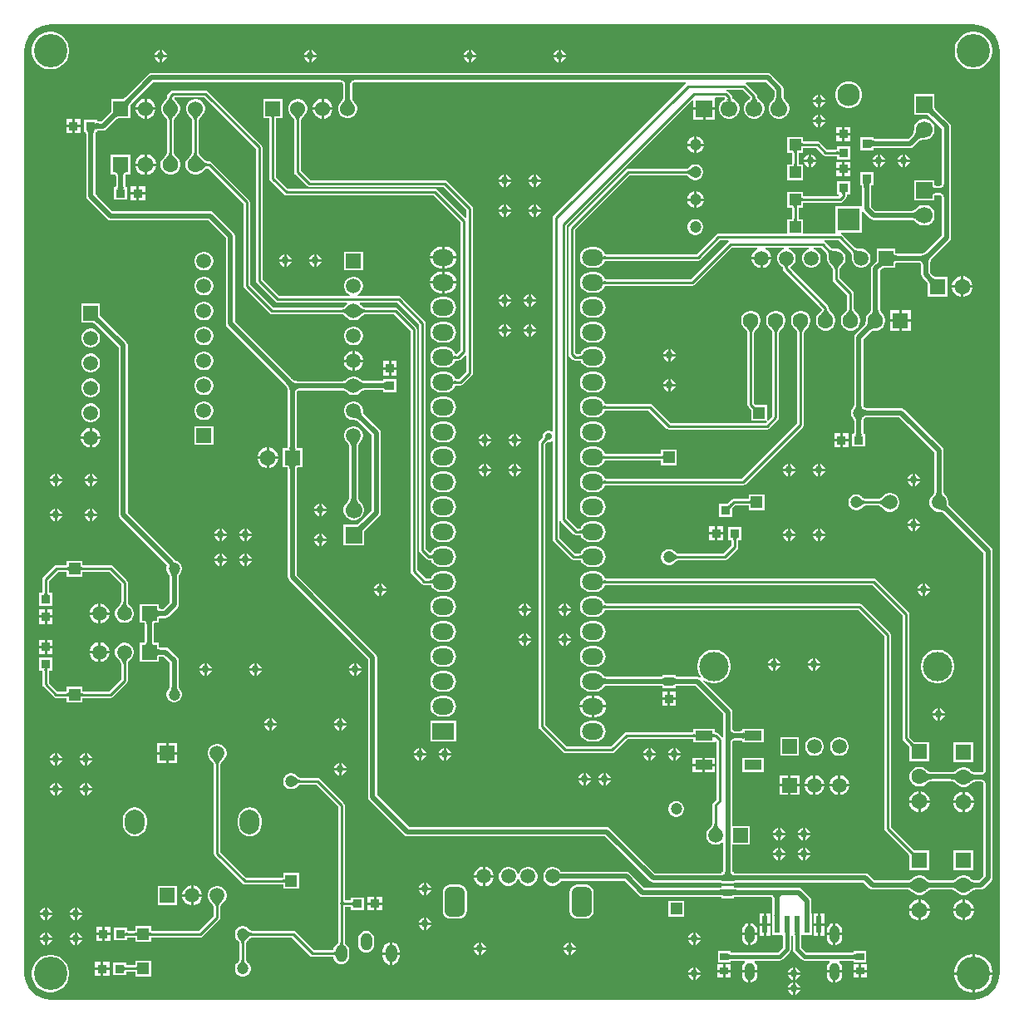
<source format=gtl>
G04*
G04 #@! TF.GenerationSoftware,Altium Limited,Altium Designer,22.0.2 (36)*
G04*
G04 Layer_Physical_Order=1*
G04 Layer_Color=255*
%FSLAX25Y25*%
%MOIN*%
G70*
G04*
G04 #@! TF.SameCoordinates,D467B77E-6E5F-44E5-9B52-D7AE6B4A5D67*
G04*
G04*
G04 #@! TF.FilePolarity,Positive*
G04*
G01*
G75*
%ADD10C,0.01000*%
%ADD15C,0.02000*%
%ADD22R,0.03500X0.03800*%
%ADD23R,0.03740X0.03740*%
%ADD24R,0.03800X0.03500*%
%ADD25R,0.03347X0.03150*%
%ADD26R,0.07090X0.03940*%
%ADD27R,0.02362X0.07087*%
%ADD28R,0.01968X0.07087*%
%ADD29R,0.03740X0.03740*%
%ADD62C,0.01500*%
%ADD63R,0.05906X0.05906*%
%ADD64C,0.05906*%
%ADD65C,0.06299*%
%ADD66R,0.06299X0.06299*%
%ADD67R,0.04724X0.04724*%
%ADD68C,0.04724*%
%ADD69O,0.07874X0.09843*%
%ADD70R,0.05906X0.05906*%
%ADD71C,0.09055*%
%ADD72R,0.09055X0.09055*%
%ADD73C,0.06000*%
%ADD74R,0.06000X0.06000*%
%ADD75C,0.06693*%
%ADD76R,0.06693X0.06693*%
%ADD77R,0.04724X0.04724*%
%ADD78C,0.11811*%
%ADD79R,0.06299X0.06299*%
%ADD80O,0.04724X0.07087*%
%ADD81R,0.06693X0.06693*%
%ADD82O,0.08661X0.06535*%
%ADD83R,0.08661X0.06535*%
G04:AMPARAMS|DCode=84|XSize=78.74mil|YSize=118.11mil|CornerRadius=19.68mil|HoleSize=0mil|Usage=FLASHONLY|Rotation=180.000|XOffset=0mil|YOffset=0mil|HoleType=Round|Shape=RoundedRectangle|*
%AMROUNDEDRECTD84*
21,1,0.07874,0.07874,0,0,180.0*
21,1,0.03937,0.11811,0,0,180.0*
1,1,0.03937,-0.01968,0.03937*
1,1,0.03937,0.01968,0.03937*
1,1,0.03937,0.01968,-0.03937*
1,1,0.03937,-0.01968,-0.03937*
%
%ADD84ROUNDEDRECTD84*%
%ADD85C,0.13386*%
%ADD86O,0.03937X0.07087*%
%ADD87C,0.03000*%
%ADD88C,0.02800*%
G36*
X-12992Y380443D02*
X-14593Y380059D01*
X-16114Y379428D01*
X-17518Y378568D01*
X-18770Y377499D01*
X-19840Y376247D01*
X-20700Y374843D01*
X-21330Y373321D01*
X-21715Y371720D01*
X-21842Y370107D01*
X-21836Y370079D01*
Y130D01*
X-21813Y-365D01*
X-21805Y-487D01*
Y-488D01*
X-21715Y-1641D01*
X-21330Y-3243D01*
X-20700Y-4764D01*
X-19840Y-6168D01*
X-18770Y-7420D01*
X-17518Y-8489D01*
X-16114Y-9350D01*
X-14593Y-9980D01*
X-12992Y-10364D01*
X-11379Y-10491D01*
X-11350Y-10486D01*
X358728D01*
X358756Y-10491D01*
X360370Y-10364D01*
X361971Y-9980D01*
X363492Y-9350D01*
X364896Y-8489D01*
X366148Y-7420D01*
X367218Y-6168D01*
X368078Y-4764D01*
X368708Y-3243D01*
X369092Y-1641D01*
X369219Y-28D01*
X369214Y0D01*
Y370079D01*
X369219Y370107D01*
X369092Y371720D01*
X368708Y373321D01*
X368078Y374843D01*
X367218Y376247D01*
X366148Y377499D01*
X364896Y378568D01*
X363492Y379428D01*
X361971Y380059D01*
X360370Y380443D01*
X358756Y380570D01*
X358728Y380564D01*
X-11350D01*
X-11379Y380570D01*
X-12992Y380443D01*
D02*
G37*
%LPC*%
G36*
X32228Y370499D02*
Y368500D01*
X30229D01*
X30609Y369416D01*
X31312Y370119D01*
X32228Y370499D01*
D02*
G37*
G36*
X33228D02*
X34144Y370119D01*
X34848Y369416D01*
X35227Y368500D01*
X33228D01*
Y370499D01*
D02*
G37*
G36*
X92228D02*
Y368500D01*
X90229D01*
X90609Y369416D01*
X91312Y370119D01*
X92228Y370499D01*
D02*
G37*
G36*
X93228D02*
X94144Y370119D01*
X94848Y369416D01*
X95227Y368500D01*
X93228D01*
Y370499D01*
D02*
G37*
G36*
X156228D02*
Y368500D01*
X154229D01*
X154609Y369416D01*
X155312Y370119D01*
X156228Y370499D01*
D02*
G37*
G36*
X157228D02*
X158144Y370119D01*
X158848Y369416D01*
X159227Y368500D01*
X157228D01*
Y370499D01*
D02*
G37*
G36*
X192228D02*
Y368500D01*
X190229D01*
X190609Y369416D01*
X191312Y370119D01*
X192228Y370499D01*
D02*
G37*
G36*
X193228D02*
X194144Y370119D01*
X194848Y369416D01*
X195227Y368500D01*
X193228D01*
Y370499D01*
D02*
G37*
G36*
X30229Y367500D02*
X32228D01*
Y365501D01*
X31312Y365881D01*
X30609Y366584D01*
X30229Y367500D01*
D02*
G37*
G36*
X33228D02*
X35227D01*
X34848Y366584D01*
X34144Y365881D01*
X33228Y365501D01*
Y367500D01*
D02*
G37*
G36*
X90229D02*
X92228D01*
Y365501D01*
X91312Y365881D01*
X90609Y366584D01*
X90229Y367500D01*
D02*
G37*
G36*
X93228D02*
X95227D01*
X94848Y366584D01*
X94144Y365881D01*
X93228Y365501D01*
Y367500D01*
D02*
G37*
G36*
X154229D02*
X156228D01*
Y365501D01*
X155312Y365881D01*
X154609Y366584D01*
X154229Y367500D01*
D02*
G37*
G36*
X157228D02*
X159227D01*
X158848Y366584D01*
X158144Y365881D01*
X157228Y365501D01*
Y367500D01*
D02*
G37*
G36*
X190229D02*
X192228D01*
Y365501D01*
X191312Y365881D01*
X190609Y366584D01*
X190229Y367500D01*
D02*
G37*
G36*
X193228D02*
X195227D01*
X194848Y366584D01*
X194144Y365881D01*
X193228Y365501D01*
Y367500D01*
D02*
G37*
G36*
X-12088Y377572D02*
X-10612D01*
X-9165Y377284D01*
X-7801Y376719D01*
X-6574Y375899D01*
X-5530Y374855D01*
X-4710Y373628D01*
X-4145Y372264D01*
X-3858Y370817D01*
Y369341D01*
X-4145Y367893D01*
X-4710Y366529D01*
X-5530Y365302D01*
X-6574Y364259D01*
X-7801Y363439D01*
X-9165Y362874D01*
X-10612Y362586D01*
X-12088D01*
X-13536Y362874D01*
X-14900Y363439D01*
X-16127Y364259D01*
X-17170Y365302D01*
X-17990Y366529D01*
X-18555Y367893D01*
X-18843Y369341D01*
Y370817D01*
X-18555Y372264D01*
X-17990Y373628D01*
X-17170Y374855D01*
X-16127Y375899D01*
X-14900Y376719D01*
X-13536Y377284D01*
X-12088Y377572D01*
D02*
G37*
G36*
X357990D02*
X359466D01*
X360914Y377284D01*
X362278Y376719D01*
X363505Y375899D01*
X364548Y374855D01*
X365369Y373628D01*
X365933Y372264D01*
X366221Y370817D01*
Y369341D01*
X365933Y367893D01*
X365369Y366529D01*
X364548Y365302D01*
X363505Y364259D01*
X362278Y363439D01*
X360914Y362874D01*
X359466Y362586D01*
X357990D01*
X356543Y362874D01*
X355179Y363439D01*
X353952Y364259D01*
X352908Y365302D01*
X352088Y366529D01*
X351523Y367893D01*
X351235Y369341D01*
Y370817D01*
X351523Y372264D01*
X352088Y373628D01*
X352908Y374855D01*
X353952Y375899D01*
X355179Y376719D01*
X356543Y377284D01*
X357990Y377572D01*
D02*
G37*
G36*
X296228Y352499D02*
Y350500D01*
X294230D01*
X294609Y351416D01*
X295312Y352119D01*
X296228Y352499D01*
D02*
G37*
G36*
X297228D02*
X298145Y352119D01*
X298848Y351416D01*
X299227Y350500D01*
X297228D01*
Y352499D01*
D02*
G37*
G36*
X294230Y349500D02*
X296228D01*
Y347501D01*
X295312Y347881D01*
X294609Y348584D01*
X294230Y349500D01*
D02*
G37*
G36*
X297228D02*
X299227D01*
X298848Y348584D01*
X298145Y347881D01*
X297228Y347501D01*
Y349500D01*
D02*
G37*
G36*
X308058Y357710D02*
X309461D01*
X310816Y357346D01*
X312031Y356645D01*
X313023Y355653D01*
X313724Y354438D01*
X314087Y353083D01*
Y351680D01*
X313724Y350325D01*
X313023Y349111D01*
X312031Y348119D01*
X310816Y347417D01*
X309461Y347054D01*
X308058D01*
X306703Y347417D01*
X305489Y348119D01*
X304497Y349111D01*
X303795Y350325D01*
X303432Y351680D01*
Y353083D01*
X303795Y354438D01*
X304497Y355653D01*
X305489Y356645D01*
X306703Y357346D01*
X308058Y357710D01*
D02*
G37*
G36*
X29130Y361087D02*
X276390D01*
X277092Y360947D01*
X277688Y360550D01*
X282058Y356180D01*
X282455Y355584D01*
X282595Y354882D01*
Y351797D01*
X282617Y351640D01*
X282667Y351421D01*
X282739Y351203D01*
X282832Y350984D01*
X282949Y350763D01*
X283091Y350539D01*
X283258Y350313D01*
X283452Y350084D01*
X283690Y349837D01*
X283729Y349777D01*
X284078Y349428D01*
X284624Y348482D01*
X284906Y347428D01*
Y346336D01*
X284624Y345281D01*
X284078Y344336D01*
X283306Y343564D01*
X282360Y343018D01*
X281306Y342735D01*
X280214D01*
X279159Y343018D01*
X278214Y343564D01*
X277442Y344336D01*
X276896Y345281D01*
X276613Y346336D01*
Y347428D01*
X276896Y348482D01*
X277442Y349428D01*
X277791Y349777D01*
X277830Y349837D01*
X278067Y350084D01*
X278261Y350312D01*
X278429Y350539D01*
X278570Y350763D01*
X278687Y350984D01*
X278781Y351203D01*
X278853Y351421D01*
X278903Y351640D01*
X278925Y351797D01*
Y354122D01*
X275630Y357417D01*
X267569D01*
X267417Y356917D01*
X267563Y356819D01*
X271697Y352685D01*
X271984Y352255D01*
X272085Y351748D01*
Y351590D01*
X272108Y351450D01*
X272146Y351315D01*
X272200Y351186D01*
X272270Y351059D01*
X272360Y350931D01*
X272473Y350802D01*
X272610Y350672D01*
X272774Y350542D01*
X272989Y350396D01*
X273020Y350365D01*
X273306Y350200D01*
X274078Y349428D01*
X274624Y348482D01*
X274906Y347428D01*
Y346336D01*
X274624Y345281D01*
X274078Y344336D01*
X273306Y343564D01*
X272360Y343018D01*
X271306Y342735D01*
X270214D01*
X269159Y343018D01*
X268214Y343564D01*
X267442Y344336D01*
X266896Y345281D01*
X266613Y346336D01*
Y347428D01*
X266896Y348482D01*
X267442Y349428D01*
X268214Y350200D01*
X268499Y350365D01*
X268530Y350396D01*
X268746Y350542D01*
X268910Y350672D01*
X269047Y350802D01*
X269159Y350931D01*
X269249Y351059D01*
X269320Y351186D01*
X269357Y351276D01*
X266077Y354556D01*
X259925D01*
X259862Y354376D01*
X259842Y354056D01*
X260197Y353819D01*
X261697Y352319D01*
X261984Y351889D01*
X262085Y351382D01*
Y351219D01*
X262097Y351132D01*
X262119Y351039D01*
X262146Y350965D01*
X262175Y350906D01*
X262208Y350858D01*
X262246Y350815D01*
X262294Y350774D01*
X262321Y350756D01*
X262360Y350746D01*
X263306Y350200D01*
X264078Y349428D01*
X264624Y348482D01*
X264906Y347428D01*
Y346336D01*
X264624Y345281D01*
X264078Y344336D01*
X263306Y343564D01*
X262360Y343018D01*
X261306Y342735D01*
X260214D01*
X259159Y343018D01*
X258214Y343564D01*
X257442Y344336D01*
X256896Y345281D01*
X256613Y346336D01*
Y347428D01*
X256896Y348482D01*
X257442Y349428D01*
X258214Y350200D01*
X258941Y350620D01*
X259057Y351151D01*
X259037Y351231D01*
X258711Y351556D01*
X255470D01*
X255106Y351228D01*
Y347382D01*
X250760D01*
X246413D01*
Y350008D01*
X245952Y350199D01*
X195684Y299931D01*
Y182636D01*
X199829Y178491D01*
X201092D01*
X201163Y178496D01*
X201219Y178505D01*
X201514Y179217D01*
X202166Y180067D01*
X203015Y180719D01*
X204005Y181128D01*
X205067Y181268D01*
X207193D01*
X208255Y181128D01*
X209244Y180719D01*
X210094Y180067D01*
X210746Y179217D01*
X211156Y178227D01*
X211296Y177165D01*
X211156Y176103D01*
X210746Y175114D01*
X210094Y174264D01*
X209244Y173612D01*
X208255Y173202D01*
X207193Y173063D01*
X205067D01*
X204005Y173202D01*
X203015Y173612D01*
X202166Y174264D01*
X201514Y175114D01*
X201219Y175826D01*
X201163Y175834D01*
X201092Y175840D01*
X199279D01*
X198772Y175941D01*
X198342Y176228D01*
X193421Y181149D01*
X193231Y181434D01*
X192731Y181282D01*
Y174762D01*
X199002Y168491D01*
X201092D01*
X201163Y168496D01*
X201219Y168505D01*
X201514Y169217D01*
X202166Y170066D01*
X203015Y170719D01*
X204005Y171128D01*
X205067Y171268D01*
X207193D01*
X208255Y171128D01*
X209244Y170719D01*
X210094Y170066D01*
X210746Y169217D01*
X211156Y168227D01*
X211296Y167165D01*
X211156Y166103D01*
X210746Y165114D01*
X210094Y164264D01*
X209244Y163612D01*
X208255Y163202D01*
X207193Y163063D01*
X205067D01*
X204005Y163202D01*
X203015Y163612D01*
X202166Y164264D01*
X201514Y165114D01*
X201219Y165826D01*
X201163Y165834D01*
X201092Y165840D01*
X198453D01*
X197945Y165941D01*
X197515Y166228D01*
X190468Y173275D01*
X190181Y173705D01*
X190080Y174213D01*
Y213337D01*
X189618Y213529D01*
X189606Y213517D01*
X188797Y213182D01*
X188435D01*
X188367Y213167D01*
X188266Y213164D01*
X188200Y213157D01*
X188140Y213146D01*
X188085Y213131D01*
X188032Y213112D01*
X187981Y213088D01*
X187930Y213060D01*
X187878Y213025D01*
X187873Y213020D01*
X187054Y212201D01*
Y99562D01*
X195709Y90907D01*
X213311D01*
X218733Y96329D01*
X219163Y96617D01*
X219670Y96717D01*
X246235D01*
Y98162D01*
X254925D01*
Y97056D01*
X255250Y96717D01*
X255757Y96617D01*
X256187Y96329D01*
X257897Y94619D01*
X257968Y94513D01*
X258468Y94665D01*
Y95392D01*
Y104078D01*
X247216Y115330D01*
X239946D01*
X239795Y115318D01*
X239561Y115281D01*
X239384Y115237D01*
X239267Y115193D01*
X239233Y115174D01*
X239231Y115159D01*
Y114426D01*
X238438D01*
X238419Y114422D01*
X238401Y114426D01*
X234962D01*
X234943Y114422D01*
X234925Y114426D01*
X234131D01*
Y115159D01*
X234130Y115174D01*
X234095Y115193D01*
X233979Y115237D01*
X233802Y115281D01*
X233567Y115318D01*
X233416Y115330D01*
X211698D01*
X211459Y115314D01*
X211135Y115271D01*
X210876Y115217D01*
X210775Y115185D01*
X210746Y115114D01*
X210094Y114264D01*
X209244Y113612D01*
X208255Y113202D01*
X207193Y113063D01*
X205067D01*
X204005Y113202D01*
X203015Y113612D01*
X202166Y114264D01*
X201514Y115114D01*
X201104Y116103D01*
X200964Y117165D01*
X201104Y118227D01*
X201514Y119217D01*
X202166Y120066D01*
X203015Y120719D01*
X204005Y121128D01*
X205067Y121268D01*
X207193D01*
X208255Y121128D01*
X209244Y120719D01*
X210094Y120066D01*
X210746Y119217D01*
X210775Y119146D01*
X210876Y119114D01*
X211122Y119062D01*
X211751Y119001D01*
X233441D01*
X233575Y119011D01*
X233815Y119045D01*
X233998Y119086D01*
X234120Y119129D01*
X234131Y119134D01*
Y119826D01*
X234925D01*
X234943Y119830D01*
X234962Y119826D01*
X238401D01*
X238419Y119830D01*
X238438Y119826D01*
X239231D01*
Y119134D01*
X239242Y119129D01*
X239364Y119086D01*
X239547Y119045D01*
X239787Y119011D01*
X239921Y119001D01*
X247976D01*
X248679Y118861D01*
X249029Y118627D01*
X249390Y118987D01*
X248731Y119973D01*
X248225Y121194D01*
X247968Y122489D01*
Y123810D01*
X248225Y125106D01*
X248731Y126326D01*
X249465Y127424D01*
X250399Y128358D01*
X251497Y129092D01*
X252717Y129597D01*
X254013Y129855D01*
X255334D01*
X256629Y129597D01*
X257850Y129092D01*
X258948Y128358D01*
X259882Y127424D01*
X260616Y126326D01*
X261121Y125106D01*
X261379Y123810D01*
Y122489D01*
X261121Y121194D01*
X260616Y119973D01*
X259882Y118875D01*
X258948Y117941D01*
X257850Y117207D01*
X256629Y116702D01*
X255334Y116444D01*
X254013D01*
X252717Y116702D01*
X251497Y117207D01*
X250714Y117731D01*
X250395Y117342D01*
X261601Y106136D01*
X261999Y105541D01*
X262138Y104839D01*
Y98086D01*
X262176Y97873D01*
X262235Y97697D01*
X262304Y97568D01*
X262383Y97471D01*
X262479Y97393D01*
X262608Y97323D01*
X262784Y97265D01*
X262997Y97227D01*
X265191D01*
X265348Y97240D01*
X265580Y97277D01*
X265755Y97323D01*
X265870Y97368D01*
X265911Y97392D01*
X265915Y97428D01*
Y98162D01*
X266708D01*
X266727Y98166D01*
X266745Y98162D01*
X274605D01*
Y92622D01*
X266745D01*
X266727Y92618D01*
X266708Y92622D01*
X265915D01*
Y93356D01*
X265911Y93392D01*
X265870Y93416D01*
X265755Y93461D01*
X265580Y93506D01*
X265348Y93543D01*
X265191Y93557D01*
X262997D01*
X262784Y93519D01*
X262608Y93460D01*
X262479Y93391D01*
X262383Y93312D01*
X262304Y93216D01*
X262235Y93087D01*
X262176Y92911D01*
X262138Y92698D01*
Y59135D01*
X269113D01*
Y51629D01*
X262138D01*
Y41352D01*
X262144Y41210D01*
X262171Y40966D01*
X262206Y40768D01*
X262229Y40682D01*
X262776D01*
Y40213D01*
X262837Y40199D01*
X263034Y40169D01*
X263415Y40142D01*
X315500D01*
X316202Y40003D01*
X316798Y39605D01*
X319134Y37268D01*
X332491D01*
X332627Y37286D01*
X332834Y37331D01*
X333037Y37394D01*
X333238Y37477D01*
X333439Y37579D01*
X333640Y37702D01*
X333840Y37848D01*
X334042Y38016D01*
X334261Y38227D01*
X334321Y38265D01*
X334650Y38594D01*
X335550Y39114D01*
X336555Y39383D01*
X337595D01*
X338599Y39114D01*
X339500Y38594D01*
X339829Y38265D01*
X339889Y38227D01*
X340108Y38017D01*
X340309Y37848D01*
X340510Y37702D01*
X340711Y37579D01*
X340911Y37477D01*
X341113Y37394D01*
X341316Y37331D01*
X341523Y37286D01*
X341658Y37268D01*
X350208D01*
X350344Y37286D01*
X350550Y37331D01*
X350753Y37394D01*
X350955Y37477D01*
X351155Y37579D01*
X351356Y37702D01*
X351557Y37848D01*
X351758Y38016D01*
X351978Y38227D01*
X352038Y38265D01*
X352366Y38594D01*
X353267Y39114D01*
X354271Y39383D01*
X355311D01*
X356316Y39114D01*
X357216Y38594D01*
X357545Y38265D01*
X357605Y38227D01*
X357824Y38017D01*
X358026Y37848D01*
X358226Y37702D01*
X358427Y37579D01*
X358628Y37477D01*
X358829Y37394D01*
X359033Y37331D01*
X359239Y37286D01*
X359375Y37268D01*
X360921D01*
X362799Y39146D01*
Y76046D01*
X362761Y76259D01*
X362702Y76435D01*
X362633Y76564D01*
X362554Y76661D01*
X362458Y76739D01*
X362329Y76809D01*
X362153Y76867D01*
X361940Y76905D01*
X359375D01*
X359239Y76888D01*
X359033Y76842D01*
X358829Y76779D01*
X358628Y76697D01*
X358427Y76595D01*
X358226Y76471D01*
X358026Y76326D01*
X357824Y76157D01*
X357605Y75947D01*
X357545Y75908D01*
X357216Y75580D01*
X356316Y75060D01*
X355311Y74791D01*
X354271D01*
X353267Y75060D01*
X352366Y75580D01*
X351890Y76056D01*
X351843Y76089D01*
X351638Y76305D01*
X351451Y76477D01*
X351263Y76624D01*
X351074Y76748D01*
X350884Y76851D01*
X350691Y76934D01*
X350495Y76998D01*
X350293Y77044D01*
X350155Y77062D01*
X341658D01*
X341523Y77045D01*
X341316Y77000D01*
X341113Y76937D01*
X340911Y76854D01*
X340711Y76752D01*
X340510Y76629D01*
X340309Y76483D01*
X340108Y76314D01*
X339889Y76104D01*
X339829Y76066D01*
X339500Y75737D01*
X338599Y75217D01*
X337595Y74948D01*
X336555D01*
X335550Y75217D01*
X334650Y75737D01*
X333914Y76473D01*
X333394Y77373D01*
X333125Y78378D01*
Y79418D01*
X333394Y80422D01*
X333914Y81323D01*
X334650Y82058D01*
X335550Y82578D01*
X336555Y82847D01*
X337595D01*
X338599Y82578D01*
X339500Y82058D01*
X339829Y81729D01*
X339889Y81691D01*
X340108Y81481D01*
X340309Y81312D01*
X340510Y81167D01*
X340711Y81043D01*
X340911Y80941D01*
X341113Y80859D01*
X341316Y80795D01*
X341523Y80750D01*
X341658Y80733D01*
X350271D01*
X350403Y80749D01*
X350615Y80793D01*
X350825Y80856D01*
X351035Y80936D01*
X351245Y81037D01*
X351458Y81159D01*
X351671Y81301D01*
X351886Y81466D01*
X352119Y81670D01*
X352157Y81691D01*
X352366Y81901D01*
X353267Y82421D01*
X354271Y82690D01*
X355311D01*
X356316Y82421D01*
X357216Y81901D01*
X357545Y81572D01*
X357605Y81534D01*
X357824Y81324D01*
X358026Y81155D01*
X358226Y81009D01*
X358427Y80886D01*
X358628Y80784D01*
X358829Y80701D01*
X359033Y80638D01*
X359239Y80593D01*
X359375Y80575D01*
X361940D01*
X362153Y80613D01*
X362329Y80672D01*
X362458Y80741D01*
X362554Y80820D01*
X362633Y80916D01*
X362702Y81045D01*
X362761Y81221D01*
X362799Y81434D01*
Y168531D01*
X346655Y184675D01*
X346566Y184745D01*
X346400Y184854D01*
X346228Y184949D01*
X346048Y185028D01*
X345858Y185093D01*
X345659Y185144D01*
X345447Y185181D01*
X345224Y185202D01*
X344959Y185208D01*
X344890Y185224D01*
X344455D01*
X343500Y185479D01*
X342645Y185973D01*
X341946Y186672D01*
X341452Y187528D01*
X341196Y188482D01*
Y189470D01*
X341452Y190425D01*
X341946Y191281D01*
X342254Y191589D01*
X342291Y191648D01*
X342474Y191840D01*
X342618Y192013D01*
X342741Y192188D01*
X342846Y192365D01*
X342934Y192545D01*
X343005Y192729D01*
X343060Y192917D01*
X343100Y193112D01*
X343114Y193224D01*
Y208886D01*
X328952Y223047D01*
X315960D01*
X315945Y223045D01*
X315782Y223021D01*
X315636Y222988D01*
X315505Y222948D01*
X315387Y222902D01*
X315283Y222849D01*
X315190Y222791D01*
X315106Y222727D01*
X315007Y222635D01*
X314914Y222535D01*
X314850Y222451D01*
X314792Y222358D01*
X314740Y222254D01*
X314694Y222137D01*
X314654Y222006D01*
X314621Y221859D01*
X314596Y221697D01*
X314595Y221682D01*
Y217135D01*
X314606Y216991D01*
X314641Y216755D01*
X314684Y216575D01*
X314728Y216456D01*
X314741Y216432D01*
X315460D01*
Y215638D01*
X315463Y215620D01*
X315460Y215601D01*
Y211332D01*
X310060D01*
Y215601D01*
X310056Y215620D01*
X310060Y215638D01*
Y216432D01*
X310779D01*
X310792Y216456D01*
X310835Y216575D01*
X310878Y216755D01*
X310913Y216991D01*
X310925Y217135D01*
Y221682D01*
X310923Y221697D01*
X310899Y221859D01*
X310866Y222006D01*
X310826Y222137D01*
X310780Y222254D01*
X310727Y222358D01*
X310669Y222451D01*
X310606Y222535D01*
X310508Y222641D01*
X310474Y222695D01*
X310229Y222940D01*
X309813Y223661D01*
X309598Y224466D01*
Y225298D01*
X309813Y226102D01*
X310229Y226823D01*
X310474Y227068D01*
X310508Y227123D01*
X310606Y227228D01*
X310669Y227312D01*
X310727Y227405D01*
X310780Y227509D01*
X310826Y227627D01*
X310866Y227758D01*
X310899Y227904D01*
X310923Y228067D01*
X310925Y228082D01*
Y255055D01*
X311064Y255757D01*
X311462Y256353D01*
X314977Y259868D01*
X315061Y259976D01*
X315175Y260154D01*
X315274Y260343D01*
X315358Y260543D01*
X315428Y260757D01*
X315482Y260986D01*
X315521Y261231D01*
X315544Y261493D01*
X315551Y261797D01*
X315566Y261866D01*
Y262331D01*
X315835Y263335D01*
X316355Y264236D01*
X316684Y264565D01*
X316722Y264625D01*
X316932Y264844D01*
X317101Y265045D01*
X317247Y265246D01*
X317370Y265447D01*
X317472Y265647D01*
X317555Y265849D01*
X317618Y266052D01*
X317663Y266259D01*
X317681Y266394D01*
Y282638D01*
X317820Y283340D01*
X318218Y283935D01*
X319225Y284943D01*
X319491Y285227D01*
X319730Y285518D01*
X319917Y285776D01*
X320007Y285924D01*
Y286529D01*
X320003Y286548D01*
X320007Y286566D01*
Y290635D01*
X327513D01*
Y288891D01*
X327559Y288863D01*
X327673Y288817D01*
X327847Y288770D01*
X328079Y288732D01*
X328245Y288717D01*
X337594D01*
X337851Y288746D01*
X338158Y288804D01*
X338453Y288886D01*
X338737Y288990D01*
X339012Y289117D01*
X339278Y289268D01*
X339536Y289444D01*
X339738Y289605D01*
X346066Y295933D01*
Y311361D01*
X346029Y311574D01*
X345970Y311750D01*
X345901Y311879D01*
X345822Y311976D01*
X345726Y312054D01*
X345597Y312124D01*
X345421Y312182D01*
X345208Y312220D01*
X343922D01*
X343756Y312205D01*
X343524Y312167D01*
X343350Y312120D01*
X343236Y312074D01*
X343190Y312046D01*
Y309909D01*
X334897D01*
Y318202D01*
X343190D01*
Y316065D01*
X343236Y316036D01*
X343350Y315990D01*
X343524Y315943D01*
X343756Y315905D01*
X343922Y315890D01*
X345208D01*
X345421Y315928D01*
X345597Y315987D01*
X345726Y316056D01*
X345822Y316135D01*
X345901Y316231D01*
X345970Y316360D01*
X346029Y316536D01*
X346066Y316749D01*
Y338885D01*
X341424Y343528D01*
X341053Y343872D01*
X340744Y344120D01*
X340471Y344309D01*
X340387Y344357D01*
X339568D01*
X339549Y344354D01*
X339531Y344357D01*
X334897D01*
Y352650D01*
X343190D01*
Y348016D01*
X343193Y347998D01*
X343190Y347979D01*
Y347160D01*
X343238Y347076D01*
X343421Y346813D01*
X343922Y346221D01*
X349199Y340943D01*
X349597Y340348D01*
X349737Y339646D01*
Y314055D01*
Y295173D01*
X349597Y294471D01*
X349199Y293876D01*
X342334Y287010D01*
X342172Y286808D01*
X341996Y286549D01*
X341845Y286283D01*
X341718Y286009D01*
X341614Y285725D01*
X341533Y285430D01*
X341474Y285123D01*
X341445Y284866D01*
Y281089D01*
X342307Y280227D01*
X342676Y279884D01*
X342986Y279635D01*
X343260Y279444D01*
X343334Y279402D01*
X348436D01*
Y271502D01*
X340537D01*
Y276605D01*
X340495Y276678D01*
X340310Y276943D01*
X339808Y277536D01*
X338313Y279031D01*
X337915Y279626D01*
X337775Y280328D01*
Y284188D01*
X337737Y284401D01*
X337679Y284577D01*
X337609Y284706D01*
X337531Y284802D01*
X337435Y284881D01*
X337305Y284950D01*
X337129Y285009D01*
X336916Y285047D01*
X328245D01*
X328079Y285032D01*
X327847Y284994D01*
X327673Y284947D01*
X327559Y284901D01*
X327513Y284873D01*
Y283129D01*
X323444D01*
X323426Y283125D01*
X323407Y283129D01*
X322802D01*
X322654Y283039D01*
X322405Y282858D01*
X321877Y282403D01*
X321351Y281878D01*
Y266394D01*
X321368Y266259D01*
X321413Y266052D01*
X321477Y265849D01*
X321559Y265648D01*
X321661Y265447D01*
X321785Y265246D01*
X321930Y265045D01*
X322099Y264844D01*
X322309Y264625D01*
X322347Y264565D01*
X322676Y264236D01*
X323196Y263335D01*
X323465Y262331D01*
Y261291D01*
X323196Y260286D01*
X322676Y259386D01*
X321941Y258651D01*
X321040Y258131D01*
X320036Y257861D01*
X319571D01*
X319502Y257846D01*
X319198Y257840D01*
X318936Y257817D01*
X318691Y257778D01*
X318462Y257723D01*
X318248Y257653D01*
X318047Y257569D01*
X317859Y257470D01*
X317681Y257356D01*
X317573Y257272D01*
X314595Y254295D01*
Y228082D01*
X314596Y228067D01*
X314621Y227904D01*
X314654Y227758D01*
X314694Y227627D01*
X314740Y227509D01*
X314792Y227405D01*
X314850Y227312D01*
X314914Y227228D01*
X315007Y227129D01*
X315106Y227036D01*
X315190Y226972D01*
X315283Y226915D01*
X315387Y226862D01*
X315505Y226816D01*
X315636Y226776D01*
X315782Y226743D01*
X315945Y226718D01*
X315960Y226717D01*
X329713D01*
X330415Y226577D01*
X331010Y226180D01*
X346247Y210943D01*
X346644Y210348D01*
X346784Y209646D01*
Y193224D01*
X346797Y193112D01*
X346837Y192917D01*
X346892Y192729D01*
X346964Y192545D01*
X347051Y192365D01*
X347157Y192188D01*
X347280Y192013D01*
X347424Y191840D01*
X347606Y191648D01*
X347644Y191589D01*
X347952Y191281D01*
X348446Y190425D01*
X348702Y189470D01*
Y189035D01*
X348717Y188966D01*
X348723Y188702D01*
X348745Y188478D01*
X348781Y188266D01*
X348832Y188067D01*
X348897Y187878D01*
X348976Y187698D01*
X349071Y187525D01*
X349180Y187359D01*
X349250Y187270D01*
X365932Y170589D01*
X366329Y169994D01*
X366469Y169291D01*
Y78740D01*
Y38386D01*
X366329Y37683D01*
X365932Y37088D01*
X362979Y34135D01*
X362383Y33737D01*
X361681Y33598D01*
X359375D01*
X359239Y33580D01*
X359033Y33535D01*
X358829Y33472D01*
X358628Y33390D01*
X358427Y33288D01*
X358226Y33164D01*
X358026Y33018D01*
X357824Y32850D01*
X357605Y32640D01*
X357545Y32601D01*
X357216Y32273D01*
X356316Y31753D01*
X355311Y31484D01*
X354271D01*
X353267Y31753D01*
X352366Y32273D01*
X352038Y32601D01*
X351978Y32640D01*
X351758Y32850D01*
X351557Y33018D01*
X351356Y33164D01*
X351155Y33288D01*
X350955Y33390D01*
X350753Y33472D01*
X350550Y33535D01*
X350344Y33580D01*
X350208Y33598D01*
X341658D01*
X341523Y33580D01*
X341316Y33535D01*
X341113Y33472D01*
X340911Y33390D01*
X340711Y33288D01*
X340510Y33164D01*
X340309Y33018D01*
X340108Y32850D01*
X339889Y32640D01*
X339829Y32601D01*
X339500Y32273D01*
X338599Y31753D01*
X337595Y31484D01*
X336555D01*
X335550Y31753D01*
X334650Y32273D01*
X334321Y32601D01*
X334261Y32640D01*
X334042Y32850D01*
X333840Y33018D01*
X333640Y33164D01*
X333439Y33288D01*
X333238Y33390D01*
X333037Y33472D01*
X332834Y33535D01*
X332627Y33580D01*
X332491Y33598D01*
X318374D01*
X317672Y33737D01*
X317076Y34135D01*
X314740Y36472D01*
X263351D01*
X263295Y36470D01*
X263043Y36446D01*
X262837Y36415D01*
X262776Y36401D01*
Y35932D01*
X261983D01*
X261964Y35929D01*
X261946Y35932D01*
X258660D01*
X258642Y35929D01*
X258624Y35932D01*
X257830D01*
Y36401D01*
X257769Y36415D01*
X257572Y36445D01*
X257192Y36472D01*
X230335D01*
X229632Y36612D01*
X229037Y37009D01*
X211000Y55047D01*
X131760D01*
X131058Y55186D01*
X130462Y55584D01*
X116462Y69584D01*
X116064Y70180D01*
X115925Y70882D01*
Y126122D01*
X84305Y157742D01*
X83907Y158337D01*
X83767Y159039D01*
Y202197D01*
X83753Y202361D01*
X83714Y202591D01*
X83668Y202763D01*
X83622Y202875D01*
X83591Y202925D01*
X83525Y202932D01*
X81653D01*
Y210831D01*
X83593D01*
X83621Y210878D01*
X83668Y210992D01*
X83714Y211166D01*
X83753Y211398D01*
X83767Y211564D01*
Y233708D01*
X83739Y233965D01*
X83680Y234272D01*
X83599Y234567D01*
X83495Y234851D01*
X83367Y235126D01*
X83216Y235392D01*
X83040Y235650D01*
X82879Y235852D01*
X59462Y259269D01*
X59064Y259865D01*
X58925Y260567D01*
Y295122D01*
X52000Y302047D01*
X12664D01*
X11962Y302186D01*
X11366Y302584D01*
X4862Y309089D01*
X4670Y309377D01*
X3462Y310584D01*
X3064Y311180D01*
X2925Y311882D01*
Y336629D01*
X2913Y336772D01*
X2878Y337009D01*
X2835Y337189D01*
X2792Y337308D01*
X2779Y337332D01*
X2060D01*
Y338125D01*
X2056Y338144D01*
X2060Y338162D01*
Y342432D01*
X6629D01*
X6648Y342436D01*
X6666Y342432D01*
X7460D01*
Y341824D01*
X7566Y341792D01*
X7745Y341757D01*
X8173Y341717D01*
X9000D01*
X12130Y344848D01*
X12475Y345219D01*
X12722Y345528D01*
X12912Y345801D01*
X12960Y345885D01*
Y346704D01*
X12956Y346722D01*
X12960Y346741D01*
Y350682D01*
X17763D01*
X17837Y350724D01*
X18101Y350909D01*
X18694Y351411D01*
X27832Y360550D01*
X28428Y360947D01*
X28544Y360971D01*
X29130Y361087D01*
D02*
G37*
G36*
X246413Y346382D02*
X250260D01*
Y342535D01*
X246413D01*
Y346382D01*
D02*
G37*
G36*
X251260D02*
X255106D01*
Y342535D01*
X251260D01*
Y346382D01*
D02*
G37*
G36*
X296228Y344499D02*
Y342500D01*
X294230D01*
X294609Y343416D01*
X295312Y344119D01*
X296228Y344499D01*
D02*
G37*
G36*
X297228D02*
X298145Y344119D01*
X298848Y343416D01*
X299227Y342500D01*
X297228D01*
Y344499D01*
D02*
G37*
G36*
X-5040Y342632D02*
X-2640D01*
Y340382D01*
X-5040D01*
Y342632D01*
D02*
G37*
G36*
X-1640D02*
X760D01*
Y340382D01*
X-1640D01*
Y342632D01*
D02*
G37*
G36*
X294230Y341500D02*
X296228D01*
Y339501D01*
X295312Y339881D01*
X294609Y340584D01*
X294230Y341500D01*
D02*
G37*
G36*
X297228D02*
X299227D01*
X298848Y340584D01*
X298145Y339881D01*
X297228Y339501D01*
Y341500D01*
D02*
G37*
G36*
X-5040Y339382D02*
X-2640D01*
Y337132D01*
X-5040D01*
Y339382D01*
D02*
G37*
G36*
X-1640D02*
X760D01*
Y337132D01*
X-1640D01*
Y339382D01*
D02*
G37*
G36*
X303764Y339492D02*
X306134D01*
Y337122D01*
X303764D01*
Y339492D01*
D02*
G37*
G36*
X307134D02*
X309504D01*
Y337122D01*
X307134D01*
Y339492D01*
D02*
G37*
G36*
X303764Y336122D02*
X306134D01*
Y333752D01*
X303764D01*
Y336122D01*
D02*
G37*
G36*
X307134D02*
X309504D01*
Y333752D01*
X307134D01*
Y336122D01*
D02*
G37*
G36*
X246760Y335729D02*
Y332882D01*
X243913D01*
X244127Y333680D01*
X244569Y334446D01*
X245195Y335072D01*
X245962Y335515D01*
X246760Y335729D01*
D02*
G37*
G36*
X247760D02*
X248558Y335515D01*
X249324Y335072D01*
X249950Y334446D01*
X250393Y333680D01*
X250607Y332882D01*
X247760D01*
Y335729D01*
D02*
G37*
G36*
X284098Y335544D02*
X290422D01*
Y333707D01*
X296260D01*
X296767Y333607D01*
X297197Y333319D01*
X300049Y330467D01*
X303964D01*
Y331812D01*
X309304D01*
Y326472D01*
X303964D01*
Y327816D01*
X299500D01*
X298993Y327917D01*
X298563Y328204D01*
X295711Y331056D01*
X290422D01*
Y329220D01*
X288585D01*
Y324544D01*
X290422D01*
Y318220D01*
X284098D01*
Y324544D01*
X285934D01*
Y329220D01*
X284098D01*
Y335544D01*
D02*
G37*
G36*
X338497Y342650D02*
X339589D01*
X340644Y342368D01*
X341589Y341822D01*
X342361Y341050D01*
X342907Y340104D01*
X343190Y339050D01*
Y337958D01*
X342907Y336904D01*
X342361Y335958D01*
X341589Y335186D01*
X340644Y334640D01*
X339589Y334358D01*
X339096D01*
X339025Y334342D01*
X338683Y334336D01*
X338384Y334311D01*
X338106Y334270D01*
X337848Y334212D01*
X337608Y334138D01*
X337387Y334049D01*
X337182Y333945D01*
X336992Y333827D01*
X336866Y333731D01*
X334719Y331584D01*
X334124Y331186D01*
X333421Y331047D01*
X319249D01*
X319113Y331036D01*
X318874Y331002D01*
X318691Y330960D01*
X318570Y330917D01*
X318556Y330910D01*
Y330212D01*
X317762D01*
X317744Y330208D01*
X317725Y330212D01*
X313216D01*
Y335552D01*
X317725D01*
X317744Y335556D01*
X317762Y335552D01*
X318556D01*
Y334854D01*
X318570Y334846D01*
X318691Y334804D01*
X318874Y334762D01*
X319112Y334728D01*
X319249Y334717D01*
X332661D01*
X334270Y336326D01*
X334366Y336453D01*
X334485Y336643D01*
X334588Y336847D01*
X334677Y337069D01*
X334751Y337308D01*
X334809Y337567D01*
X334851Y337845D01*
X334875Y338144D01*
X334881Y338486D01*
X334897Y338556D01*
Y339050D01*
X335179Y340104D01*
X335725Y341050D01*
X336497Y341822D01*
X337443Y342368D01*
X338497Y342650D01*
D02*
G37*
G36*
X243913Y331882D02*
X246760D01*
Y329035D01*
X245962Y329249D01*
X245195Y329692D01*
X244569Y330317D01*
X244127Y331084D01*
X243913Y331882D01*
D02*
G37*
G36*
X247760D02*
X250607D01*
X250393Y331084D01*
X249950Y330317D01*
X249324Y329692D01*
X248558Y329249D01*
X247760Y329035D01*
Y331882D01*
D02*
G37*
G36*
X292728Y328499D02*
Y326500D01*
X290729D01*
X291109Y327416D01*
X291812Y328119D01*
X292728Y328499D01*
D02*
G37*
G36*
X293728D02*
X294644Y328119D01*
X295348Y327416D01*
X295727Y326500D01*
X293728D01*
Y328499D01*
D02*
G37*
G36*
X320228D02*
Y326500D01*
X318230D01*
X318609Y327416D01*
X319312Y328119D01*
X320228Y328499D01*
D02*
G37*
G36*
X321228D02*
X322145Y328119D01*
X322848Y327416D01*
X323227Y326500D01*
X321228D01*
Y328499D01*
D02*
G37*
G36*
X330228D02*
Y326500D01*
X328229D01*
X328609Y327416D01*
X329312Y328119D01*
X330228Y328499D01*
D02*
G37*
G36*
X331228D02*
X332144Y328119D01*
X332848Y327416D01*
X333227Y326500D01*
X331228D01*
Y328499D01*
D02*
G37*
G36*
X290729Y325500D02*
X292728D01*
Y323501D01*
X291812Y323881D01*
X291109Y324584D01*
X290729Y325500D01*
D02*
G37*
G36*
X293728D02*
X295727D01*
X295348Y324584D01*
X294644Y323881D01*
X293728Y323501D01*
Y325500D01*
D02*
G37*
G36*
X318230D02*
X320228D01*
Y323501D01*
X319312Y323881D01*
X318609Y324584D01*
X318230Y325500D01*
D02*
G37*
G36*
X321228D02*
X323227D01*
X322848Y324584D01*
X322145Y323881D01*
X321228Y323501D01*
Y325500D01*
D02*
G37*
G36*
X328229D02*
X330228D01*
Y323501D01*
X329312Y323881D01*
X328609Y324584D01*
X328229Y325500D01*
D02*
G37*
G36*
X331228D02*
X333227D01*
X332848Y324584D01*
X332144Y323881D01*
X331228Y323501D01*
Y325500D01*
D02*
G37*
G36*
X303764Y325492D02*
X306134D01*
Y323122D01*
X303764D01*
Y325492D01*
D02*
G37*
G36*
X307134D02*
X309504D01*
Y323122D01*
X307134D01*
Y325492D01*
D02*
G37*
G36*
X303764Y322122D02*
X306134D01*
Y319752D01*
X303764D01*
Y322122D01*
D02*
G37*
G36*
X307134D02*
X309504D01*
Y319752D01*
X307134D01*
Y322122D01*
D02*
G37*
G36*
X246760Y313729D02*
Y310882D01*
X243913D01*
X244127Y311680D01*
X244569Y312446D01*
X245195Y313072D01*
X245962Y313515D01*
X246760Y313729D01*
D02*
G37*
G36*
X247760D02*
X248558Y313515D01*
X249324Y313072D01*
X249950Y312446D01*
X250393Y311680D01*
X250607Y310882D01*
X247760D01*
Y313729D01*
D02*
G37*
G36*
X243913Y309882D02*
X246760D01*
Y307035D01*
X245962Y307249D01*
X245195Y307692D01*
X244569Y308317D01*
X244127Y309084D01*
X243913Y309882D01*
D02*
G37*
G36*
X247760D02*
X250607D01*
X250393Y309084D01*
X249950Y308317D01*
X249324Y307692D01*
X248558Y307249D01*
X247760Y307035D01*
Y309882D01*
D02*
G37*
G36*
X313216Y321552D02*
X318556D01*
Y317042D01*
X318560Y317024D01*
X318556Y317005D01*
Y316212D01*
X317858D01*
X317850Y316198D01*
X317808Y316076D01*
X317766Y315894D01*
X317731Y315655D01*
X317721Y315518D01*
Y307516D01*
X319347Y305890D01*
X334128D01*
X334285Y305912D01*
X334504Y305962D01*
X334722Y306034D01*
X334941Y306128D01*
X335163Y306245D01*
X335386Y306386D01*
X335613Y306554D01*
X335841Y306748D01*
X336088Y306985D01*
X336148Y307024D01*
X336497Y307373D01*
X337443Y307919D01*
X338497Y308202D01*
X339589D01*
X340644Y307919D01*
X341589Y307373D01*
X342361Y306601D01*
X342907Y305656D01*
X343190Y304601D01*
Y303509D01*
X342907Y302455D01*
X342361Y301509D01*
X341589Y300737D01*
X340644Y300191D01*
X339589Y299909D01*
X338497D01*
X337443Y300191D01*
X336497Y300737D01*
X336148Y301086D01*
X336088Y301125D01*
X335841Y301362D01*
X335613Y301556D01*
X335386Y301724D01*
X335163Y301866D01*
X334941Y301983D01*
X334722Y302076D01*
X334504Y302148D01*
X334285Y302198D01*
X334128Y302220D01*
X318587D01*
X317884Y302360D01*
X317289Y302757D01*
X314588Y305458D01*
X314587Y305459D01*
X314087Y305308D01*
Y297054D01*
X305650D01*
X305601Y296554D01*
X305873Y296500D01*
X306303Y296213D01*
X311457Y291059D01*
X311560Y290992D01*
X311700Y290923D01*
X311879Y290856D01*
X312095Y290794D01*
X312350Y290742D01*
X312631Y290701D01*
X313337Y290653D01*
X313736Y290650D01*
X313811Y290635D01*
X314254D01*
X315208Y290379D01*
X316064Y289885D01*
X316763Y289186D01*
X317257Y288330D01*
X317513Y287376D01*
Y286388D01*
X317257Y285433D01*
X316763Y284578D01*
X316064Y283879D01*
X315208Y283385D01*
X314254Y283129D01*
X313266D01*
X312311Y283385D01*
X311456Y283879D01*
X310757Y284578D01*
X310263Y285433D01*
X310007Y286388D01*
Y286830D01*
X309992Y286905D01*
X309989Y287305D01*
X309941Y288011D01*
X309900Y288292D01*
X309848Y288546D01*
X309786Y288763D01*
X309719Y288942D01*
X309649Y289082D01*
X309582Y289185D01*
X304817Y293950D01*
X299123D01*
X298972Y293450D01*
X299256Y293260D01*
X301457Y291059D01*
X301560Y290992D01*
X301700Y290923D01*
X301879Y290856D01*
X302096Y290794D01*
X302350Y290742D01*
X302631Y290701D01*
X303337Y290653D01*
X303736Y290650D01*
X303811Y290635D01*
X304254D01*
X305208Y290379D01*
X306064Y289885D01*
X306763Y289186D01*
X307257Y288330D01*
X307513Y287376D01*
Y286388D01*
X307257Y285433D01*
X306763Y284578D01*
X306450Y284265D01*
X306408Y284201D01*
X306127Y283916D01*
X305662Y283383D01*
X305492Y283156D01*
X305349Y282939D01*
X305239Y282742D01*
X305161Y282568D01*
X305111Y282420D01*
X305085Y282299D01*
Y278943D01*
X310453Y273575D01*
X310740Y273145D01*
X310841Y272638D01*
Y266714D01*
X310842Y266708D01*
X310870Y266577D01*
X310926Y266416D01*
X311014Y266227D01*
X311136Y266012D01*
X311294Y265775D01*
X311484Y265526D01*
X311994Y264945D01*
X312301Y264633D01*
X312343Y264569D01*
X312676Y264236D01*
X313196Y263335D01*
X313465Y262331D01*
Y261291D01*
X313196Y260286D01*
X312676Y259386D01*
X311941Y258651D01*
X311040Y258131D01*
X310036Y257861D01*
X308996D01*
X307991Y258131D01*
X307091Y258651D01*
X306355Y259386D01*
X305835Y260286D01*
X305566Y261291D01*
Y262331D01*
X305835Y263335D01*
X306355Y264236D01*
X306688Y264569D01*
X306730Y264633D01*
X307038Y264945D01*
X307548Y265526D01*
X307737Y265775D01*
X307895Y266012D01*
X308017Y266227D01*
X308105Y266416D01*
X308161Y266577D01*
X308190Y266708D01*
X308190Y266714D01*
Y272089D01*
X302823Y277456D01*
X302535Y277887D01*
X302434Y278394D01*
Y282299D01*
X302409Y282420D01*
X302359Y282568D01*
X302280Y282742D01*
X302170Y282939D01*
X302028Y283156D01*
X301857Y283383D01*
X301392Y283916D01*
X301112Y284201D01*
X301070Y284265D01*
X300757Y284578D01*
X300263Y285433D01*
X300007Y286388D01*
Y286830D01*
X299992Y286905D01*
X299989Y287305D01*
X299941Y288011D01*
X299900Y288292D01*
X299848Y288546D01*
X299786Y288763D01*
X299719Y288942D01*
X299649Y289082D01*
X299582Y289185D01*
X297770Y290997D01*
X294832D01*
X294766Y290497D01*
X295208Y290379D01*
X296064Y289885D01*
X296763Y289186D01*
X297257Y288330D01*
X297513Y287376D01*
Y286388D01*
X297257Y285433D01*
X296763Y284578D01*
X296064Y283879D01*
X295208Y283385D01*
X294254Y283129D01*
X293266D01*
X292311Y283385D01*
X291456Y283879D01*
X290757Y284578D01*
X290263Y285433D01*
X290007Y286388D01*
Y287376D01*
X290263Y288330D01*
X290757Y289186D01*
X291456Y289885D01*
X292311Y290379D01*
X292754Y290497D01*
X292688Y290997D01*
X284832D01*
X284766Y290497D01*
X285208Y290379D01*
X286064Y289885D01*
X286763Y289186D01*
X287257Y288330D01*
X287513Y287376D01*
Y286388D01*
X287257Y285433D01*
X286763Y284578D01*
X286064Y283879D01*
X285743Y283694D01*
X285700Y283652D01*
X285542Y283550D01*
X285466Y283490D01*
X285429Y283420D01*
X285382Y282898D01*
X300453Y267827D01*
X300740Y267397D01*
X300841Y266890D01*
Y266714D01*
X300842Y266708D01*
X300870Y266577D01*
X300926Y266416D01*
X301014Y266227D01*
X301136Y266012D01*
X301294Y265775D01*
X301483Y265526D01*
X301994Y264945D01*
X302301Y264633D01*
X302343Y264569D01*
X302676Y264236D01*
X303196Y263335D01*
X303465Y262331D01*
Y261291D01*
X303196Y260286D01*
X302676Y259386D01*
X301941Y258651D01*
X301040Y258131D01*
X300036Y257861D01*
X298996D01*
X297991Y258131D01*
X297091Y258651D01*
X296355Y259386D01*
X295835Y260286D01*
X295566Y261291D01*
Y262331D01*
X295835Y263335D01*
X296355Y264236D01*
X296688Y264569D01*
X296730Y264633D01*
X297038Y264945D01*
X297548Y265526D01*
X297737Y265775D01*
X297895Y266012D01*
X298018Y266227D01*
X298105Y266416D01*
X298108Y266423D01*
X282823Y281708D01*
X282535Y282138D01*
X282434Y282646D01*
Y282801D01*
X282419Y282906D01*
X282391Y283016D01*
X282354Y283114D01*
X282307Y283206D01*
X282248Y283293D01*
X282176Y283379D01*
X282086Y283465D01*
X281978Y283550D01*
X281820Y283652D01*
X281777Y283694D01*
X281456Y283879D01*
X280757Y284578D01*
X280263Y285433D01*
X280007Y286388D01*
Y287376D01*
X280263Y288330D01*
X280757Y289186D01*
X281456Y289885D01*
X282311Y290379D01*
X282753Y290497D01*
X282688Y290997D01*
X275537D01*
X275403Y290497D01*
X276187Y290045D01*
X276923Y289309D01*
X277443Y288408D01*
X277713Y287402D01*
Y287382D01*
X269807D01*
Y287402D01*
X270076Y288408D01*
X270597Y289309D01*
X271333Y290045D01*
X272116Y290497D01*
X271983Y290997D01*
X261836D01*
X247067Y276228D01*
X246637Y275941D01*
X246130Y275840D01*
X211168D01*
X211097Y275834D01*
X211041Y275826D01*
X210746Y275114D01*
X210094Y274264D01*
X209244Y273612D01*
X208255Y273202D01*
X207193Y273063D01*
X205067D01*
X204005Y273202D01*
X203015Y273612D01*
X202166Y274264D01*
X201514Y275114D01*
X201104Y276103D01*
X200964Y277165D01*
X201104Y278227D01*
X201514Y279217D01*
X202166Y280066D01*
X203015Y280718D01*
X204005Y281128D01*
X205067Y281268D01*
X207193D01*
X208255Y281128D01*
X209244Y280718D01*
X210094Y280066D01*
X210746Y279217D01*
X211041Y278504D01*
X211097Y278496D01*
X211168Y278491D01*
X245581D01*
X260350Y293260D01*
X260634Y293450D01*
X260483Y293950D01*
X256915D01*
X249193Y286228D01*
X248763Y285941D01*
X248256Y285840D01*
X211168D01*
X211097Y285834D01*
X211041Y285826D01*
X210746Y285114D01*
X210094Y284264D01*
X209244Y283612D01*
X208255Y283202D01*
X207193Y283063D01*
X205067D01*
X204005Y283202D01*
X203015Y283612D01*
X202166Y284264D01*
X201514Y285114D01*
X201104Y286104D01*
X200964Y287165D01*
X201104Y288227D01*
X201514Y289217D01*
X202166Y290067D01*
X203015Y290719D01*
X204005Y291128D01*
X205067Y291268D01*
X207193D01*
X208255Y291128D01*
X209244Y290719D01*
X210094Y290067D01*
X210746Y289217D01*
X211041Y288505D01*
X211097Y288496D01*
X211168Y288491D01*
X247707D01*
X255429Y296213D01*
X255859Y296500D01*
X256366Y296601D01*
X284098D01*
Y302544D01*
X285934D01*
Y307220D01*
X284098D01*
Y313544D01*
X290422D01*
Y311707D01*
X304586D01*
X304805Y311987D01*
X304588Y312472D01*
X303964D01*
Y317812D01*
X309304D01*
Y312472D01*
X307959D01*
Y311756D01*
X307858Y311249D01*
X307571Y310819D01*
X306197Y309445D01*
X305767Y309157D01*
X305260Y309056D01*
X290422D01*
Y307220D01*
X288585D01*
Y302544D01*
X290422D01*
Y296601D01*
X303320D01*
X303432Y297054D01*
X303432Y297101D01*
Y307710D01*
X314051D01*
Y315518D01*
X314040Y315655D01*
X314006Y315894D01*
X313964Y316076D01*
X313921Y316198D01*
X313914Y316212D01*
X313216D01*
Y317005D01*
X313212Y317024D01*
X313216Y317042D01*
Y321552D01*
D02*
G37*
G36*
X246844Y302544D02*
X247676D01*
X248480Y302329D01*
X249201Y301912D01*
X249790Y301324D01*
X250206Y300602D01*
X250422Y299798D01*
Y298966D01*
X250206Y298161D01*
X249790Y297440D01*
X249201Y296851D01*
X248480Y296435D01*
X247676Y296220D01*
X246844D01*
X246039Y296435D01*
X245318Y296851D01*
X244729Y297440D01*
X244313Y298161D01*
X244098Y298966D01*
Y299798D01*
X244313Y300602D01*
X244729Y301324D01*
X245318Y301912D01*
X246039Y302329D01*
X246844Y302544D01*
D02*
G37*
G36*
X269807Y286382D02*
X273260D01*
Y282929D01*
X273239D01*
X272234Y283198D01*
X271333Y283719D01*
X270597Y284455D01*
X270076Y285356D01*
X269807Y286362D01*
Y286382D01*
D02*
G37*
G36*
X274260D02*
X277713D01*
Y286362D01*
X277443Y285356D01*
X276923Y284455D01*
X276187Y283719D01*
X275286Y283198D01*
X274280Y282929D01*
X274260D01*
Y286382D01*
D02*
G37*
G36*
X49679Y289477D02*
X50667D01*
X51622Y289221D01*
X52478Y288727D01*
X53176Y288029D01*
X53670Y287173D01*
X53926Y286219D01*
Y285230D01*
X53670Y284276D01*
X53176Y283420D01*
X52478Y282721D01*
X51622Y282227D01*
X50667Y281972D01*
X49679D01*
X48725Y282227D01*
X47869Y282721D01*
X47170Y283420D01*
X46676Y284276D01*
X46420Y285230D01*
Y286219D01*
X46676Y287173D01*
X47170Y288029D01*
X47869Y288727D01*
X48725Y289221D01*
X49679Y289477D01*
D02*
G37*
G36*
X353783Y279602D02*
X353829D01*
Y275952D01*
X350180D01*
Y275998D01*
X350462Y277054D01*
X351009Y278000D01*
X351781Y278773D01*
X352727Y279319D01*
X353783Y279602D01*
D02*
G37*
G36*
X354829D02*
X354875D01*
X355931Y279319D01*
X356877Y278773D01*
X357650Y278000D01*
X358196Y277054D01*
X358479Y275998D01*
Y275952D01*
X354829D01*
Y279602D01*
D02*
G37*
G36*
X49679Y279477D02*
X50667D01*
X51622Y279221D01*
X52478Y278727D01*
X53176Y278029D01*
X53670Y277173D01*
X53926Y276219D01*
Y275230D01*
X53670Y274276D01*
X53176Y273420D01*
X52478Y272722D01*
X51622Y272227D01*
X50667Y271972D01*
X49679D01*
X48725Y272227D01*
X47869Y272722D01*
X47170Y273420D01*
X46676Y274276D01*
X46420Y275230D01*
Y276219D01*
X46676Y277173D01*
X47170Y278029D01*
X47869Y278727D01*
X48725Y279221D01*
X49679Y279477D01*
D02*
G37*
G36*
X350180Y274952D02*
X353829D01*
Y271303D01*
X353783D01*
X352727Y271585D01*
X351781Y272132D01*
X351009Y272904D01*
X350462Y273850D01*
X350180Y274906D01*
Y274952D01*
D02*
G37*
G36*
X354829D02*
X358479D01*
Y274906D01*
X358196Y273850D01*
X357650Y272904D01*
X356877Y272132D01*
X355931Y271585D01*
X354875Y271303D01*
X354829D01*
Y274952D01*
D02*
G37*
G36*
X205067Y271268D02*
X207193D01*
X208255Y271128D01*
X209244Y270719D01*
X210094Y270066D01*
X210746Y269217D01*
X211156Y268227D01*
X211296Y267165D01*
X211156Y266104D01*
X210746Y265114D01*
X210094Y264264D01*
X209244Y263612D01*
X208255Y263202D01*
X207193Y263063D01*
X205067D01*
X204005Y263202D01*
X203015Y263612D01*
X202166Y264264D01*
X201514Y265114D01*
X201104Y266104D01*
X200964Y267165D01*
X201104Y268227D01*
X201514Y269217D01*
X202166Y270066D01*
X203015Y270719D01*
X204005Y271128D01*
X205067Y271268D01*
D02*
G37*
G36*
X325366Y265961D02*
X329016D01*
Y262311D01*
X325366D01*
Y265961D01*
D02*
G37*
G36*
X330016D02*
X333665D01*
Y262311D01*
X330016D01*
Y265961D01*
D02*
G37*
G36*
X49679Y269477D02*
X50667D01*
X51622Y269221D01*
X52478Y268727D01*
X53176Y268029D01*
X53670Y267173D01*
X53926Y266218D01*
Y265230D01*
X53670Y264276D01*
X53176Y263420D01*
X52478Y262721D01*
X51622Y262227D01*
X50667Y261972D01*
X49679D01*
X48725Y262227D01*
X47869Y262721D01*
X47170Y263420D01*
X46676Y264276D01*
X46420Y265230D01*
Y266218D01*
X46676Y267173D01*
X47170Y268029D01*
X47869Y268727D01*
X48725Y269221D01*
X49679Y269477D01*
D02*
G37*
G36*
X1007Y268635D02*
X8513D01*
Y264788D01*
X8516Y264770D01*
X8513Y264751D01*
Y263932D01*
X8561Y263848D01*
X8744Y263584D01*
X9245Y262992D01*
X19026Y253211D01*
X19424Y252616D01*
X19564Y251913D01*
Y184760D01*
X38309Y166015D01*
X38624Y165544D01*
X38676D01*
X39480Y165329D01*
X40202Y164912D01*
X40790Y164323D01*
X41206Y163602D01*
X41422Y162798D01*
Y161966D01*
X41206Y161161D01*
X40790Y160440D01*
X40545Y160195D01*
X40512Y160141D01*
X40414Y160035D01*
X40350Y159951D01*
X40292Y159858D01*
X40240Y159754D01*
X40194Y159637D01*
X40154Y159506D01*
X40121Y159359D01*
X40096Y159197D01*
X40095Y159182D01*
Y148035D01*
X39955Y147333D01*
X39558Y146738D01*
X35904Y143084D01*
X35309Y142686D01*
X34606Y142547D01*
X32745D01*
X32579Y142532D01*
X32347Y142494D01*
X32173Y142447D01*
X32059Y142401D01*
X32013Y142373D01*
Y140629D01*
X30338D01*
X30271Y140622D01*
X30240Y140572D01*
X30194Y140460D01*
X30148Y140288D01*
X30110Y140058D01*
X30095Y139894D01*
Y133367D01*
X30110Y133201D01*
X30148Y132969D01*
X30195Y132795D01*
X30241Y132681D01*
X30269Y132635D01*
X32013D01*
Y130891D01*
X32059Y130863D01*
X32173Y130817D01*
X32347Y130770D01*
X32579Y130732D01*
X32745Y130717D01*
X34846D01*
X35549Y130577D01*
X36144Y130180D01*
X39558Y126766D01*
X39955Y126171D01*
X40095Y125469D01*
Y115082D01*
X40096Y115067D01*
X40121Y114904D01*
X40154Y114758D01*
X40194Y114627D01*
X40240Y114509D01*
X40292Y114405D01*
X40350Y114312D01*
X40414Y114228D01*
X40512Y114123D01*
X40545Y114068D01*
X40790Y113823D01*
X41206Y113102D01*
X41422Y112298D01*
Y111466D01*
X41206Y110661D01*
X40790Y109940D01*
X40202Y109352D01*
X39480Y108935D01*
X38676Y108720D01*
X37843D01*
X37039Y108935D01*
X36318Y109352D01*
X35730Y109940D01*
X35313Y110661D01*
X35098Y111466D01*
Y112298D01*
X35313Y113102D01*
X35730Y113823D01*
X35974Y114068D01*
X36008Y114123D01*
X36105Y114228D01*
X36169Y114312D01*
X36227Y114405D01*
X36279Y114509D01*
X36326Y114627D01*
X36366Y114758D01*
X36399Y114904D01*
X36423Y115067D01*
X36425Y115082D01*
Y124708D01*
X34086Y127047D01*
X32745D01*
X32579Y127032D01*
X32347Y126994D01*
X32173Y126947D01*
X32059Y126901D01*
X32013Y126873D01*
Y125129D01*
X24507D01*
Y132635D01*
X26250D01*
X26279Y132681D01*
X26325Y132795D01*
X26372Y132969D01*
X26410Y133201D01*
X26425Y133367D01*
Y139894D01*
X26410Y140058D01*
X26372Y140288D01*
X26326Y140460D01*
X26280Y140572D01*
X26249Y140622D01*
X26182Y140629D01*
X24507D01*
Y148135D01*
X32013D01*
Y146391D01*
X32059Y146363D01*
X32173Y146317D01*
X32347Y146270D01*
X32579Y146232D01*
X32745Y146217D01*
X33846D01*
X36425Y148796D01*
Y159182D01*
X36423Y159197D01*
X36399Y159359D01*
X36366Y159506D01*
X36326Y159637D01*
X36279Y159754D01*
X36227Y159858D01*
X36169Y159951D01*
X36105Y160035D01*
X36008Y160141D01*
X35974Y160195D01*
X35730Y160440D01*
X35313Y161161D01*
X35098Y161966D01*
Y162798D01*
X35313Y163602D01*
X35334Y163638D01*
X35316Y163665D01*
X35278Y163855D01*
X16431Y182702D01*
X16033Y183298D01*
X15893Y184000D01*
Y251153D01*
X6747Y260300D01*
X6376Y260644D01*
X6067Y260891D01*
X5794Y261081D01*
X5710Y261129D01*
X4891D01*
X4872Y261125D01*
X4854Y261129D01*
X1007D01*
Y268635D01*
D02*
G37*
G36*
X325366Y261311D02*
X329016D01*
Y257661D01*
X325366D01*
Y261311D01*
D02*
G37*
G36*
X330016D02*
X333665D01*
Y257661D01*
X330016D01*
Y261311D01*
D02*
G37*
G36*
X205067Y261268D02*
X207193D01*
X208255Y261128D01*
X209244Y260718D01*
X210094Y260067D01*
X210746Y259217D01*
X211156Y258227D01*
X211296Y257165D01*
X211156Y256103D01*
X210746Y255114D01*
X210094Y254264D01*
X209244Y253612D01*
X208255Y253202D01*
X207193Y253063D01*
X205067D01*
X204005Y253202D01*
X203015Y253612D01*
X202166Y254264D01*
X201514Y255114D01*
X201104Y256103D01*
X200964Y257165D01*
X201104Y258227D01*
X201514Y259217D01*
X202166Y260067D01*
X203015Y260718D01*
X204005Y261128D01*
X205067Y261268D01*
D02*
G37*
G36*
X49679Y259477D02*
X50667D01*
X51622Y259221D01*
X52478Y258727D01*
X53176Y258029D01*
X53670Y257173D01*
X53926Y256219D01*
Y255230D01*
X53670Y254276D01*
X53176Y253420D01*
X52478Y252722D01*
X51622Y252227D01*
X50667Y251972D01*
X49679D01*
X48725Y252227D01*
X47869Y252722D01*
X47170Y253420D01*
X46676Y254276D01*
X46420Y255230D01*
Y256219D01*
X46676Y257173D01*
X47170Y258029D01*
X47869Y258727D01*
X48725Y259221D01*
X49679Y259477D01*
D02*
G37*
G36*
X4266Y258635D02*
X5254D01*
X6208Y258379D01*
X7064Y257885D01*
X7763Y257186D01*
X8257Y256330D01*
X8513Y255376D01*
Y254388D01*
X8257Y253433D01*
X7763Y252578D01*
X7064Y251879D01*
X6208Y251385D01*
X5254Y251129D01*
X4266D01*
X3311Y251385D01*
X2456Y251879D01*
X1757Y252578D01*
X1263Y253433D01*
X1007Y254388D01*
Y255376D01*
X1263Y256330D01*
X1757Y257186D01*
X2456Y257885D01*
X3311Y258379D01*
X4266Y258635D01*
D02*
G37*
G36*
X236228Y250499D02*
Y248500D01*
X234229D01*
X234609Y249416D01*
X235312Y250119D01*
X236228Y250499D01*
D02*
G37*
G36*
X237228D02*
X238144Y250119D01*
X238848Y249416D01*
X239227Y248500D01*
X237228D01*
Y250499D01*
D02*
G37*
G36*
X246844Y324544D02*
X247676D01*
X248480Y324329D01*
X249201Y323912D01*
X249790Y323323D01*
X250206Y322602D01*
X250422Y321798D01*
Y320966D01*
X250206Y320161D01*
X249790Y319440D01*
X249201Y318851D01*
X248480Y318435D01*
X247676Y318220D01*
X246844D01*
X246039Y318435D01*
X245318Y318851D01*
X245072Y319098D01*
X245015Y319133D01*
X244594Y319527D01*
X244422Y319666D01*
X244253Y319786D01*
X244097Y319882D01*
X243954Y319956D01*
X243827Y320008D01*
X243715Y320042D01*
X243634Y320056D01*
X220809D01*
X199085Y298333D01*
Y248931D01*
X199525Y248491D01*
X201092D01*
X201163Y248496D01*
X201219Y248504D01*
X201514Y249217D01*
X202166Y250066D01*
X203015Y250718D01*
X204005Y251128D01*
X205067Y251268D01*
X207193D01*
X208255Y251128D01*
X209244Y250718D01*
X210094Y250066D01*
X210746Y249217D01*
X211156Y248227D01*
X211296Y247165D01*
X211156Y246104D01*
X210746Y245114D01*
X210094Y244264D01*
X209244Y243612D01*
X208255Y243202D01*
X207193Y243063D01*
X205067D01*
X204005Y243202D01*
X203015Y243612D01*
X202166Y244264D01*
X201514Y245114D01*
X201219Y245826D01*
X201163Y245834D01*
X201092Y245840D01*
X198976D01*
X198469Y245941D01*
X198039Y246228D01*
X196823Y247445D01*
X196535Y247875D01*
X196434Y248382D01*
Y298882D01*
X196434Y298882D01*
X196535Y299389D01*
X196823Y299819D01*
X219323Y322319D01*
X219753Y322606D01*
X220260Y322707D01*
X243634D01*
X243715Y322722D01*
X243827Y322756D01*
X243954Y322808D01*
X244097Y322881D01*
X244253Y322977D01*
X244413Y323091D01*
X244799Y323419D01*
X245002Y323618D01*
X245065Y323660D01*
X245318Y323912D01*
X246039Y324329D01*
X246844Y324544D01*
D02*
G37*
G36*
X234229Y247500D02*
X236228D01*
Y245501D01*
X235312Y245881D01*
X234609Y246584D01*
X234229Y247500D01*
D02*
G37*
G36*
X237228D02*
X239227D01*
X238848Y246584D01*
X238144Y245881D01*
X237228Y245501D01*
Y247500D01*
D02*
G37*
G36*
X49679Y249477D02*
X50667D01*
X51622Y249221D01*
X52478Y248727D01*
X53176Y248029D01*
X53670Y247173D01*
X53926Y246218D01*
Y245230D01*
X53670Y244276D01*
X53176Y243420D01*
X52478Y242722D01*
X51622Y242227D01*
X50667Y241972D01*
X49679D01*
X48725Y242227D01*
X47869Y242722D01*
X47170Y243420D01*
X46676Y244276D01*
X46420Y245230D01*
Y246218D01*
X46676Y247173D01*
X47170Y248029D01*
X47869Y248727D01*
X48725Y249221D01*
X49679Y249477D01*
D02*
G37*
G36*
X4266Y248635D02*
X5254D01*
X6208Y248379D01*
X7064Y247885D01*
X7763Y247186D01*
X8257Y246330D01*
X8513Y245376D01*
Y244388D01*
X8257Y243433D01*
X7763Y242578D01*
X7064Y241879D01*
X6208Y241385D01*
X5254Y241129D01*
X4266D01*
X3311Y241385D01*
X2456Y241879D01*
X1757Y242578D01*
X1263Y243433D01*
X1007Y244388D01*
Y245376D01*
X1263Y246330D01*
X1757Y247186D01*
X2456Y247885D01*
X3311Y248379D01*
X4266Y248635D01*
D02*
G37*
G36*
X236228Y238499D02*
Y236500D01*
X234229D01*
X234609Y237416D01*
X235312Y238119D01*
X236228Y238499D01*
D02*
G37*
G36*
X237228D02*
X238144Y238119D01*
X238848Y237416D01*
X239227Y236500D01*
X237228D01*
Y238499D01*
D02*
G37*
G36*
X234229Y235500D02*
X236228D01*
Y233501D01*
X235312Y233881D01*
X234609Y234584D01*
X234229Y235500D01*
D02*
G37*
G36*
X237228D02*
X239227D01*
X238848Y234584D01*
X238144Y233881D01*
X237228Y233501D01*
Y235500D01*
D02*
G37*
G36*
X205067Y241268D02*
X207193D01*
X208255Y241128D01*
X209244Y240719D01*
X210094Y240067D01*
X210746Y239217D01*
X211156Y238227D01*
X211296Y237165D01*
X211156Y236104D01*
X210746Y235114D01*
X210094Y234264D01*
X209244Y233612D01*
X208255Y233202D01*
X207193Y233063D01*
X205067D01*
X204005Y233202D01*
X203015Y233612D01*
X202166Y234264D01*
X201514Y235114D01*
X201104Y236104D01*
X200964Y237165D01*
X201104Y238227D01*
X201514Y239217D01*
X202166Y240067D01*
X203015Y240719D01*
X204005Y241128D01*
X205067Y241268D01*
D02*
G37*
G36*
X49679Y239477D02*
X50667D01*
X51622Y239221D01*
X52478Y238727D01*
X53176Y238029D01*
X53670Y237173D01*
X53926Y236219D01*
Y235230D01*
X53670Y234276D01*
X53176Y233420D01*
X52478Y232721D01*
X51622Y232227D01*
X50667Y231972D01*
X49679D01*
X48725Y232227D01*
X47869Y232721D01*
X47170Y233420D01*
X46676Y234276D01*
X46420Y235230D01*
Y236219D01*
X46676Y237173D01*
X47170Y238029D01*
X47869Y238727D01*
X48725Y239221D01*
X49679Y239477D01*
D02*
G37*
G36*
X4266Y238635D02*
X5254D01*
X6208Y238379D01*
X7064Y237885D01*
X7763Y237186D01*
X8257Y236330D01*
X8513Y235376D01*
Y234388D01*
X8257Y233433D01*
X7763Y232578D01*
X7064Y231879D01*
X6208Y231385D01*
X5254Y231129D01*
X4266D01*
X3311Y231385D01*
X2456Y231879D01*
X1757Y232578D01*
X1263Y233433D01*
X1007Y234388D01*
Y235376D01*
X1263Y236330D01*
X1757Y237186D01*
X2456Y237885D01*
X3311Y238379D01*
X4266Y238635D01*
D02*
G37*
G36*
X49679Y229477D02*
X50667D01*
X51622Y229221D01*
X52478Y228727D01*
X53176Y228029D01*
X53670Y227173D01*
X53926Y226219D01*
Y225230D01*
X53670Y224276D01*
X53176Y223420D01*
X52478Y222722D01*
X51622Y222227D01*
X50667Y221972D01*
X49679D01*
X48725Y222227D01*
X47869Y222722D01*
X47170Y223420D01*
X46676Y224276D01*
X46420Y225230D01*
Y226219D01*
X46676Y227173D01*
X47170Y228029D01*
X47869Y228727D01*
X48725Y229221D01*
X49679Y229477D01*
D02*
G37*
G36*
X268996Y265761D02*
X270036D01*
X271040Y265492D01*
X271941Y264971D01*
X272676Y264236D01*
X273196Y263335D01*
X273465Y262331D01*
Y261291D01*
X273196Y260286D01*
X272676Y259386D01*
X272343Y259053D01*
X272301Y258989D01*
X271994Y258677D01*
X271483Y258096D01*
X271294Y257847D01*
X271136Y257610D01*
X271014Y257395D01*
X270926Y257206D01*
X270870Y257045D01*
X270842Y256914D01*
X270841Y256908D01*
Y228675D01*
X271174Y228342D01*
X271341Y228186D01*
X271475Y228079D01*
X271525Y228044D01*
X275922D01*
Y222152D01*
X275922Y221941D01*
X276422Y221733D01*
X278190Y223502D01*
Y256908D01*
X278190Y256914D01*
X278161Y257045D01*
X278105Y257206D01*
X278017Y257395D01*
X277895Y257610D01*
X277737Y257847D01*
X277548Y258097D01*
X277038Y258678D01*
X276730Y258989D01*
X276688Y259053D01*
X276355Y259386D01*
X275835Y260286D01*
X275566Y261291D01*
Y262331D01*
X275835Y263335D01*
X276355Y264236D01*
X277091Y264971D01*
X277991Y265492D01*
X278996Y265761D01*
X280036D01*
X281040Y265492D01*
X281941Y264971D01*
X282676Y264236D01*
X283196Y263335D01*
X283465Y262331D01*
Y261291D01*
X283196Y260286D01*
X282676Y259386D01*
X282343Y259053D01*
X282301Y258989D01*
X281994Y258677D01*
X281484Y258096D01*
X281294Y257847D01*
X281136Y257610D01*
X281014Y257395D01*
X280926Y257206D01*
X280870Y257045D01*
X280842Y256914D01*
X280841Y256908D01*
Y222953D01*
X280740Y222446D01*
X280453Y222016D01*
X276988Y218551D01*
X276558Y218264D01*
X276051Y218163D01*
X236681D01*
X236174Y218264D01*
X235744Y218551D01*
X228455Y225840D01*
X211168D01*
X211097Y225834D01*
X211041Y225826D01*
X210746Y225114D01*
X210094Y224264D01*
X209244Y223612D01*
X208255Y223202D01*
X207193Y223063D01*
X205067D01*
X204005Y223202D01*
X203015Y223612D01*
X202166Y224264D01*
X201514Y225114D01*
X201104Y226103D01*
X200964Y227165D01*
X201104Y228227D01*
X201514Y229217D01*
X202166Y230066D01*
X203015Y230718D01*
X204005Y231128D01*
X205067Y231268D01*
X207193D01*
X208255Y231128D01*
X209244Y230718D01*
X210094Y230066D01*
X210746Y229217D01*
X211041Y228504D01*
X211097Y228496D01*
X211168Y228491D01*
X229004D01*
X229511Y228390D01*
X229941Y228103D01*
X237230Y220814D01*
X275502D01*
X275908Y221220D01*
X275701Y221720D01*
X275514Y221720D01*
X269598D01*
Y226117D01*
X269569Y226157D01*
X269340Y226427D01*
X268579Y227189D01*
X268291Y227619D01*
X268190Y228126D01*
Y256908D01*
X268190Y256914D01*
X268161Y257045D01*
X268105Y257206D01*
X268018Y257395D01*
X267895Y257610D01*
X267737Y257847D01*
X267548Y258097D01*
X267038Y258678D01*
X266730Y258989D01*
X266688Y259053D01*
X266355Y259386D01*
X265835Y260286D01*
X265566Y261291D01*
Y262331D01*
X265835Y263335D01*
X266355Y264236D01*
X267091Y264971D01*
X267991Y265492D01*
X268996Y265761D01*
D02*
G37*
G36*
X4266Y228635D02*
X5254D01*
X6208Y228379D01*
X7064Y227885D01*
X7763Y227186D01*
X8257Y226330D01*
X8513Y225376D01*
Y224388D01*
X8257Y223433D01*
X7763Y222578D01*
X7064Y221879D01*
X6208Y221385D01*
X5254Y221129D01*
X4266D01*
X3311Y221385D01*
X2456Y221879D01*
X1757Y222578D01*
X1263Y223433D01*
X1007Y224388D01*
Y225376D01*
X1263Y226330D01*
X1757Y227186D01*
X2456Y227885D01*
X3311Y228379D01*
X4266Y228635D01*
D02*
G37*
G36*
X4239Y218835D02*
X4260D01*
Y215382D01*
X807D01*
Y215402D01*
X1077Y216408D01*
X1597Y217309D01*
X2333Y218045D01*
X3234Y218565D01*
X4239Y218835D01*
D02*
G37*
G36*
X5260D02*
X5280D01*
X6285Y218565D01*
X7187Y218045D01*
X7923Y217309D01*
X8443Y216408D01*
X8713Y215402D01*
Y215382D01*
X5260D01*
Y218835D01*
D02*
G37*
G36*
X302960Y216632D02*
X305360D01*
Y214382D01*
X302960D01*
Y216632D01*
D02*
G37*
G36*
X306360D02*
X308760D01*
Y214382D01*
X306360D01*
Y216632D01*
D02*
G37*
G36*
X205067Y221268D02*
X207193D01*
X208255Y221128D01*
X209244Y220719D01*
X210094Y220066D01*
X210746Y219217D01*
X211156Y218227D01*
X211296Y217165D01*
X211156Y216104D01*
X210746Y215114D01*
X210094Y214264D01*
X209244Y213612D01*
X208255Y213202D01*
X207193Y213063D01*
X205067D01*
X204005Y213202D01*
X203015Y213612D01*
X202166Y214264D01*
X201514Y215114D01*
X201104Y216104D01*
X200964Y217165D01*
X201104Y218227D01*
X201514Y219217D01*
X202166Y220066D01*
X203015Y220719D01*
X204005Y221128D01*
X205067Y221268D01*
D02*
G37*
G36*
X46420Y219477D02*
X53926D01*
Y211972D01*
X46420D01*
Y219477D01*
D02*
G37*
G36*
X302960Y213382D02*
X305360D01*
Y211132D01*
X302960D01*
Y213382D01*
D02*
G37*
G36*
X306360D02*
X308760D01*
Y211132D01*
X306360D01*
Y213382D01*
D02*
G37*
G36*
X807Y214382D02*
X4260D01*
Y210929D01*
X4239D01*
X3234Y211198D01*
X2333Y211719D01*
X1597Y212455D01*
X1077Y213356D01*
X807Y214362D01*
Y214382D01*
D02*
G37*
G36*
X5260D02*
X8713D01*
Y214362D01*
X8443Y213356D01*
X7923Y212455D01*
X7187Y211719D01*
X6285Y211198D01*
X5280Y210929D01*
X5260D01*
Y214382D01*
D02*
G37*
G36*
X205067Y211268D02*
X207193D01*
X208255Y211128D01*
X209244Y210718D01*
X210094Y210067D01*
X210746Y209217D01*
X211109Y208340D01*
X211118Y208339D01*
X211187Y208333D01*
X233519D01*
Y210170D01*
X239843D01*
Y203846D01*
X233519D01*
Y205682D01*
X211147D01*
X211074Y205677D01*
X210973Y205662D01*
X210746Y205114D01*
X210094Y204264D01*
X209244Y203612D01*
X208255Y203202D01*
X207193Y203063D01*
X205067D01*
X204005Y203202D01*
X203015Y203612D01*
X202166Y204264D01*
X201514Y205114D01*
X201104Y206103D01*
X200964Y207165D01*
X201104Y208227D01*
X201514Y209217D01*
X202166Y210067D01*
X203015Y210718D01*
X204005Y211128D01*
X205067Y211268D01*
D02*
G37*
G36*
X75213Y211032D02*
X75260D01*
Y207382D01*
X71610D01*
Y207428D01*
X71893Y208484D01*
X72439Y209430D01*
X73212Y210202D01*
X74158Y210749D01*
X75213Y211032D01*
D02*
G37*
G36*
X76260D02*
X76306D01*
X77362Y210749D01*
X78308Y210202D01*
X79080Y209430D01*
X79627Y208484D01*
X79909Y207428D01*
Y207382D01*
X76260D01*
Y211032D01*
D02*
G37*
G36*
X71610Y206382D02*
X75260D01*
Y202732D01*
X75213D01*
X74158Y203015D01*
X73212Y203561D01*
X72439Y204334D01*
X71893Y205280D01*
X71610Y206336D01*
Y206382D01*
D02*
G37*
G36*
X76260D02*
X79909D01*
Y206336D01*
X79627Y205280D01*
X79080Y204334D01*
X78308Y203561D01*
X77362Y203015D01*
X76306Y202732D01*
X76260D01*
Y206382D01*
D02*
G37*
G36*
X284228Y204499D02*
Y202500D01*
X282229D01*
X282609Y203416D01*
X283312Y204119D01*
X284228Y204499D01*
D02*
G37*
G36*
X285228D02*
X286144Y204119D01*
X286848Y203416D01*
X287227Y202500D01*
X285228D01*
Y204499D01*
D02*
G37*
G36*
X296228D02*
Y202500D01*
X294230D01*
X294609Y203416D01*
X295312Y204119D01*
X296228Y204499D01*
D02*
G37*
G36*
X297228D02*
X298145Y204119D01*
X298848Y203416D01*
X299227Y202500D01*
X297228D01*
Y204499D01*
D02*
G37*
G36*
X282229Y201500D02*
X284228D01*
Y199501D01*
X283312Y199881D01*
X282609Y200584D01*
X282229Y201500D01*
D02*
G37*
G36*
X285228D02*
X287227D01*
X286848Y200584D01*
X286144Y199881D01*
X285228Y199501D01*
Y201500D01*
D02*
G37*
G36*
X294230D02*
X296228D01*
Y199501D01*
X295312Y199881D01*
X294609Y200584D01*
X294230Y201500D01*
D02*
G37*
G36*
X297228D02*
X299227D01*
X298848Y200584D01*
X298145Y199881D01*
X297228Y199501D01*
Y201500D01*
D02*
G37*
G36*
X-9772Y200499D02*
Y198500D01*
X-11771D01*
X-11391Y199416D01*
X-10688Y200119D01*
X-9772Y200499D01*
D02*
G37*
G36*
X-8772D02*
X-7856Y200119D01*
X-7152Y199416D01*
X-6773Y198500D01*
X-8772D01*
Y200499D01*
D02*
G37*
G36*
X4228D02*
Y198500D01*
X2230D01*
X2609Y199416D01*
X3312Y200119D01*
X4228Y200499D01*
D02*
G37*
G36*
X5228D02*
X6145Y200119D01*
X6848Y199416D01*
X7227Y198500D01*
X5228D01*
Y200499D01*
D02*
G37*
G36*
X334228D02*
Y198500D01*
X332229D01*
X332609Y199416D01*
X333312Y200119D01*
X334228Y200499D01*
D02*
G37*
G36*
X335228D02*
X336144Y200119D01*
X336848Y199416D01*
X337227Y198500D01*
X335228D01*
Y200499D01*
D02*
G37*
G36*
X-11771Y197500D02*
X-9772D01*
Y195501D01*
X-10688Y195881D01*
X-11391Y196584D01*
X-11771Y197500D01*
D02*
G37*
G36*
X-8772D02*
X-6773D01*
X-7152Y196584D01*
X-7856Y195881D01*
X-8772Y195501D01*
Y197500D01*
D02*
G37*
G36*
X2230D02*
X4228D01*
Y195501D01*
X3312Y195881D01*
X2609Y196584D01*
X2230Y197500D01*
D02*
G37*
G36*
X5228D02*
X7227D01*
X6848Y196584D01*
X6145Y195881D01*
X5228Y195501D01*
Y197500D01*
D02*
G37*
G36*
X332229D02*
X334228D01*
Y195501D01*
X333312Y195881D01*
X332609Y196584D01*
X332229Y197500D01*
D02*
G37*
G36*
X335228D02*
X337227D01*
X336848Y196584D01*
X336144Y195881D01*
X335228Y195501D01*
Y197500D01*
D02*
G37*
G36*
X288996Y265761D02*
X290036D01*
X291040Y265491D01*
X291941Y264971D01*
X292676Y264236D01*
X293196Y263335D01*
X293465Y262331D01*
Y261291D01*
X293196Y260286D01*
X292676Y259386D01*
X292343Y259053D01*
X292301Y258989D01*
X291994Y258677D01*
X291483Y258096D01*
X291294Y257847D01*
X291136Y257610D01*
X291014Y257395D01*
X290926Y257206D01*
X290870Y257045D01*
X290842Y256914D01*
X290841Y256908D01*
Y220158D01*
X290740Y219650D01*
X290453Y219220D01*
X267461Y196228D01*
X267031Y195941D01*
X266524Y195840D01*
X211168D01*
X211097Y195834D01*
X211041Y195826D01*
X210746Y195114D01*
X210094Y194264D01*
X209244Y193612D01*
X208255Y193202D01*
X207193Y193063D01*
X205067D01*
X204005Y193202D01*
X203015Y193612D01*
X202166Y194264D01*
X201514Y195114D01*
X201104Y196104D01*
X200964Y197165D01*
X201104Y198227D01*
X201514Y199217D01*
X202166Y200066D01*
X203015Y200718D01*
X204005Y201128D01*
X205067Y201268D01*
X207193D01*
X208255Y201128D01*
X209244Y200718D01*
X210094Y200066D01*
X210746Y199217D01*
X211041Y198504D01*
X211097Y198496D01*
X211168Y198491D01*
X265975D01*
X288190Y220707D01*
Y256908D01*
X288190Y256914D01*
X288161Y257045D01*
X288105Y257206D01*
X288018Y257395D01*
X287895Y257610D01*
X287737Y257847D01*
X287548Y258097D01*
X287038Y258678D01*
X286730Y258989D01*
X286688Y259053D01*
X286355Y259386D01*
X285835Y260286D01*
X285566Y261291D01*
Y262331D01*
X285835Y263335D01*
X286355Y264236D01*
X287091Y264971D01*
X287991Y265491D01*
X288996Y265761D01*
D02*
G37*
G36*
X324770Y192729D02*
X325758D01*
X326712Y192473D01*
X327568Y191979D01*
X328267Y191281D01*
X328761Y190425D01*
X329016Y189470D01*
Y188482D01*
X328761Y187528D01*
X328267Y186672D01*
X327568Y185973D01*
X326712Y185479D01*
X325758Y185224D01*
X324770D01*
X323815Y185479D01*
X322959Y185973D01*
X322647Y186286D01*
X322583Y186328D01*
X322298Y186609D01*
X321765Y187074D01*
X321537Y187244D01*
X321320Y187387D01*
X321124Y187497D01*
X320950Y187575D01*
X320801Y187626D01*
X320681Y187651D01*
X315425D01*
X315344Y187636D01*
X315232Y187602D01*
X315105Y187550D01*
X314962Y187477D01*
X314806Y187381D01*
X314646Y187267D01*
X314260Y186939D01*
X314057Y186740D01*
X313994Y186699D01*
X313741Y186446D01*
X313020Y186030D01*
X312215Y185814D01*
X311383D01*
X310579Y186030D01*
X309858Y186446D01*
X309269Y187035D01*
X308853Y187756D01*
X308637Y188560D01*
Y189393D01*
X308853Y190197D01*
X309269Y190918D01*
X309858Y191507D01*
X310579Y191923D01*
X311383Y192139D01*
X312215D01*
X313020Y191923D01*
X313741Y191507D01*
X313987Y191260D01*
X314044Y191225D01*
X314465Y190831D01*
X314637Y190692D01*
X314806Y190572D01*
X314962Y190476D01*
X315105Y190402D01*
X315232Y190350D01*
X315344Y190317D01*
X315425Y190302D01*
X320681D01*
X320801Y190327D01*
X320950Y190377D01*
X321124Y190456D01*
X321320Y190566D01*
X321537Y190708D01*
X321765Y190879D01*
X322298Y191344D01*
X322583Y191624D01*
X322647Y191666D01*
X322959Y191979D01*
X323815Y192473D01*
X324770Y192729D01*
D02*
G37*
G36*
X-9772Y186499D02*
Y184500D01*
X-11771D01*
X-11391Y185416D01*
X-10688Y186119D01*
X-9772Y186499D01*
D02*
G37*
G36*
X-8772D02*
X-7856Y186119D01*
X-7152Y185416D01*
X-6773Y184500D01*
X-8772D01*
Y186499D01*
D02*
G37*
G36*
X4228D02*
Y184500D01*
X2230D01*
X2609Y185416D01*
X3312Y186119D01*
X4228Y186499D01*
D02*
G37*
G36*
X5228D02*
X6145Y186119D01*
X6848Y185416D01*
X7227Y184500D01*
X5228D01*
Y186499D01*
D02*
G37*
G36*
X205067Y191268D02*
X207193D01*
X208255Y191128D01*
X209244Y190718D01*
X210094Y190067D01*
X210746Y189217D01*
X211156Y188227D01*
X211296Y187165D01*
X211156Y186103D01*
X210746Y185114D01*
X210094Y184264D01*
X209244Y183612D01*
X208255Y183202D01*
X207193Y183063D01*
X205067D01*
X204005Y183202D01*
X203015Y183612D01*
X202166Y184264D01*
X201514Y185114D01*
X201104Y186103D01*
X200964Y187165D01*
X201104Y188227D01*
X201514Y189217D01*
X202166Y190067D01*
X203015Y190718D01*
X204005Y191128D01*
X205067Y191268D01*
D02*
G37*
G36*
X268637Y192139D02*
X274961D01*
Y185814D01*
X268637D01*
Y187651D01*
X263116D01*
X262291Y186826D01*
X262135Y186657D01*
X262029Y186525D01*
X261989Y186468D01*
Y186191D01*
X261993Y186172D01*
X261989Y186154D01*
Y183058D01*
X256649D01*
Y188398D01*
X259744D01*
X259763Y188402D01*
X259781Y188398D01*
X260058D01*
X260107Y188432D01*
X260375Y188659D01*
X261630Y189914D01*
X262060Y190201D01*
X262567Y190302D01*
X268637D01*
Y192139D01*
D02*
G37*
G36*
X-11771Y183500D02*
X-9772D01*
Y181501D01*
X-10688Y181881D01*
X-11391Y182584D01*
X-11771Y183500D01*
D02*
G37*
G36*
X-8772D02*
X-6773D01*
X-7152Y182584D01*
X-7856Y181881D01*
X-8772Y181501D01*
Y183500D01*
D02*
G37*
G36*
X2230D02*
X4228D01*
Y181501D01*
X3312Y181881D01*
X2609Y182584D01*
X2230Y183500D01*
D02*
G37*
G36*
X5228D02*
X7227D01*
X6848Y182584D01*
X6145Y181881D01*
X5228Y181501D01*
Y183500D01*
D02*
G37*
G36*
X334228Y182499D02*
Y180500D01*
X332229D01*
X332609Y181416D01*
X333312Y182119D01*
X334228Y182499D01*
D02*
G37*
G36*
X335228D02*
X336144Y182119D01*
X336848Y181416D01*
X337227Y180500D01*
X335228D01*
Y182499D01*
D02*
G37*
G36*
X332229Y179500D02*
X334228D01*
Y177501D01*
X333312Y177881D01*
X332609Y178584D01*
X332229Y179500D01*
D02*
G37*
G36*
X335228D02*
X337227D01*
X336848Y178584D01*
X336144Y177881D01*
X335228Y177501D01*
Y179500D01*
D02*
G37*
G36*
X252709Y179346D02*
X255079D01*
Y176976D01*
X252709D01*
Y179346D01*
D02*
G37*
G36*
X256079D02*
X258449D01*
Y176976D01*
X256079D01*
Y179346D01*
D02*
G37*
G36*
X56228Y178499D02*
Y176500D01*
X54229D01*
X54609Y177416D01*
X55312Y178119D01*
X56228Y178499D01*
D02*
G37*
G36*
X57228D02*
X58144Y178119D01*
X58848Y177416D01*
X59227Y176500D01*
X57228D01*
Y178499D01*
D02*
G37*
G36*
X66228D02*
Y176500D01*
X64230D01*
X64609Y177416D01*
X65312Y178119D01*
X66228Y178499D01*
D02*
G37*
G36*
X67228D02*
X68145Y178119D01*
X68848Y177416D01*
X69227Y176500D01*
X67228D01*
Y178499D01*
D02*
G37*
G36*
X284228D02*
Y176500D01*
X282229D01*
X282609Y177416D01*
X283312Y178119D01*
X284228Y178499D01*
D02*
G37*
G36*
X285228D02*
X286144Y178119D01*
X286848Y177416D01*
X287227Y176500D01*
X285228D01*
Y178499D01*
D02*
G37*
G36*
X296228D02*
Y176500D01*
X294230D01*
X294609Y177416D01*
X295312Y178119D01*
X296228Y178499D01*
D02*
G37*
G36*
X297228D02*
X298145Y178119D01*
X298848Y177416D01*
X299227Y176500D01*
X297228D01*
Y178499D01*
D02*
G37*
G36*
X252709Y175976D02*
X255079D01*
Y173606D01*
X252709D01*
Y175976D01*
D02*
G37*
G36*
X256079D02*
X258449D01*
Y173606D01*
X256079D01*
Y175976D01*
D02*
G37*
G36*
X54229Y175500D02*
X56228D01*
Y173501D01*
X55312Y173881D01*
X54609Y174584D01*
X54229Y175500D01*
D02*
G37*
G36*
X57228D02*
X59227D01*
X58848Y174584D01*
X58144Y173881D01*
X57228Y173501D01*
Y175500D01*
D02*
G37*
G36*
X64230D02*
X66228D01*
Y173501D01*
X65312Y173881D01*
X64609Y174584D01*
X64230Y175500D01*
D02*
G37*
G36*
X67228D02*
X69227D01*
X68848Y174584D01*
X68145Y173881D01*
X67228Y173501D01*
Y175500D01*
D02*
G37*
G36*
X282229D02*
X284228D01*
Y173501D01*
X283312Y173881D01*
X282609Y174584D01*
X282229Y175500D01*
D02*
G37*
G36*
X285228D02*
X287227D01*
X286848Y174584D01*
X286144Y173881D01*
X285228Y173501D01*
Y175500D01*
D02*
G37*
G36*
X294230D02*
X296228D01*
Y173501D01*
X295312Y173881D01*
X294609Y174584D01*
X294230Y175500D01*
D02*
G37*
G36*
X297228D02*
X299227D01*
X298848Y174584D01*
X298145Y173881D01*
X297228Y173501D01*
Y175500D01*
D02*
G37*
G36*
X56228Y168499D02*
Y166500D01*
X54229D01*
X54609Y167416D01*
X55312Y168119D01*
X56228Y168499D01*
D02*
G37*
G36*
X57228D02*
X58144Y168119D01*
X58848Y167416D01*
X59227Y166500D01*
X57228D01*
Y168499D01*
D02*
G37*
G36*
X66228D02*
Y166500D01*
X64230D01*
X64609Y167416D01*
X65312Y168119D01*
X66228Y168499D01*
D02*
G37*
G36*
X67228D02*
X68145Y168119D01*
X68848Y167416D01*
X69227Y166500D01*
X67228D01*
Y168499D01*
D02*
G37*
G36*
X260389Y179147D02*
X265729D01*
Y173806D01*
X264385D01*
Y171063D01*
X264284Y170556D01*
X263996Y170126D01*
X259941Y166071D01*
X259511Y165783D01*
X259004Y165682D01*
X240307D01*
X240226Y165667D01*
X240114Y165634D01*
X239987Y165582D01*
X239844Y165508D01*
X239688Y165412D01*
X239528Y165298D01*
X239142Y164971D01*
X238939Y164771D01*
X238876Y164730D01*
X238623Y164478D01*
X237902Y164061D01*
X237097Y163846D01*
X236265D01*
X235460Y164061D01*
X234739Y164478D01*
X234151Y165066D01*
X233734Y165787D01*
X233519Y166592D01*
Y167424D01*
X233734Y168228D01*
X234151Y168949D01*
X234739Y169538D01*
X235460Y169955D01*
X236265Y170170D01*
X237097D01*
X237902Y169955D01*
X238623Y169538D01*
X238869Y169292D01*
X238926Y169257D01*
X239347Y168862D01*
X239519Y168724D01*
X239688Y168603D01*
X239844Y168507D01*
X239987Y168434D01*
X240114Y168382D01*
X240226Y168348D01*
X240307Y168333D01*
X258455D01*
X261734Y171612D01*
Y173806D01*
X260389D01*
Y179147D01*
D02*
G37*
G36*
X54229Y165500D02*
X56228D01*
Y163501D01*
X55312Y163881D01*
X54609Y164584D01*
X54229Y165500D01*
D02*
G37*
G36*
X57228D02*
X59227D01*
X58848Y164584D01*
X58144Y163881D01*
X57228Y163501D01*
Y165500D01*
D02*
G37*
G36*
X64230D02*
X66228D01*
Y163501D01*
X65312Y163881D01*
X64609Y164584D01*
X64230Y165500D01*
D02*
G37*
G36*
X67228D02*
X69227D01*
X68848Y164584D01*
X68145Y163881D01*
X67228Y163501D01*
Y165500D01*
D02*
G37*
G36*
X338228Y156499D02*
Y154500D01*
X336229D01*
X336609Y155416D01*
X337312Y156119D01*
X338228Y156499D01*
D02*
G37*
G36*
X339228D02*
X340144Y156119D01*
X340848Y155416D01*
X341227Y154500D01*
X339228D01*
Y156499D01*
D02*
G37*
G36*
X205067Y161268D02*
X207193D01*
X208255Y161128D01*
X209244Y160719D01*
X210094Y160066D01*
X210746Y159217D01*
X211041Y158504D01*
X211097Y158496D01*
X211168Y158491D01*
X318689D01*
X319196Y158390D01*
X319626Y158103D01*
X332666Y145063D01*
X332953Y144633D01*
X333054Y144126D01*
Y94793D01*
X334702Y93145D01*
X334869Y92989D01*
X335003Y92882D01*
X335052Y92847D01*
X341024D01*
Y84948D01*
X333125D01*
Y90920D01*
X333097Y90961D01*
X332868Y91230D01*
X330791Y93307D01*
X330504Y93737D01*
X330403Y94244D01*
Y143577D01*
X318140Y155840D01*
X211168D01*
X211097Y155834D01*
X211041Y155826D01*
X210746Y155114D01*
X210094Y154264D01*
X209244Y153612D01*
X208255Y153202D01*
X207193Y153063D01*
X205067D01*
X204005Y153202D01*
X203015Y153612D01*
X202166Y154264D01*
X201514Y155114D01*
X201104Y156104D01*
X200964Y157165D01*
X201104Y158227D01*
X201514Y159217D01*
X202166Y160066D01*
X203015Y160719D01*
X204005Y161128D01*
X205067Y161268D01*
D02*
G37*
G36*
X336229Y153500D02*
X338228D01*
Y151501D01*
X337312Y151881D01*
X336609Y152584D01*
X336229Y153500D01*
D02*
G37*
G36*
X339228D02*
X341227D01*
X340848Y152584D01*
X340144Y151881D01*
X339228Y151501D01*
Y153500D01*
D02*
G37*
G36*
X-4902Y165544D02*
X1422D01*
Y163707D01*
X12760D01*
X13267Y163607D01*
X13697Y163319D01*
X19197Y157819D01*
X19484Y157389D01*
X19585Y156882D01*
Y148964D01*
X19611Y148844D01*
X19661Y148696D01*
X19739Y148522D01*
X19849Y148325D01*
X19992Y148108D01*
X20162Y147880D01*
X20627Y147348D01*
X20908Y147063D01*
X20950Y146999D01*
X21263Y146686D01*
X21757Y145830D01*
X22013Y144876D01*
Y143888D01*
X21757Y142933D01*
X21263Y142078D01*
X20564Y141379D01*
X19708Y140885D01*
X18754Y140629D01*
X17766D01*
X16811Y140885D01*
X15956Y141379D01*
X15257Y142078D01*
X14763Y142933D01*
X14507Y143888D01*
Y144876D01*
X14763Y145830D01*
X15257Y146686D01*
X15570Y146999D01*
X15612Y147063D01*
X15892Y147348D01*
X16357Y147880D01*
X16528Y148108D01*
X16670Y148325D01*
X16780Y148522D01*
X16859Y148696D01*
X16909Y148844D01*
X16934Y148964D01*
Y156333D01*
X12211Y161056D01*
X1422D01*
Y159220D01*
X-4902D01*
Y161056D01*
X-8341D01*
X-11946Y157451D01*
Y152700D01*
X-10722D01*
Y147300D01*
X-15822D01*
Y152700D01*
X-14597D01*
Y158000D01*
X-14496Y158507D01*
X-14209Y158937D01*
X-9827Y163319D01*
X-9397Y163607D01*
X-8890Y163707D01*
X-4902D01*
Y165544D01*
D02*
G37*
G36*
X194228Y148499D02*
Y146500D01*
X192229D01*
X192609Y147416D01*
X193312Y148119D01*
X194228Y148499D01*
D02*
G37*
G36*
X195228D02*
X196144Y148119D01*
X196848Y147416D01*
X197227Y146500D01*
X195228D01*
Y148499D01*
D02*
G37*
G36*
X7739Y148335D02*
X7760D01*
Y144882D01*
X4307D01*
Y144902D01*
X4577Y145908D01*
X5097Y146809D01*
X5833Y147545D01*
X6734Y148065D01*
X7739Y148335D01*
D02*
G37*
G36*
X8760D02*
X8780D01*
X9786Y148065D01*
X10687Y147545D01*
X11423Y146809D01*
X11943Y145908D01*
X12213Y144902D01*
Y144882D01*
X8760D01*
Y148335D01*
D02*
G37*
G36*
X-16022Y146000D02*
X-13772D01*
Y143600D01*
X-16022D01*
Y146000D01*
D02*
G37*
G36*
X-12772D02*
X-10522D01*
Y143600D01*
X-12772D01*
Y146000D01*
D02*
G37*
G36*
X192229Y145500D02*
X194228D01*
Y143501D01*
X193312Y143881D01*
X192609Y144584D01*
X192229Y145500D01*
D02*
G37*
G36*
X195228D02*
X197227D01*
X196848Y144584D01*
X196144Y143881D01*
X195228Y143501D01*
Y145500D01*
D02*
G37*
G36*
X205067Y151268D02*
X207193D01*
X208255Y151128D01*
X209244Y150718D01*
X210094Y150066D01*
X210746Y149217D01*
X211041Y148504D01*
X211097Y148496D01*
X211168Y148491D01*
X312941D01*
X313448Y148390D01*
X313878Y148103D01*
X325217Y136764D01*
X325504Y136334D01*
X325605Y135827D01*
Y58777D01*
X334702Y49681D01*
X334869Y49525D01*
X335003Y49417D01*
X335052Y49383D01*
X341024D01*
Y41484D01*
X333125D01*
Y47455D01*
X333097Y47496D01*
X332868Y47765D01*
X323342Y57291D01*
X323055Y57721D01*
X322954Y58228D01*
Y135278D01*
X312392Y145840D01*
X211168D01*
X211097Y145834D01*
X211041Y145826D01*
X210746Y145114D01*
X210094Y144264D01*
X209244Y143612D01*
X208255Y143202D01*
X207193Y143063D01*
X205067D01*
X204005Y143202D01*
X203015Y143612D01*
X202166Y144264D01*
X201514Y145114D01*
X201104Y146104D01*
X200964Y147165D01*
X201104Y148227D01*
X201514Y149217D01*
X202166Y150066D01*
X203015Y150718D01*
X204005Y151128D01*
X205067Y151268D01*
D02*
G37*
G36*
X4307Y143882D02*
X7760D01*
Y140429D01*
X7739D01*
X6734Y140699D01*
X5833Y141219D01*
X5097Y141955D01*
X4577Y142856D01*
X4307Y143861D01*
Y143882D01*
D02*
G37*
G36*
X8760D02*
X12213D01*
Y143861D01*
X11943Y142856D01*
X11423Y141955D01*
X10687Y141219D01*
X9786Y140699D01*
X8780Y140429D01*
X8760D01*
Y143882D01*
D02*
G37*
G36*
X-16022Y142600D02*
X-13772D01*
Y140200D01*
X-16022D01*
Y142600D01*
D02*
G37*
G36*
X-12772D02*
X-10522D01*
Y140200D01*
X-12772D01*
Y142600D01*
D02*
G37*
G36*
X194228Y136499D02*
Y134500D01*
X192229D01*
X192609Y135416D01*
X193312Y136119D01*
X194228Y136499D01*
D02*
G37*
G36*
X195228D02*
X196144Y136119D01*
X196848Y135416D01*
X197227Y134500D01*
X195228D01*
Y136499D01*
D02*
G37*
G36*
X205067Y141268D02*
X207193D01*
X208255Y141128D01*
X209244Y140718D01*
X210094Y140067D01*
X210746Y139217D01*
X211156Y138227D01*
X211296Y137165D01*
X211156Y136103D01*
X210746Y135114D01*
X210094Y134264D01*
X209244Y133612D01*
X208255Y133202D01*
X207193Y133063D01*
X205067D01*
X204005Y133202D01*
X203015Y133612D01*
X202166Y134264D01*
X201514Y135114D01*
X201104Y136103D01*
X200964Y137165D01*
X201104Y138227D01*
X201514Y139217D01*
X202166Y140067D01*
X203015Y140718D01*
X204005Y141128D01*
X205067Y141268D01*
D02*
G37*
G36*
X192229Y133500D02*
X194228D01*
Y131501D01*
X193312Y131881D01*
X192609Y132584D01*
X192229Y133500D01*
D02*
G37*
G36*
X195228D02*
X197227D01*
X196848Y132584D01*
X196144Y131881D01*
X195228Y131501D01*
Y133500D01*
D02*
G37*
G36*
X-16022Y133800D02*
X-13772D01*
Y131400D01*
X-16022D01*
Y133800D01*
D02*
G37*
G36*
X-12772D02*
X-10522D01*
Y131400D01*
X-12772D01*
Y133800D01*
D02*
G37*
G36*
X7739Y132835D02*
X7760D01*
Y129382D01*
X4307D01*
Y129402D01*
X4577Y130408D01*
X5097Y131309D01*
X5833Y132045D01*
X6734Y132565D01*
X7739Y132835D01*
D02*
G37*
G36*
X8760D02*
X8780D01*
X9786Y132565D01*
X10687Y132045D01*
X11423Y131309D01*
X11943Y130408D01*
X12213Y129402D01*
Y129382D01*
X8760D01*
Y132835D01*
D02*
G37*
G36*
X-16022Y130400D02*
X-13772D01*
Y128000D01*
X-16022D01*
Y130400D01*
D02*
G37*
G36*
X-12772D02*
X-10522D01*
Y128000D01*
X-12772D01*
Y130400D01*
D02*
G37*
G36*
X4307Y128382D02*
X7760D01*
Y124929D01*
X7739D01*
X6734Y125198D01*
X5833Y125719D01*
X5097Y126455D01*
X4577Y127356D01*
X4307Y128361D01*
Y128382D01*
D02*
G37*
G36*
X8760D02*
X12213D01*
Y128361D01*
X11943Y127356D01*
X11423Y126455D01*
X10687Y125719D01*
X9786Y125198D01*
X8780Y124929D01*
X8760D01*
Y128382D01*
D02*
G37*
G36*
X278228Y126499D02*
Y124500D01*
X276230D01*
X276609Y125416D01*
X277312Y126119D01*
X278228Y126499D01*
D02*
G37*
G36*
X279228D02*
X280145Y126119D01*
X280848Y125416D01*
X281227Y124500D01*
X279228D01*
Y126499D01*
D02*
G37*
G36*
X294228D02*
Y124500D01*
X292230D01*
X292609Y125416D01*
X293312Y126119D01*
X294228Y126499D01*
D02*
G37*
G36*
X295228D02*
X296145Y126119D01*
X296848Y125416D01*
X297227Y124500D01*
X295228D01*
Y126499D01*
D02*
G37*
G36*
X205067Y131268D02*
X207193D01*
X208255Y131128D01*
X209244Y130719D01*
X210094Y130067D01*
X210746Y129217D01*
X211156Y128227D01*
X211296Y127165D01*
X211156Y126103D01*
X210746Y125114D01*
X210094Y124264D01*
X209244Y123612D01*
X208255Y123202D01*
X207193Y123063D01*
X205067D01*
X204005Y123202D01*
X203015Y123612D01*
X202166Y124264D01*
X201514Y125114D01*
X201104Y126103D01*
X200964Y127165D01*
X201104Y128227D01*
X201514Y129217D01*
X202166Y130067D01*
X203015Y130719D01*
X204005Y131128D01*
X205067Y131268D01*
D02*
G37*
G36*
X50228Y124499D02*
Y122500D01*
X48230D01*
X48609Y123416D01*
X49312Y124119D01*
X50228Y124499D01*
D02*
G37*
G36*
X51228D02*
X52144Y124119D01*
X52848Y123416D01*
X53227Y122500D01*
X51228D01*
Y124499D01*
D02*
G37*
G36*
X70228D02*
Y122500D01*
X68230D01*
X68609Y123416D01*
X69312Y124119D01*
X70228Y124499D01*
D02*
G37*
G36*
X71228D02*
X72145Y124119D01*
X72848Y123416D01*
X73227Y122500D01*
X71228D01*
Y124499D01*
D02*
G37*
G36*
X110228D02*
Y122500D01*
X108229D01*
X108609Y123416D01*
X109312Y124119D01*
X110228Y124499D01*
D02*
G37*
G36*
X111228D02*
X112144Y124119D01*
X112848Y123416D01*
X113227Y122500D01*
X111228D01*
Y124499D01*
D02*
G37*
G36*
X276230Y123500D02*
X278228D01*
Y121501D01*
X277312Y121881D01*
X276609Y122584D01*
X276230Y123500D01*
D02*
G37*
G36*
X279228D02*
X281227D01*
X280848Y122584D01*
X280145Y121881D01*
X279228Y121501D01*
Y123500D01*
D02*
G37*
G36*
X292230D02*
X294228D01*
Y121501D01*
X293312Y121881D01*
X292609Y122584D01*
X292230Y123500D01*
D02*
G37*
G36*
X295228D02*
X297227D01*
X296848Y122584D01*
X296145Y121881D01*
X295228Y121501D01*
Y123500D01*
D02*
G37*
G36*
X48230Y121500D02*
X50228D01*
Y119501D01*
X49312Y119881D01*
X48609Y120584D01*
X48230Y121500D01*
D02*
G37*
G36*
X51228D02*
X53227D01*
X52848Y120584D01*
X52144Y119881D01*
X51228Y119501D01*
Y121500D01*
D02*
G37*
G36*
X68230D02*
X70228D01*
Y119501D01*
X69312Y119881D01*
X68609Y120584D01*
X68230Y121500D01*
D02*
G37*
G36*
X71228D02*
X73227D01*
X72848Y120584D01*
X72145Y119881D01*
X71228Y119501D01*
Y121500D01*
D02*
G37*
G36*
X108229D02*
X110228D01*
Y119501D01*
X109312Y119881D01*
X108609Y120584D01*
X108229Y121500D01*
D02*
G37*
G36*
X111228D02*
X113227D01*
X112848Y120584D01*
X112144Y119881D01*
X111228Y119501D01*
Y121500D01*
D02*
G37*
G36*
X343698Y129855D02*
X345019D01*
X346314Y129597D01*
X347534Y129092D01*
X348633Y128358D01*
X349567Y127424D01*
X350301Y126326D01*
X350806Y125106D01*
X351064Y123810D01*
Y122489D01*
X350806Y121194D01*
X350301Y119973D01*
X349567Y118875D01*
X348633Y117941D01*
X347534Y117207D01*
X346314Y116702D01*
X345019Y116444D01*
X343698D01*
X342402Y116702D01*
X341182Y117207D01*
X340084Y117941D01*
X339150Y118875D01*
X338416Y119973D01*
X337910Y121194D01*
X337653Y122489D01*
Y123810D01*
X337910Y125106D01*
X338416Y126326D01*
X339150Y127424D01*
X340084Y128358D01*
X341182Y129092D01*
X342402Y129597D01*
X343698Y129855D01*
D02*
G37*
G36*
X233931Y113126D02*
X236181D01*
Y110726D01*
X233931D01*
Y113126D01*
D02*
G37*
G36*
X237181D02*
X239431D01*
Y110726D01*
X237181D01*
Y113126D01*
D02*
G37*
G36*
X17766Y132635D02*
X18754D01*
X19708Y132379D01*
X20564Y131885D01*
X21263Y131186D01*
X21757Y130330D01*
X22013Y129376D01*
Y128388D01*
X21757Y127433D01*
X21263Y126578D01*
X20950Y126265D01*
X20908Y126201D01*
X20627Y125916D01*
X20162Y125383D01*
X19992Y125156D01*
X19849Y124938D01*
X19739Y124742D01*
X19661Y124568D01*
X19611Y124420D01*
X19585Y124300D01*
Y117382D01*
X19484Y116875D01*
X19197Y116445D01*
X13697Y110945D01*
X13267Y110657D01*
X12760Y110556D01*
X1422D01*
Y108720D01*
X-4902D01*
Y110556D01*
X-9154D01*
X-9661Y110657D01*
X-10091Y110945D01*
X-14209Y115063D01*
X-14496Y115493D01*
X-14597Y116000D01*
Y121300D01*
X-15822D01*
Y126700D01*
X-10722D01*
Y121300D01*
X-11946D01*
Y116549D01*
X-8604Y113207D01*
X-4902D01*
Y115044D01*
X1422D01*
Y113207D01*
X12211D01*
X16934Y117931D01*
Y124300D01*
X16909Y124420D01*
X16859Y124568D01*
X16780Y124742D01*
X16670Y124938D01*
X16528Y125156D01*
X16357Y125383D01*
X15892Y125916D01*
X15612Y126201D01*
X15570Y126265D01*
X15257Y126578D01*
X14763Y127433D01*
X14507Y128388D01*
Y129376D01*
X14763Y130330D01*
X15257Y131186D01*
X15956Y131885D01*
X16811Y132379D01*
X17766Y132635D01*
D02*
G37*
G36*
X205067Y111470D02*
X205630D01*
Y107665D01*
X200828D01*
X200909Y108280D01*
X201339Y109318D01*
X202023Y110209D01*
X202915Y110893D01*
X203953Y111323D01*
X205067Y111470D01*
D02*
G37*
G36*
X206630D02*
X207193D01*
X208307Y111323D01*
X209345Y110893D01*
X210237Y110209D01*
X210921Y109318D01*
X211351Y108280D01*
X211432Y107665D01*
X206630D01*
Y111470D01*
D02*
G37*
G36*
X233931Y109726D02*
X236181D01*
Y107326D01*
X233931D01*
Y109726D01*
D02*
G37*
G36*
X237181D02*
X239431D01*
Y107326D01*
X237181D01*
Y109726D01*
D02*
G37*
G36*
X344228Y106499D02*
Y104500D01*
X342230D01*
X342609Y105416D01*
X343312Y106119D01*
X344228Y106499D01*
D02*
G37*
G36*
X345228D02*
X346145Y106119D01*
X346848Y105416D01*
X347227Y104500D01*
X345228D01*
Y106499D01*
D02*
G37*
G36*
X200828Y106665D02*
X205630D01*
Y102861D01*
X205067D01*
X203953Y103007D01*
X202915Y103437D01*
X202023Y104122D01*
X201339Y105013D01*
X200909Y106051D01*
X200828Y106665D01*
D02*
G37*
G36*
X206630D02*
X211432D01*
X211351Y106051D01*
X210921Y105013D01*
X210237Y104122D01*
X209345Y103437D01*
X208307Y103007D01*
X207193Y102861D01*
X206630D01*
Y106665D01*
D02*
G37*
G36*
X342230Y103500D02*
X344228D01*
Y101501D01*
X343312Y101881D01*
X342609Y102584D01*
X342230Y103500D01*
D02*
G37*
G36*
X345228D02*
X347227D01*
X346848Y102584D01*
X346145Y101881D01*
X345228Y101501D01*
Y103500D01*
D02*
G37*
G36*
X76228Y102499D02*
Y100500D01*
X74230D01*
X74609Y101416D01*
X75312Y102119D01*
X76228Y102499D01*
D02*
G37*
G36*
X77228D02*
X78145Y102119D01*
X78848Y101416D01*
X79227Y100500D01*
X77228D01*
Y102499D01*
D02*
G37*
G36*
X104228D02*
Y100500D01*
X102229D01*
X102609Y101416D01*
X103312Y102119D01*
X104228Y102499D01*
D02*
G37*
G36*
X105228D02*
X106144Y102119D01*
X106848Y101416D01*
X107227Y100500D01*
X105228D01*
Y102499D01*
D02*
G37*
G36*
X74230Y99500D02*
X76228D01*
Y97501D01*
X75312Y97881D01*
X74609Y98584D01*
X74230Y99500D01*
D02*
G37*
G36*
X77228D02*
X79227D01*
X78848Y98584D01*
X78145Y97881D01*
X77228Y97501D01*
Y99500D01*
D02*
G37*
G36*
X102229D02*
X104228D01*
Y97501D01*
X103312Y97881D01*
X102609Y98584D01*
X102229Y99500D01*
D02*
G37*
G36*
X105228D02*
X107227D01*
X106848Y98584D01*
X106144Y97881D01*
X105228Y97501D01*
Y99500D01*
D02*
G37*
G36*
X205067Y101268D02*
X207193D01*
X208255Y101128D01*
X209244Y100718D01*
X210094Y100066D01*
X210746Y99217D01*
X211156Y98227D01*
X211296Y97165D01*
X211156Y96104D01*
X210746Y95114D01*
X210094Y94264D01*
X209244Y93612D01*
X208255Y93202D01*
X207193Y93063D01*
X205067D01*
X204005Y93202D01*
X203015Y93612D01*
X202166Y94264D01*
X201514Y95114D01*
X201104Y96104D01*
X200964Y97165D01*
X201104Y98227D01*
X201514Y99217D01*
X202166Y100066D01*
X203015Y100718D01*
X204005Y101128D01*
X205067Y101268D01*
D02*
G37*
G36*
X31515Y92335D02*
X34968D01*
Y88883D01*
X31515D01*
Y92335D01*
D02*
G37*
G36*
X35968D02*
X39421D01*
Y88883D01*
X35968D01*
Y92335D01*
D02*
G37*
G36*
X281232Y94802D02*
X288738D01*
Y87297D01*
X281232D01*
Y94802D01*
D02*
G37*
G36*
X294491D02*
X295479D01*
X296433Y94547D01*
X297289Y94053D01*
X297988Y93354D01*
X298482Y92498D01*
X298738Y91544D01*
Y90556D01*
X298482Y89601D01*
X297988Y88745D01*
X297289Y88047D01*
X296433Y87553D01*
X295479Y87297D01*
X294491D01*
X293536Y87553D01*
X292681Y88047D01*
X291982Y88745D01*
X291488Y89601D01*
X291232Y90556D01*
Y91544D01*
X291488Y92498D01*
X291982Y93354D01*
X292681Y94053D01*
X293536Y94547D01*
X294491Y94802D01*
D02*
G37*
G36*
X304491D02*
X305479D01*
X306434Y94547D01*
X307289Y94053D01*
X307988Y93354D01*
X308482Y92498D01*
X308738Y91544D01*
Y90556D01*
X308482Y89601D01*
X307988Y88745D01*
X307289Y88047D01*
X306434Y87553D01*
X305479Y87297D01*
X304491D01*
X303537Y87553D01*
X302681Y88047D01*
X301982Y88745D01*
X301488Y89601D01*
X301232Y90556D01*
Y91544D01*
X301488Y92498D01*
X301982Y93354D01*
X302681Y94053D01*
X303537Y94547D01*
X304491Y94802D01*
D02*
G37*
G36*
X-9772Y88499D02*
Y86500D01*
X-11771D01*
X-11391Y87416D01*
X-10688Y88119D01*
X-9772Y88499D01*
D02*
G37*
G36*
X-8772D02*
X-7856Y88119D01*
X-7152Y87416D01*
X-6773Y86500D01*
X-8772D01*
Y88499D01*
D02*
G37*
G36*
X2228D02*
Y86500D01*
X230D01*
X609Y87416D01*
X1312Y88119D01*
X2228Y88499D01*
D02*
G37*
G36*
X3228D02*
X4144Y88119D01*
X4848Y87416D01*
X5227Y86500D01*
X3228D01*
Y88499D01*
D02*
G37*
G36*
X350842Y92690D02*
X358741D01*
Y84791D01*
X350842D01*
Y92690D01*
D02*
G37*
G36*
X31515Y87883D02*
X34968D01*
Y84430D01*
X31515D01*
Y87883D01*
D02*
G37*
G36*
X35968D02*
X39421D01*
Y84430D01*
X35968D01*
Y87883D01*
D02*
G37*
G36*
X-11771Y85500D02*
X-9772D01*
Y83501D01*
X-10688Y83881D01*
X-11391Y84584D01*
X-11771Y85500D01*
D02*
G37*
G36*
X-8772D02*
X-6773D01*
X-7152Y84584D01*
X-7856Y83881D01*
X-8772Y83501D01*
Y85500D01*
D02*
G37*
G36*
X230D02*
X2228D01*
Y83501D01*
X1312Y83881D01*
X609Y84584D01*
X230Y85500D01*
D02*
G37*
G36*
X3228D02*
X5227D01*
X4848Y84584D01*
X4144Y83881D01*
X3228Y83501D01*
Y85500D01*
D02*
G37*
G36*
X104228Y84499D02*
Y82500D01*
X102229D01*
X102609Y83416D01*
X103312Y84119D01*
X104228Y84499D01*
D02*
G37*
G36*
X105228D02*
X106144Y84119D01*
X106848Y83416D01*
X107227Y82500D01*
X105228D01*
Y84499D01*
D02*
G37*
G36*
X265915Y86352D02*
X274605D01*
Y80812D01*
X265915D01*
Y86352D01*
D02*
G37*
G36*
X102229Y81500D02*
X104228D01*
Y79501D01*
X103312Y79881D01*
X102609Y80584D01*
X102229Y81500D01*
D02*
G37*
G36*
X105228D02*
X107227D01*
X106848Y80584D01*
X106144Y79881D01*
X105228Y79501D01*
Y81500D01*
D02*
G37*
G36*
X281032Y79502D02*
X284485D01*
Y76050D01*
X281032D01*
Y79502D01*
D02*
G37*
G36*
X294465D02*
X294485D01*
Y76050D01*
X291032D01*
Y76070D01*
X291302Y77075D01*
X291822Y77977D01*
X292558Y78713D01*
X293459Y79233D01*
X294465Y79502D01*
D02*
G37*
G36*
X295485D02*
X295505D01*
X296511Y79233D01*
X297412Y78713D01*
X298148Y77977D01*
X298668Y77075D01*
X298938Y76070D01*
Y76050D01*
X295485D01*
Y79502D01*
D02*
G37*
G36*
X285485D02*
X288938D01*
Y76050D01*
X285485D01*
Y79502D01*
D02*
G37*
G36*
X304465Y79502D02*
X304485D01*
Y76050D01*
X301032D01*
Y76070D01*
X301302Y77075D01*
X301822Y77977D01*
X302558Y78713D01*
X303459Y79233D01*
X304465Y79502D01*
D02*
G37*
G36*
X305485D02*
X305505D01*
X306511Y79233D01*
X307412Y78713D01*
X308148Y77977D01*
X308668Y77075D01*
X308938Y76070D01*
Y76050D01*
X305485D01*
Y79502D01*
D02*
G37*
G36*
X-9772Y76499D02*
Y74500D01*
X-11771D01*
X-11391Y75416D01*
X-10688Y76119D01*
X-9772Y76499D01*
D02*
G37*
G36*
X-8772D02*
X-7856Y76119D01*
X-7152Y75416D01*
X-6773Y74500D01*
X-8772D01*
Y76499D01*
D02*
G37*
G36*
X2228D02*
Y74500D01*
X230D01*
X609Y75416D01*
X1312Y76119D01*
X2228Y76499D01*
D02*
G37*
G36*
X3228D02*
X4144Y76119D01*
X4848Y75416D01*
X5227Y74500D01*
X3228D01*
Y76499D01*
D02*
G37*
G36*
X84690Y80249D02*
X85523D01*
X86327Y80033D01*
X87048Y79617D01*
X87294Y79371D01*
X87351Y79335D01*
X87772Y78941D01*
X87944Y78802D01*
X88113Y78682D01*
X88269Y78586D01*
X88412Y78513D01*
X88539Y78460D01*
X88651Y78427D01*
X88732Y78412D01*
X95642D01*
X96149Y78311D01*
X96579Y78024D01*
X106197Y68406D01*
X106484Y67976D01*
X106585Y67469D01*
Y29383D01*
X106593Y29341D01*
X106595Y29335D01*
X106601Y29333D01*
X106642Y29326D01*
X109128D01*
Y30550D01*
X114528D01*
Y25450D01*
X109128D01*
Y26675D01*
X106642D01*
X106601Y26667D01*
X106595Y26665D01*
X106593Y26659D01*
X106585Y26617D01*
Y12244D01*
X106591Y12165D01*
X106605Y12066D01*
X106855Y11963D01*
X107515Y11456D01*
X108022Y10796D01*
X108341Y10026D01*
X108449Y9201D01*
Y6839D01*
X108341Y6013D01*
X108022Y5244D01*
X107515Y4583D01*
X106855Y4076D01*
X106085Y3758D01*
X105260Y3649D01*
X104434Y3758D01*
X103665Y4076D01*
X103005Y4583D01*
X102498Y5244D01*
X102179Y6013D01*
X102089Y6694D01*
X93709D01*
X93201Y6795D01*
X92771Y7082D01*
X85431Y14423D01*
X69362D01*
X69281Y14408D01*
X69169Y14374D01*
X69042Y14322D01*
X68899Y14249D01*
X68743Y14152D01*
X68583Y14039D01*
X68197Y13711D01*
X67994Y13512D01*
X67988Y13508D01*
X67985Y13503D01*
X67591Y13082D01*
X67452Y12910D01*
X67332Y12741D01*
X67236Y12585D01*
X67162Y12442D01*
X67110Y12315D01*
X67076Y12203D01*
X67062Y12122D01*
Y5594D01*
X67076Y5514D01*
X67110Y5401D01*
X67162Y5274D01*
X67236Y5132D01*
X67332Y4975D01*
X67446Y4815D01*
X67774Y4430D01*
X67973Y4226D01*
X68014Y4163D01*
X68267Y3910D01*
X68683Y3189D01*
X68898Y2385D01*
Y1552D01*
X68683Y748D01*
X68267Y27D01*
X67678Y-562D01*
X66957Y-978D01*
X66153Y-1194D01*
X65320D01*
X64516Y-978D01*
X63795Y-562D01*
X63206Y27D01*
X62789Y748D01*
X62574Y1552D01*
Y2385D01*
X62789Y3189D01*
X63206Y3910D01*
X63452Y4157D01*
X63487Y4213D01*
X63882Y4634D01*
X64021Y4806D01*
X64141Y4975D01*
X64237Y5132D01*
X64310Y5274D01*
X64362Y5401D01*
X64396Y5514D01*
X64411Y5594D01*
Y12122D01*
X64396Y12203D01*
X64362Y12315D01*
X64310Y12442D01*
X64237Y12585D01*
X64141Y12741D01*
X64027Y12901D01*
X63699Y13287D01*
X63500Y13490D01*
X63459Y13554D01*
X63206Y13806D01*
X62789Y14527D01*
X62574Y15332D01*
Y16164D01*
X62789Y16969D01*
X63206Y17690D01*
X63795Y18278D01*
X64516Y18695D01*
X65320Y18910D01*
X66153D01*
X66957Y18695D01*
X67678Y18278D01*
X67924Y18032D01*
X67981Y17997D01*
X68402Y17603D01*
X68574Y17464D01*
X68743Y17344D01*
X68899Y17247D01*
X69042Y17174D01*
X69169Y17122D01*
X69281Y17088D01*
X69362Y17074D01*
X85980D01*
X86488Y16973D01*
X86918Y16685D01*
X94258Y9345D01*
X102089D01*
X102179Y10026D01*
X102498Y10796D01*
X103005Y11456D01*
X103665Y11963D01*
X103912Y12065D01*
X103934Y12276D01*
Y28000D01*
Y66919D01*
X95093Y75761D01*
X88732D01*
X88651Y75746D01*
X88539Y75713D01*
X88412Y75661D01*
X88269Y75587D01*
X88113Y75491D01*
X87953Y75377D01*
X87567Y75049D01*
X87364Y74850D01*
X87301Y74809D01*
X87048Y74556D01*
X86327Y74140D01*
X85523Y73924D01*
X84690D01*
X83886Y74140D01*
X83165Y74556D01*
X82576Y75145D01*
X82160Y75866D01*
X81944Y76670D01*
Y77503D01*
X82160Y78307D01*
X82576Y79028D01*
X83165Y79617D01*
X83886Y80033D01*
X84690Y80249D01*
D02*
G37*
G36*
X281032Y75050D02*
X284485D01*
Y71597D01*
X281032D01*
Y75050D01*
D02*
G37*
G36*
X285485D02*
X288938D01*
Y71597D01*
X285485D01*
Y75050D01*
D02*
G37*
G36*
X291032D02*
X294485D01*
Y71597D01*
X294465D01*
X293459Y71866D01*
X292558Y72387D01*
X291822Y73123D01*
X291302Y74024D01*
X291032Y75029D01*
Y75050D01*
D02*
G37*
G36*
X295485D02*
X298938D01*
Y75029D01*
X298668Y74024D01*
X298148Y73123D01*
X297412Y72387D01*
X296511Y71866D01*
X295505Y71597D01*
X295485D01*
Y75050D01*
D02*
G37*
G36*
X301032Y75050D02*
X304485D01*
Y71597D01*
X304465D01*
X303459Y71866D01*
X302558Y72387D01*
X301822Y73123D01*
X301302Y74024D01*
X301032Y75029D01*
Y75050D01*
D02*
G37*
G36*
X305485D02*
X308938D01*
Y75029D01*
X308668Y74024D01*
X308148Y73123D01*
X307412Y72387D01*
X306511Y71866D01*
X305505Y71597D01*
X305485D01*
Y75050D01*
D02*
G37*
G36*
X-11771Y73500D02*
X-9772D01*
Y71501D01*
X-10688Y71881D01*
X-11391Y72584D01*
X-11771Y73500D01*
D02*
G37*
G36*
X-8772D02*
X-6773D01*
X-7152Y72584D01*
X-7856Y71881D01*
X-8772Y71501D01*
Y73500D01*
D02*
G37*
G36*
X230D02*
X2228D01*
Y71501D01*
X1312Y71881D01*
X609Y72584D01*
X230Y73500D01*
D02*
G37*
G36*
X3228D02*
X5227D01*
X4848Y72584D01*
X4144Y71881D01*
X3228Y71501D01*
Y73500D01*
D02*
G37*
G36*
X336528Y73047D02*
X336575D01*
Y69398D01*
X332925D01*
Y69444D01*
X333208Y70499D01*
X333754Y71446D01*
X334527Y72218D01*
X335473Y72764D01*
X336528Y73047D01*
D02*
G37*
G36*
X337575D02*
X337621D01*
X338677Y72764D01*
X339623Y72218D01*
X340395Y71446D01*
X340942Y70499D01*
X341224Y69444D01*
Y69398D01*
X337575D01*
Y73047D01*
D02*
G37*
G36*
X354245Y72890D02*
X354291D01*
Y69240D01*
X350642D01*
Y69287D01*
X350924Y70342D01*
X351471Y71288D01*
X352243Y72061D01*
X353190Y72607D01*
X354245Y72890D01*
D02*
G37*
G36*
X355291D02*
X355338D01*
X356393Y72607D01*
X357339Y72061D01*
X358112Y71288D01*
X358658Y70342D01*
X358941Y69287D01*
Y69240D01*
X355291D01*
Y72890D01*
D02*
G37*
G36*
X332925Y68398D02*
X336575D01*
Y64748D01*
X336528D01*
X335473Y65031D01*
X334527Y65577D01*
X333754Y66350D01*
X333208Y67296D01*
X332925Y68351D01*
Y68398D01*
D02*
G37*
G36*
X337575D02*
X341224D01*
Y68351D01*
X340942Y67296D01*
X340395Y66350D01*
X339623Y65577D01*
X338677Y65031D01*
X337621Y64748D01*
X337575D01*
Y68398D01*
D02*
G37*
G36*
X350642Y68240D02*
X354291D01*
Y64591D01*
X354245D01*
X353190Y64873D01*
X352243Y65420D01*
X351471Y66192D01*
X350924Y67138D01*
X350642Y68194D01*
Y68240D01*
D02*
G37*
G36*
X355291D02*
X358941D01*
Y68194D01*
X358658Y67138D01*
X358112Y66192D01*
X357339Y65420D01*
X356393Y64873D01*
X355338Y64591D01*
X355291D01*
Y68240D01*
D02*
G37*
G36*
X280228Y58499D02*
Y56500D01*
X278229D01*
X278609Y57416D01*
X279312Y58119D01*
X280228Y58499D01*
D02*
G37*
G36*
X281228D02*
X282144Y58119D01*
X282848Y57416D01*
X283227Y56500D01*
X281228D01*
Y58499D01*
D02*
G37*
G36*
X290228D02*
Y56500D01*
X288229D01*
X288609Y57416D01*
X289312Y58119D01*
X290228Y58499D01*
D02*
G37*
G36*
X291228D02*
X292144Y58119D01*
X292848Y57416D01*
X293227Y56500D01*
X291228D01*
Y58499D01*
D02*
G37*
G36*
X68499Y66586D02*
X69736Y66423D01*
X70888Y65946D01*
X71878Y65186D01*
X72637Y64197D01*
X73114Y63045D01*
X73277Y61808D01*
Y59839D01*
X73114Y58603D01*
X72637Y57450D01*
X71878Y56461D01*
X70888Y55702D01*
X69736Y55224D01*
X68499Y55062D01*
X67263Y55224D01*
X66110Y55702D01*
X65121Y56461D01*
X64361Y57450D01*
X63884Y58603D01*
X63721Y59839D01*
Y61808D01*
X63884Y63045D01*
X64361Y64197D01*
X65121Y65186D01*
X66110Y65946D01*
X67263Y66423D01*
X68499Y66586D01*
D02*
G37*
G36*
X22436Y66586D02*
X23673Y66423D01*
X24825Y65946D01*
X25815Y65186D01*
X26574Y64197D01*
X27051Y63045D01*
X27214Y61808D01*
Y59839D01*
X27051Y58603D01*
X26574Y57450D01*
X25815Y56461D01*
X24825Y55702D01*
X23673Y55224D01*
X22436Y55062D01*
X21200Y55224D01*
X20047Y55702D01*
X19058Y56461D01*
X18298Y57450D01*
X17821Y58603D01*
X17658Y59839D01*
Y61808D01*
X17821Y63045D01*
X18298Y64197D01*
X19058Y65186D01*
X20047Y65946D01*
X21200Y66423D01*
X22436Y66586D01*
D02*
G37*
G36*
X278229Y55500D02*
X280228D01*
Y53501D01*
X279312Y53881D01*
X278609Y54584D01*
X278229Y55500D01*
D02*
G37*
G36*
X281228D02*
X283227D01*
X282848Y54584D01*
X282144Y53881D01*
X281228Y53501D01*
Y55500D01*
D02*
G37*
G36*
X288229D02*
X290228D01*
Y53501D01*
X289312Y53881D01*
X288609Y54584D01*
X288229Y55500D01*
D02*
G37*
G36*
X291228D02*
X293227D01*
X292848Y54584D01*
X292144Y53881D01*
X291228Y53501D01*
Y55500D01*
D02*
G37*
G36*
X280228Y50499D02*
Y48500D01*
X278229D01*
X278609Y49416D01*
X279312Y50119D01*
X280228Y50499D01*
D02*
G37*
G36*
X281228D02*
X282144Y50119D01*
X282848Y49416D01*
X283227Y48500D01*
X281228D01*
Y50499D01*
D02*
G37*
G36*
X290228D02*
Y48500D01*
X288229D01*
X288609Y49416D01*
X289312Y50119D01*
X290228Y50499D01*
D02*
G37*
G36*
X291228D02*
X292144Y50119D01*
X292848Y49416D01*
X293227Y48500D01*
X291228D01*
Y50499D01*
D02*
G37*
G36*
X278229Y47500D02*
X280228D01*
Y45501D01*
X279312Y45881D01*
X278609Y46584D01*
X278229Y47500D01*
D02*
G37*
G36*
X281228D02*
X283227D01*
X282848Y46584D01*
X282144Y45881D01*
X281228Y45501D01*
Y47500D01*
D02*
G37*
G36*
X288229D02*
X290228D01*
Y45501D01*
X289312Y45881D01*
X288609Y46584D01*
X288229Y47500D01*
D02*
G37*
G36*
X291228D02*
X293227D01*
X292848Y46584D01*
X292144Y45881D01*
X291228Y45501D01*
Y47500D01*
D02*
G37*
G36*
X350842Y49383D02*
X358741D01*
Y41484D01*
X350842D01*
Y49383D01*
D02*
G37*
G36*
X171760Y42653D02*
X172748D01*
X173703Y42397D01*
X174559Y41903D01*
X175257Y41204D01*
X175751Y40349D01*
X175933Y39672D01*
X176450D01*
X176631Y40349D01*
X177125Y41204D01*
X177824Y41903D01*
X178680Y42397D01*
X179634Y42653D01*
X180622D01*
X181577Y42397D01*
X182433Y41903D01*
X183131Y41204D01*
X183625Y40349D01*
X183881Y39394D01*
Y38406D01*
X183625Y37451D01*
X183131Y36596D01*
X182433Y35897D01*
X181577Y35403D01*
X180622Y35147D01*
X179634D01*
X178680Y35403D01*
X177824Y35897D01*
X177125Y36596D01*
X176631Y37451D01*
X176450Y38128D01*
X175933D01*
X175751Y37451D01*
X175257Y36596D01*
X174559Y35897D01*
X173703Y35403D01*
X172748Y35147D01*
X171760D01*
X170806Y35403D01*
X169950Y35897D01*
X169251Y36596D01*
X168757Y37451D01*
X168502Y38406D01*
Y39394D01*
X168757Y40349D01*
X169251Y41204D01*
X169950Y41903D01*
X170806Y42397D01*
X171760Y42653D01*
D02*
G37*
G36*
X161891Y42853D02*
X161912D01*
Y39400D01*
X158459D01*
Y39420D01*
X158728Y40426D01*
X159249Y41327D01*
X159985Y42063D01*
X160886Y42583D01*
X161891Y42853D01*
D02*
G37*
G36*
X162912D02*
X162932D01*
X163937Y42583D01*
X164839Y42063D01*
X165575Y41327D01*
X166095Y40426D01*
X166365Y39420D01*
Y39400D01*
X162912D01*
Y42853D01*
D02*
G37*
G36*
X54974Y92135D02*
X55962D01*
X56916Y91880D01*
X57772Y91386D01*
X58471Y90687D01*
X58965Y89831D01*
X59220Y88877D01*
Y87889D01*
X58965Y86934D01*
X58471Y86078D01*
X58158Y85765D01*
X58116Y85702D01*
X57835Y85417D01*
X57370Y84884D01*
X57200Y84656D01*
X57057Y84439D01*
X56947Y84243D01*
X56869Y84069D01*
X56819Y83920D01*
X56793Y83800D01*
Y48723D01*
X67104Y38412D01*
X81944D01*
Y40249D01*
X88269D01*
Y33924D01*
X81944D01*
Y35761D01*
X66555D01*
X66048Y35862D01*
X65618Y36149D01*
X54531Y47237D01*
X54243Y47667D01*
X54142Y48174D01*
Y83800D01*
X54117Y83920D01*
X54067Y84069D01*
X53988Y84243D01*
X53878Y84439D01*
X53736Y84656D01*
X53565Y84884D01*
X53100Y85417D01*
X52820Y85702D01*
X52778Y85765D01*
X52465Y86078D01*
X51971Y86934D01*
X51715Y87889D01*
Y88877D01*
X51971Y89831D01*
X52465Y90687D01*
X53163Y91386D01*
X54019Y91880D01*
X54974Y92135D01*
D02*
G37*
G36*
X189477Y42653D02*
X190465D01*
X191419Y42397D01*
X192275Y41903D01*
X192974Y41204D01*
X193245Y40735D01*
X219742D01*
X220444Y40596D01*
X221039Y40198D01*
X226843Y34394D01*
X257256D01*
X257311Y34396D01*
X257563Y34420D01*
X257769Y34451D01*
X257830Y34465D01*
Y34934D01*
X258624D01*
X258642Y34938D01*
X258660Y34934D01*
X261946D01*
X261964Y34938D01*
X261983Y34934D01*
X262776D01*
Y34465D01*
X262837Y34451D01*
X263034Y34421D01*
X263415Y34394D01*
X288583D01*
X289285Y34255D01*
X289880Y33857D01*
X293334Y30404D01*
X293731Y29808D01*
X293871Y29106D01*
Y24233D01*
X293880Y24028D01*
X294017D01*
Y23235D01*
X294021Y23216D01*
X294017Y23198D01*
Y15342D01*
X290265D01*
X290055Y15342D01*
X289573Y15298D01*
X289561Y15109D01*
Y10316D01*
X291540Y8336D01*
X310433D01*
X310541Y8346D01*
X310698Y8372D01*
X310787Y8395D01*
Y9131D01*
X315733D01*
Y4381D01*
X310787D01*
Y5116D01*
X310698Y5140D01*
X310541Y5166D01*
X310433Y5175D01*
X305052D01*
X304882Y4676D01*
X305137Y4480D01*
X305612Y3860D01*
X305911Y3138D01*
X306014Y2363D01*
Y1288D01*
X300025D01*
Y2363D01*
X300127Y3138D01*
X300427Y3860D01*
X300902Y4480D01*
X301157Y4676D01*
X300987Y5175D01*
X290886D01*
X290281Y5296D01*
X289768Y5638D01*
X286863Y8544D01*
X286520Y9057D01*
X286400Y9661D01*
Y14844D01*
X286282Y15132D01*
X285741Y15133D01*
X285624Y14848D01*
Y9665D01*
X285503Y9061D01*
X285161Y8548D01*
X282251Y5638D01*
X281739Y5296D01*
X281134Y5175D01*
X271052D01*
X270882Y4676D01*
X271137Y4480D01*
X271612Y3860D01*
X271912Y3138D01*
X272013Y2363D01*
Y1288D01*
X266025D01*
Y2363D01*
X266127Y3138D01*
X266426Y3860D01*
X266902Y4480D01*
X267157Y4676D01*
X266987Y5175D01*
X261590D01*
X261484Y5166D01*
X261330Y5140D01*
X261233Y5114D01*
Y4381D01*
X256287D01*
Y9131D01*
X261233D01*
Y8397D01*
X261330Y8371D01*
X261484Y8346D01*
X261590Y8336D01*
X280479D01*
X282463Y10320D01*
Y14844D01*
X282114Y15342D01*
X281759Y15342D01*
X278007D01*
Y23198D01*
X278003Y23216D01*
X278007Y23235D01*
Y24028D01*
X278113D01*
X278153Y24606D01*
Y29865D01*
X278115Y30078D01*
X278057Y30254D01*
X277987Y30383D01*
X277909Y30479D01*
X277812Y30558D01*
X277683Y30628D01*
X277507Y30686D01*
X277294Y30724D01*
X263351D01*
X263295Y30722D01*
X263043Y30698D01*
X262837Y30667D01*
X262776Y30653D01*
Y30184D01*
X261983D01*
X261964Y30181D01*
X261946Y30184D01*
X258660D01*
X258642Y30181D01*
X258624Y30184D01*
X257830D01*
Y30653D01*
X257769Y30667D01*
X257572Y30697D01*
X257192Y30724D01*
X226083D01*
X225380Y30863D01*
X224785Y31261D01*
X218982Y37065D01*
X193245D01*
X192974Y36596D01*
X192275Y35897D01*
X191419Y35403D01*
X190465Y35147D01*
X189477D01*
X188522Y35403D01*
X187667Y35897D01*
X186968Y36596D01*
X186474Y37451D01*
X186218Y38406D01*
Y39394D01*
X186474Y40349D01*
X186968Y41204D01*
X187667Y41903D01*
X188522Y42397D01*
X189477Y42653D01*
D02*
G37*
G36*
X158459Y38400D02*
X161912D01*
Y34947D01*
X161891D01*
X160886Y35217D01*
X159985Y35737D01*
X159249Y36473D01*
X158728Y37374D01*
X158459Y38380D01*
Y38400D01*
D02*
G37*
G36*
X162912D02*
X166365D01*
Y38380D01*
X166095Y37374D01*
X165575Y36473D01*
X164839Y35737D01*
X163937Y35217D01*
X162932Y34947D01*
X162912D01*
Y38400D01*
D02*
G37*
G36*
X138228Y36499D02*
Y34500D01*
X136230D01*
X136609Y35416D01*
X137312Y36119D01*
X138228Y36499D01*
D02*
G37*
G36*
X139228D02*
X140145Y36119D01*
X140848Y35416D01*
X141227Y34500D01*
X139228D01*
Y36499D01*
D02*
G37*
G36*
X44947Y35249D02*
X44968D01*
Y31796D01*
X41515D01*
Y31816D01*
X41784Y32822D01*
X42305Y33723D01*
X43041Y34459D01*
X43942Y34979D01*
X44947Y35249D01*
D02*
G37*
G36*
X45968D02*
X45988D01*
X46993Y34979D01*
X47895Y34459D01*
X48631Y33723D01*
X49151Y32822D01*
X49420Y31816D01*
Y31796D01*
X45968D01*
Y35249D01*
D02*
G37*
G36*
X136230Y33500D02*
X138228D01*
Y31501D01*
X137312Y31881D01*
X136609Y32584D01*
X136230Y33500D01*
D02*
G37*
G36*
X139228D02*
X141227D01*
X140848Y32584D01*
X140145Y31881D01*
X139228Y31501D01*
Y33500D01*
D02*
G37*
G36*
X115828Y30750D02*
X118228D01*
Y28500D01*
X115828D01*
Y30750D01*
D02*
G37*
G36*
X119228D02*
X121628D01*
Y28500D01*
X119228D01*
Y30750D01*
D02*
G37*
G36*
X31715Y35049D02*
X39220D01*
Y27543D01*
X31715D01*
Y35049D01*
D02*
G37*
G36*
X41515Y30796D02*
X44968D01*
Y27343D01*
X44947D01*
X43942Y27613D01*
X43041Y28133D01*
X42305Y28869D01*
X41784Y29770D01*
X41515Y30776D01*
Y30796D01*
D02*
G37*
G36*
X45968D02*
X49420D01*
Y30776D01*
X49151Y29770D01*
X48631Y28869D01*
X47895Y28133D01*
X46993Y27613D01*
X45988Y27343D01*
X45968D01*
Y30796D01*
D02*
G37*
G36*
X336528Y29583D02*
X336575D01*
Y25933D01*
X332925D01*
Y25979D01*
X333208Y27035D01*
X333754Y27981D01*
X334527Y28754D01*
X335473Y29300D01*
X336528Y29583D01*
D02*
G37*
G36*
X354245Y29583D02*
X354291D01*
Y25933D01*
X350642D01*
Y25979D01*
X350924Y27035D01*
X351471Y27981D01*
X352243Y28754D01*
X353190Y29300D01*
X354245Y29583D01*
D02*
G37*
G36*
X337575Y29583D02*
X337621D01*
X338677Y29300D01*
X339623Y28754D01*
X340395Y27981D01*
X340942Y27035D01*
X341224Y25979D01*
Y25933D01*
X337575D01*
Y29583D01*
D02*
G37*
G36*
X355291Y29583D02*
X355338D01*
X356393Y29300D01*
X357339Y28754D01*
X358112Y27981D01*
X358658Y27035D01*
X358941Y25979D01*
Y25933D01*
X355291D01*
Y29583D01*
D02*
G37*
G36*
X115828Y27500D02*
X118228D01*
Y25250D01*
X115828D01*
Y27500D01*
D02*
G37*
G36*
X119228D02*
X121628D01*
Y25250D01*
X119228D01*
Y27500D01*
D02*
G37*
G36*
X-13772Y26499D02*
Y24500D01*
X-15770D01*
X-15391Y25416D01*
X-14688Y26119D01*
X-13772Y26499D01*
D02*
G37*
G36*
X-12772D02*
X-11856Y26119D01*
X-11152Y25416D01*
X-10773Y24500D01*
X-12772D01*
Y26499D01*
D02*
G37*
G36*
X-1772D02*
Y24500D01*
X-3771D01*
X-3391Y25416D01*
X-2688Y26119D01*
X-1772Y26499D01*
D02*
G37*
G36*
X-772D02*
X144Y26119D01*
X848Y25416D01*
X1227Y24500D01*
X-772D01*
Y26499D01*
D02*
G37*
G36*
X236398Y29144D02*
X242722D01*
Y22820D01*
X236398D01*
Y29144D01*
D02*
G37*
G36*
X148829Y35590D02*
X152766D01*
X153489Y35495D01*
X154162Y35216D01*
X154741Y34772D01*
X155184Y34194D01*
X155463Y33520D01*
X155559Y32798D01*
Y24924D01*
X155463Y24201D01*
X155184Y23527D01*
X154741Y22949D01*
X154162Y22505D01*
X153489Y22226D01*
X152766Y22131D01*
X148829D01*
X148106Y22226D01*
X147433Y22505D01*
X146855Y22949D01*
X146411Y23527D01*
X146132Y24201D01*
X146037Y24924D01*
Y32798D01*
X146132Y33520D01*
X146411Y34194D01*
X146855Y34772D01*
X147433Y35216D01*
X148106Y35495D01*
X148829Y35590D01*
D02*
G37*
G36*
X199617D02*
X203554D01*
X204276Y35495D01*
X204950Y35216D01*
X205528Y34772D01*
X205972Y34194D01*
X206251Y33520D01*
X206346Y32798D01*
Y24924D01*
X206251Y24201D01*
X205972Y23527D01*
X205528Y22949D01*
X204950Y22505D01*
X204276Y22226D01*
X203554Y22131D01*
X199617D01*
X198894Y22226D01*
X198220Y22505D01*
X197642Y22949D01*
X197198Y23527D01*
X196919Y24201D01*
X196824Y24924D01*
Y32798D01*
X196919Y33520D01*
X197198Y34194D01*
X197642Y34772D01*
X198220Y35216D01*
X198894Y35495D01*
X199617Y35590D01*
D02*
G37*
G36*
X-15770Y23500D02*
X-13772D01*
Y21501D01*
X-14688Y21881D01*
X-15391Y22584D01*
X-15770Y23500D01*
D02*
G37*
G36*
X-12772D02*
X-10773D01*
X-11152Y22584D01*
X-11856Y21881D01*
X-12772Y21501D01*
Y23500D01*
D02*
G37*
G36*
X-3771D02*
X-1772D01*
Y21501D01*
X-2688Y21881D01*
X-3391Y22584D01*
X-3771Y23500D01*
D02*
G37*
G36*
X-772D02*
X1227D01*
X848Y22584D01*
X144Y21881D01*
X-772Y21501D01*
Y23500D01*
D02*
G37*
G36*
X332925Y24933D02*
X336575D01*
Y21283D01*
X336528D01*
X335473Y21566D01*
X334527Y22113D01*
X333754Y22885D01*
X333208Y23831D01*
X332925Y24887D01*
Y24933D01*
D02*
G37*
G36*
X337575D02*
X341224D01*
Y24887D01*
X340942Y23831D01*
X340395Y22885D01*
X339623Y22113D01*
X338677Y21566D01*
X337621Y21283D01*
X337575D01*
Y24933D01*
D02*
G37*
G36*
X350642D02*
X354291D01*
Y21283D01*
X354245D01*
X353190Y21566D01*
X352243Y22113D01*
X351471Y22885D01*
X350924Y23831D01*
X350642Y24887D01*
Y24933D01*
D02*
G37*
G36*
X355291D02*
X358941D01*
Y24887D01*
X358658Y23831D01*
X358112Y22885D01*
X357339Y22113D01*
X356393Y21566D01*
X355338Y21283D01*
X355291D01*
Y24933D01*
D02*
G37*
G36*
X138228Y22499D02*
Y20500D01*
X136230D01*
X136609Y21416D01*
X137312Y22119D01*
X138228Y22499D01*
D02*
G37*
G36*
X139228D02*
X140145Y22119D01*
X140848Y21416D01*
X141227Y20500D01*
X139228D01*
Y22499D01*
D02*
G37*
G36*
X273004Y24228D02*
X274685D01*
Y20185D01*
X273004D01*
Y24228D01*
D02*
G37*
G36*
X275685D02*
X277366D01*
Y20185D01*
X275685D01*
Y24228D01*
D02*
G37*
G36*
X294657D02*
X296339D01*
Y20185D01*
X294657D01*
Y24228D01*
D02*
G37*
G36*
X297339D02*
X299020D01*
Y20185D01*
X297339D01*
Y24228D01*
D02*
G37*
G36*
X136230Y19500D02*
X138228D01*
Y17501D01*
X137312Y17881D01*
X136609Y18584D01*
X136230Y19500D01*
D02*
G37*
G36*
X139228D02*
X141227D01*
X140848Y18584D01*
X140145Y17881D01*
X139228Y17501D01*
Y19500D01*
D02*
G37*
G36*
X6960Y18632D02*
X9360D01*
Y16382D01*
X6960D01*
Y18632D01*
D02*
G37*
G36*
X10360D02*
X12760D01*
Y16382D01*
X10360D01*
Y18632D01*
D02*
G37*
G36*
X268519Y20252D02*
Y16249D01*
X266025D01*
Y17324D01*
X266127Y18099D01*
X266426Y18821D01*
X266902Y19441D01*
X267522Y19917D01*
X268245Y20216D01*
X268519Y20252D01*
D02*
G37*
G36*
X269519D02*
X269794Y20216D01*
X270516Y19917D01*
X271137Y19441D01*
X271612Y18821D01*
X271912Y18099D01*
X272013Y17324D01*
Y16249D01*
X269519D01*
Y20252D01*
D02*
G37*
G36*
X302519Y20252D02*
Y16249D01*
X300025D01*
Y17324D01*
X300127Y18099D01*
X300427Y18821D01*
X300902Y19441D01*
X301522Y19917D01*
X302244Y20216D01*
X302519Y20252D01*
D02*
G37*
G36*
X303520D02*
X303794Y20216D01*
X304517Y19917D01*
X305137Y19441D01*
X305612Y18821D01*
X305911Y18099D01*
X306014Y17324D01*
Y16249D01*
X303520D01*
Y20252D01*
D02*
G37*
G36*
X273004Y19185D02*
X274685D01*
Y15142D01*
X273004D01*
Y19185D01*
D02*
G37*
G36*
X275685D02*
X277366D01*
Y15142D01*
X275685D01*
Y19185D01*
D02*
G37*
G36*
X294657D02*
X296339D01*
Y15142D01*
X294657D01*
Y19185D01*
D02*
G37*
G36*
X297339D02*
X299020D01*
Y15142D01*
X297339D01*
Y19185D01*
D02*
G37*
G36*
X-13772Y16499D02*
Y14500D01*
X-15770D01*
X-15391Y15416D01*
X-14688Y16119D01*
X-13772Y16499D01*
D02*
G37*
G36*
X-12772D02*
X-11856Y16119D01*
X-11152Y15416D01*
X-10773Y14500D01*
X-12772D01*
Y16499D01*
D02*
G37*
G36*
X-1772D02*
Y14500D01*
X-3771D01*
X-3391Y15416D01*
X-2688Y16119D01*
X-1772Y16499D01*
D02*
G37*
G36*
X-772D02*
X144Y16119D01*
X848Y15416D01*
X1227Y14500D01*
X-772D01*
Y16499D01*
D02*
G37*
G36*
X246228D02*
Y14500D01*
X244230D01*
X244609Y15416D01*
X245312Y16119D01*
X246228Y16499D01*
D02*
G37*
G36*
X247228D02*
X248145Y16119D01*
X248848Y15416D01*
X249227Y14500D01*
X247228D01*
Y16499D01*
D02*
G37*
G36*
X54974Y35049D02*
X55962D01*
X56916Y34793D01*
X57772Y34299D01*
X58471Y33600D01*
X58965Y32745D01*
X59220Y31790D01*
Y30802D01*
X58965Y29847D01*
X58471Y28992D01*
X58158Y28679D01*
X58116Y28615D01*
X57835Y28330D01*
X57370Y27797D01*
X57200Y27570D01*
X57057Y27353D01*
X56947Y27156D01*
X56869Y26982D01*
X56819Y26834D01*
X56793Y26714D01*
Y22527D01*
X56692Y22019D01*
X56405Y21589D01*
X49626Y14811D01*
X49196Y14524D01*
X48689Y14423D01*
X28898D01*
Y12586D01*
X22574D01*
Y14423D01*
X19460D01*
Y13332D01*
X14060D01*
Y18432D01*
X19460D01*
Y17074D01*
X22574D01*
Y18910D01*
X28898D01*
Y17074D01*
X48140D01*
X54142Y23076D01*
Y26714D01*
X54117Y26834D01*
X54067Y26982D01*
X53988Y27156D01*
X53878Y27353D01*
X53736Y27570D01*
X53565Y27797D01*
X53100Y28330D01*
X52820Y28615D01*
X52778Y28679D01*
X52465Y28992D01*
X51971Y29847D01*
X51715Y30802D01*
Y31790D01*
X51971Y32745D01*
X52465Y33600D01*
X53163Y34299D01*
X54019Y34793D01*
X54974Y35049D01*
D02*
G37*
G36*
X6960Y15382D02*
X9360D01*
Y13132D01*
X6960D01*
Y15382D01*
D02*
G37*
G36*
X10360D02*
X12760D01*
Y13132D01*
X10360D01*
Y15382D01*
D02*
G37*
G36*
X-15770Y13500D02*
X-13772D01*
Y11501D01*
X-14688Y11881D01*
X-15391Y12584D01*
X-15770Y13500D01*
D02*
G37*
G36*
X-12772D02*
X-10773D01*
X-11152Y12584D01*
X-11856Y11881D01*
X-12772Y11501D01*
Y13500D01*
D02*
G37*
G36*
X-3771D02*
X-1772D01*
Y11501D01*
X-2688Y11881D01*
X-3391Y12584D01*
X-3771Y13500D01*
D02*
G37*
G36*
X-772D02*
X1227D01*
X848Y12584D01*
X144Y11881D01*
X-772Y11501D01*
Y13500D01*
D02*
G37*
G36*
X244230D02*
X246228D01*
Y11501D01*
X245312Y11881D01*
X244609Y12584D01*
X244230Y13500D01*
D02*
G37*
G36*
X247228D02*
X249227D01*
X248848Y12584D01*
X248145Y11881D01*
X247228Y11501D01*
Y13500D01*
D02*
G37*
G36*
X266025Y15249D02*
X268519D01*
Y11246D01*
X268245Y11282D01*
X267522Y11581D01*
X266902Y12057D01*
X266426Y12677D01*
X266127Y13399D01*
X266025Y14174D01*
Y15249D01*
D02*
G37*
G36*
X269519D02*
X272013D01*
Y14174D01*
X271912Y13399D01*
X271612Y12677D01*
X271137Y12057D01*
X270516Y11581D01*
X269794Y11282D01*
X269519Y11246D01*
Y15249D01*
D02*
G37*
G36*
X300025Y15249D02*
X302519D01*
Y11246D01*
X302244Y11282D01*
X301522Y11581D01*
X300902Y12057D01*
X300427Y12677D01*
X300127Y13399D01*
X300025Y14174D01*
Y15249D01*
D02*
G37*
G36*
X303520D02*
X306014D01*
Y14174D01*
X305911Y13399D01*
X305612Y12677D01*
X305137Y12057D01*
X304517Y11581D01*
X303794Y11282D01*
X303520Y11246D01*
Y15249D01*
D02*
G37*
G36*
X160228Y12499D02*
Y10500D01*
X158229D01*
X158609Y11416D01*
X159312Y12119D01*
X160228Y12499D01*
D02*
G37*
G36*
X161228D02*
X162144Y12119D01*
X162848Y11416D01*
X163227Y10500D01*
X161228D01*
Y12499D01*
D02*
G37*
G36*
X196228D02*
Y10500D01*
X194229D01*
X194609Y11416D01*
X195312Y12119D01*
X196228Y12499D01*
D02*
G37*
G36*
X197228D02*
X198144Y12119D01*
X198848Y11416D01*
X199227Y10500D01*
X197228D01*
Y12499D01*
D02*
G37*
G36*
X124760Y12526D02*
Y8520D01*
X121869D01*
Y9201D01*
X121984Y10079D01*
X122323Y10896D01*
X122862Y11599D01*
X123564Y12138D01*
X124382Y12476D01*
X124760Y12526D01*
D02*
G37*
G36*
X125760D02*
X126138Y12476D01*
X126955Y12138D01*
X127658Y11599D01*
X128197Y10896D01*
X128535Y10079D01*
X128651Y9201D01*
Y8520D01*
X125760D01*
Y12526D01*
D02*
G37*
G36*
X115260Y17115D02*
X116085Y17006D01*
X116855Y16687D01*
X117515Y16181D01*
X118022Y15520D01*
X118341Y14751D01*
X118449Y13925D01*
Y11563D01*
X118341Y10738D01*
X118022Y9968D01*
X117515Y9308D01*
X116855Y8801D01*
X116085Y8482D01*
X115260Y8373D01*
X114434Y8482D01*
X113665Y8801D01*
X113005Y9308D01*
X112498Y9968D01*
X112179Y10738D01*
X112070Y11563D01*
Y13925D01*
X112179Y14751D01*
X112498Y15520D01*
X113005Y16181D01*
X113665Y16687D01*
X114434Y17006D01*
X115260Y17115D01*
D02*
G37*
G36*
X158229Y9500D02*
X160228D01*
Y7501D01*
X159312Y7881D01*
X158609Y8584D01*
X158229Y9500D01*
D02*
G37*
G36*
X161228D02*
X163227D01*
X162848Y8584D01*
X162144Y7881D01*
X161228Y7501D01*
Y9500D01*
D02*
G37*
G36*
X194229D02*
X196228D01*
Y7501D01*
X195312Y7881D01*
X194609Y8584D01*
X194229Y9500D01*
D02*
G37*
G36*
X197228D02*
X199227D01*
X198848Y8584D01*
X198144Y7881D01*
X197228Y7501D01*
Y9500D01*
D02*
G37*
G36*
X121869Y7520D02*
X124760D01*
Y3513D01*
X124382Y3563D01*
X123564Y3902D01*
X122862Y4441D01*
X122323Y5143D01*
X121984Y5961D01*
X121869Y6839D01*
Y7520D01*
D02*
G37*
G36*
X125760D02*
X128651D01*
Y6839D01*
X128535Y5961D01*
X128197Y5143D01*
X127658Y4441D01*
X126955Y3902D01*
X126138Y3563D01*
X125760Y3513D01*
Y7520D01*
D02*
G37*
G36*
X6460Y4632D02*
X8860D01*
Y2382D01*
X6460D01*
Y4632D01*
D02*
G37*
G36*
X9860D02*
X12260D01*
Y2382D01*
X9860D01*
Y4632D01*
D02*
G37*
G36*
X256087Y3583D02*
X258260D01*
Y1508D01*
X256087D01*
Y3583D01*
D02*
G37*
G36*
X310587D02*
X312760D01*
Y1508D01*
X310587D01*
Y3583D01*
D02*
G37*
G36*
X259260D02*
X261433D01*
Y1508D01*
X259260D01*
Y3583D01*
D02*
G37*
G36*
X313760D02*
X315933D01*
Y1508D01*
X313760D01*
Y3583D01*
D02*
G37*
G36*
X246228Y2499D02*
Y500D01*
X244230D01*
X244609Y1416D01*
X245312Y2119D01*
X246228Y2499D01*
D02*
G37*
G36*
X247228D02*
X248145Y2119D01*
X248848Y1416D01*
X249227Y500D01*
X247228D01*
Y2499D01*
D02*
G37*
G36*
X286228D02*
Y500D01*
X284229D01*
X284609Y1416D01*
X285312Y2119D01*
X286228Y2499D01*
D02*
G37*
G36*
X287228D02*
X288144Y2119D01*
X288848Y1416D01*
X289227Y500D01*
X287228D01*
Y2499D01*
D02*
G37*
G36*
X357971Y7693D02*
X358228D01*
Y500D01*
X351035D01*
Y758D01*
X351331Y2244D01*
X351911Y3644D01*
X352753Y4904D01*
X353824Y5976D01*
X355084Y6817D01*
X356484Y7397D01*
X357971Y7693D01*
D02*
G37*
G36*
X359228D02*
X359486D01*
X360972Y7397D01*
X362372Y6817D01*
X363632Y5976D01*
X364704Y4904D01*
X365546Y3644D01*
X366126Y2244D01*
X366421Y758D01*
Y500D01*
X359228D01*
Y7693D01*
D02*
G37*
G36*
X22574Y5131D02*
X28898D01*
Y-1194D01*
X22574D01*
Y643D01*
X18960D01*
Y-668D01*
X13560D01*
Y4432D01*
X18960D01*
Y3294D01*
X22574D01*
Y5131D01*
D02*
G37*
G36*
X6460Y1382D02*
X8860D01*
Y-868D01*
X6460D01*
Y1382D01*
D02*
G37*
G36*
X9860D02*
X12260D01*
Y-868D01*
X9860D01*
Y1382D01*
D02*
G37*
G36*
X256087Y508D02*
X258260D01*
Y-1567D01*
X256087D01*
Y508D01*
D02*
G37*
G36*
X259260D02*
X261433D01*
Y-1567D01*
X259260D01*
Y508D01*
D02*
G37*
G36*
X310587D02*
X312760D01*
Y-1567D01*
X310587D01*
Y508D01*
D02*
G37*
G36*
X313760D02*
X315933D01*
Y-1567D01*
X313760D01*
Y508D01*
D02*
G37*
G36*
X244230Y-500D02*
X246228D01*
Y-2499D01*
X245312Y-2119D01*
X244609Y-1416D01*
X244230Y-500D01*
D02*
G37*
G36*
X247228D02*
X249227D01*
X248848Y-1416D01*
X248145Y-2119D01*
X247228Y-2499D01*
Y-500D01*
D02*
G37*
G36*
X284229D02*
X286228D01*
Y-2499D01*
X285312Y-2119D01*
X284609Y-1416D01*
X284229Y-500D01*
D02*
G37*
G36*
X287228D02*
X289227D01*
X288848Y-1416D01*
X288144Y-2119D01*
X287228Y-2499D01*
Y-500D01*
D02*
G37*
G36*
X266025Y288D02*
X268519D01*
Y-3715D01*
X268245Y-3679D01*
X267522Y-3380D01*
X266902Y-2904D01*
X266426Y-2284D01*
X266127Y-1562D01*
X266025Y-787D01*
Y288D01*
D02*
G37*
G36*
X269519D02*
X272013D01*
Y-787D01*
X271912Y-1562D01*
X271612Y-2284D01*
X271137Y-2904D01*
X270516Y-3380D01*
X269794Y-3679D01*
X269519Y-3715D01*
Y288D01*
D02*
G37*
G36*
X300025D02*
X302519D01*
Y-3715D01*
X302244Y-3679D01*
X301522Y-3380D01*
X300902Y-2904D01*
X300427Y-2284D01*
X300127Y-1562D01*
X300025Y-787D01*
Y288D01*
D02*
G37*
G36*
X303520D02*
X306014D01*
Y-787D01*
X305911Y-1562D01*
X305612Y-2284D01*
X305137Y-2904D01*
X304517Y-3380D01*
X303794Y-3679D01*
X303520Y-3715D01*
Y288D01*
D02*
G37*
G36*
X286228Y-3501D02*
Y-5500D01*
X284229D01*
X284609Y-4584D01*
X285312Y-3881D01*
X286228Y-3501D01*
D02*
G37*
G36*
X287228D02*
X288144Y-3881D01*
X288848Y-4584D01*
X289227Y-5500D01*
X287228D01*
Y-3501D01*
D02*
G37*
G36*
X-12088Y7493D02*
X-10612D01*
X-9165Y7205D01*
X-7801Y6640D01*
X-6574Y5820D01*
X-5530Y4776D01*
X-4710Y3549D01*
X-4145Y2186D01*
X-3858Y738D01*
Y-738D01*
X-4145Y-2186D01*
X-4710Y-3549D01*
X-5530Y-4776D01*
X-6574Y-5820D01*
X-7801Y-6640D01*
X-9165Y-7205D01*
X-10612Y-7493D01*
X-12088D01*
X-13536Y-7205D01*
X-14900Y-6640D01*
X-16127Y-5820D01*
X-17170Y-4776D01*
X-17990Y-3549D01*
X-18555Y-2186D01*
X-18843Y-738D01*
Y738D01*
X-18555Y2186D01*
X-17990Y3549D01*
X-17170Y4776D01*
X-16127Y5820D01*
X-14900Y6640D01*
X-13536Y7205D01*
X-12088Y7493D01*
D02*
G37*
G36*
X351035Y-500D02*
X358228D01*
Y-7693D01*
X357971D01*
X356484Y-7397D01*
X355084Y-6817D01*
X353824Y-5976D01*
X352753Y-4904D01*
X351911Y-3644D01*
X351331Y-2244D01*
X351035Y-758D01*
Y-500D01*
D02*
G37*
G36*
X359228D02*
X366421D01*
Y-758D01*
X366126Y-2244D01*
X365546Y-3644D01*
X364704Y-4904D01*
X363632Y-5976D01*
X362372Y-6817D01*
X360972Y-7397D01*
X359486Y-7693D01*
X359228D01*
Y-500D01*
D02*
G37*
G36*
X284229Y-6500D02*
X286228D01*
Y-8499D01*
X285312Y-8119D01*
X284609Y-7416D01*
X284229Y-6500D01*
D02*
G37*
G36*
X287228D02*
X289227D01*
X288848Y-7416D01*
X288144Y-8119D01*
X287228Y-8499D01*
Y-6500D01*
D02*
G37*
%LPD*%
G36*
X104760Y358252D02*
X105140Y358232D01*
X105480Y358172D01*
X105780Y358072D01*
X106040Y357932D01*
X106260Y357752D01*
X106440Y357532D01*
X106580Y357272D01*
X106680Y356972D01*
X106740Y356632D01*
X106760Y356252D01*
X108760D01*
X108780Y356632D01*
X108840Y356972D01*
X108940Y357272D01*
X109080Y357532D01*
X109260Y357752D01*
X109480Y357932D01*
X109740Y358072D01*
X110040Y358172D01*
X110380Y358232D01*
X110760Y358252D01*
X107760Y360252D01*
X104760Y358252D01*
D02*
G37*
G36*
X260251Y351176D02*
X260226Y350984D01*
X260184Y350805D01*
X260124Y350641D01*
X260048Y350491D01*
X259955Y350354D01*
X259845Y350231D01*
X259718Y350122D01*
X259575Y350027D01*
X259414Y349946D01*
X262106D01*
X261945Y350027D01*
X261801Y350122D01*
X261674Y350231D01*
X261564Y350354D01*
X261471Y350491D01*
X261395Y350641D01*
X261336Y350805D01*
X261294Y350984D01*
X261268Y351176D01*
X261260Y351382D01*
X260260D01*
X260251Y351176D01*
D02*
G37*
G36*
X270247Y351506D02*
X270209Y351272D01*
X270145Y351048D01*
X270056Y350832D01*
X269942Y350625D01*
X269802Y350426D01*
X269636Y350237D01*
X269445Y350056D01*
X269229Y349884D01*
X268987Y349720D01*
X272533D01*
X272291Y349884D01*
X272075Y350056D01*
X271884Y350237D01*
X271718Y350426D01*
X271578Y350625D01*
X271463Y350832D01*
X271374Y351048D01*
X271311Y351272D01*
X271273Y351506D01*
X271260Y351748D01*
X270260D01*
X270247Y351506D01*
D02*
G37*
G36*
X279746Y351786D02*
X279706Y351492D01*
X279639Y351202D01*
X279545Y350916D01*
X279424Y350633D01*
X279276Y350353D01*
X279102Y350078D01*
X278901Y349805D01*
X278672Y349537D01*
X278417Y349272D01*
X283102D01*
X282847Y349537D01*
X282619Y349805D01*
X282418Y350078D01*
X282243Y350353D01*
X282096Y350633D01*
X281975Y350916D01*
X281881Y351202D01*
X281814Y351492D01*
X281773Y351786D01*
X281760Y352083D01*
X279760D01*
X279746Y351786D01*
D02*
G37*
G36*
X106749Y351232D02*
X106716Y350960D01*
X106661Y350695D01*
X106584Y350437D01*
X106485Y350185D01*
X106364Y349940D01*
X106221Y349701D01*
X106056Y349469D01*
X105869Y349243D01*
X105660Y349024D01*
X109860D01*
X109651Y349243D01*
X109464Y349469D01*
X109299Y349701D01*
X109156Y349940D01*
X109035Y350185D01*
X108936Y350437D01*
X108859Y350695D01*
X108804Y350960D01*
X108771Y351232D01*
X108760Y351510D01*
X106760D01*
X106749Y351232D01*
D02*
G37*
G36*
X19337Y350887D02*
X18600Y350262D01*
X18274Y350035D01*
X17977Y349864D01*
X17708Y349749D01*
X17468Y349692D01*
X17257Y349691D01*
X17074Y349746D01*
X16919Y349858D01*
X19736Y347042D01*
X19624Y347196D01*
X19568Y347379D01*
X19570Y347590D01*
X19627Y347831D01*
X19742Y348099D01*
X19913Y348396D01*
X20140Y348722D01*
X20424Y349076D01*
X21162Y349870D01*
X19748Y351284D01*
X19337Y350887D01*
D02*
G37*
G36*
X339549Y345169D02*
X339705Y345283D01*
X339889Y345339D01*
X340101D01*
X340341Y345283D01*
X340610Y345169D01*
X340907Y345000D01*
X341232Y344774D01*
X341586Y344491D01*
X342378Y343755D01*
X343792Y345169D01*
X343396Y345580D01*
X342774Y346315D01*
X342547Y346640D01*
X342378Y346937D01*
X342265Y347206D01*
X342208Y347446D01*
Y347658D01*
X342265Y347842D01*
X342378Y347998D01*
X339549Y345169D01*
D02*
G37*
G36*
X21385Y348912D02*
X21042Y348542D01*
X20794Y348233D01*
X20602Y347958D01*
X20560Y347885D01*
Y343082D01*
X16619D01*
X16600Y343078D01*
X16582Y343082D01*
X15763D01*
X15679Y343034D01*
X15415Y342850D01*
X14823Y342350D01*
X11058Y338584D01*
X10462Y338186D01*
X9760Y338047D01*
X8107D01*
X8004Y338040D01*
X7757Y338010D01*
X7566Y337971D01*
X7460Y337940D01*
Y337332D01*
X6741D01*
X6728Y337308D01*
X6684Y337189D01*
X6641Y337009D01*
X6606Y336772D01*
X6595Y336629D01*
Y312642D01*
X7458Y311780D01*
X7650Y311492D01*
X13424Y305717D01*
X52760D01*
X53462Y305577D01*
X54058Y305180D01*
X62058Y297180D01*
X62455Y296584D01*
X62595Y295882D01*
Y261327D01*
X85474Y238448D01*
X85676Y238286D01*
X85935Y238110D01*
X86201Y237959D01*
X86475Y237832D01*
X86760Y237728D01*
X87054Y237647D01*
X87362Y237588D01*
X87618Y237560D01*
X105925D01*
X106037Y237573D01*
X106233Y237613D01*
X106421Y237668D01*
X106605Y237739D01*
X106784Y237827D01*
X106961Y237932D01*
X107136Y238056D01*
X107310Y238199D01*
X107502Y238382D01*
X107561Y238419D01*
X107869Y238727D01*
X108725Y239221D01*
X109679Y239477D01*
X110667D01*
X111622Y239221D01*
X112478Y238727D01*
X112740Y238465D01*
X112793Y238433D01*
X112989Y238252D01*
X113168Y238110D01*
X113347Y237987D01*
X113528Y237883D01*
X113712Y237795D01*
X113898Y237724D01*
X114090Y237670D01*
X114286Y237630D01*
X114397Y237617D01*
X121507D01*
X121650Y237628D01*
X121887Y237664D01*
X122067Y237706D01*
X122186Y237750D01*
X122210Y237763D01*
Y238482D01*
X123003D01*
X123022Y238486D01*
X123040Y238482D01*
X127310D01*
Y233082D01*
X123040D01*
X123022Y233078D01*
X123003Y233082D01*
X122210D01*
Y233801D01*
X122186Y233814D01*
X122067Y233857D01*
X121887Y233900D01*
X121650Y233935D01*
X121507Y233947D01*
X114444D01*
X114330Y233933D01*
X114137Y233893D01*
X113951Y233837D01*
X113771Y233766D01*
X113595Y233678D01*
X113422Y233572D01*
X113251Y233448D01*
X113082Y233304D01*
X112895Y233119D01*
X112836Y233080D01*
X112478Y232721D01*
X111622Y232227D01*
X110667Y231972D01*
X109679D01*
X108725Y232227D01*
X107869Y232721D01*
X107561Y233030D01*
X107502Y233067D01*
X107310Y233250D01*
X107137Y233393D01*
X106962Y233517D01*
X106784Y233622D01*
X106605Y233710D01*
X106421Y233781D01*
X106232Y233836D01*
X106037Y233876D01*
X105925Y233889D01*
X88296D01*
X88083Y233852D01*
X87907Y233793D01*
X87778Y233723D01*
X87682Y233645D01*
X87603Y233549D01*
X87534Y233420D01*
X87475Y233243D01*
X87438Y233031D01*
Y211564D01*
X87452Y211398D01*
X87491Y211166D01*
X87537Y210992D01*
X87583Y210878D01*
X87612Y210831D01*
X89552D01*
Y202932D01*
X87680D01*
X87613Y202925D01*
X87582Y202875D01*
X87537Y202763D01*
X87490Y202591D01*
X87452Y202361D01*
X87438Y202197D01*
Y159800D01*
X119058Y128180D01*
X119455Y127584D01*
X119595Y126882D01*
Y71642D01*
X132520Y58717D01*
X211760D01*
X212462Y58577D01*
X213058Y58180D01*
X231095Y40142D01*
X257256D01*
X257311Y40144D01*
X257563Y40168D01*
X257769Y40199D01*
X257830Y40213D01*
Y40682D01*
X258377D01*
X258401Y40768D01*
X258434Y40955D01*
X258468Y41366D01*
Y52476D01*
X257968Y52683D01*
X257664Y52379D01*
X256808Y51885D01*
X255854Y51629D01*
X254866D01*
X253911Y51885D01*
X253056Y52379D01*
X252357Y53078D01*
X251863Y53933D01*
X251607Y54888D01*
Y55876D01*
X251863Y56830D01*
X252357Y57686D01*
X252670Y57999D01*
X252712Y58063D01*
X252992Y58348D01*
X253457Y58881D01*
X253628Y59108D01*
X253770Y59325D01*
X253880Y59522D01*
X253959Y59696D01*
X254009Y59844D01*
X254034Y59964D01*
Y67582D01*
X254135Y68089D01*
X254423Y68519D01*
X255634Y69731D01*
Y92975D01*
X255425Y93137D01*
X254925Y92891D01*
Y92622D01*
X246235D01*
Y94066D01*
X220219D01*
X214797Y88645D01*
X214367Y88357D01*
X213860Y88256D01*
X195160D01*
X194653Y88357D01*
X194223Y88645D01*
X184791Y98076D01*
X184504Y98506D01*
X184403Y99013D01*
X184403Y99013D01*
Y212750D01*
X184504Y213258D01*
X184791Y213688D01*
X185998Y214895D01*
X186003Y214900D01*
X186038Y214952D01*
X186066Y215003D01*
X186090Y215054D01*
X186109Y215107D01*
X186124Y215162D01*
X186135Y215222D01*
X186142Y215288D01*
X186144Y215389D01*
X186160Y215457D01*
Y215820D01*
X186495Y216628D01*
X187114Y217247D01*
X187922Y217582D01*
X188797D01*
X189606Y217247D01*
X189618Y217235D01*
X190080Y217426D01*
Y303028D01*
X190181Y303535D01*
X190468Y303965D01*
X243323Y356819D01*
X243469Y356917D01*
X243317Y357417D01*
X110454D01*
X110241Y357379D01*
X110065Y357320D01*
X109936Y357251D01*
X109839Y357172D01*
X109761Y357076D01*
X109691Y356947D01*
X109633Y356771D01*
X109595Y356558D01*
Y351211D01*
X109609Y351093D01*
X109651Y350895D01*
X109708Y350703D01*
X109782Y350515D01*
X109873Y350330D01*
X109982Y350148D01*
X110111Y349966D01*
X110260Y349786D01*
X110450Y349587D01*
X110487Y349528D01*
X110801Y349215D01*
X111301Y348349D01*
X111560Y347382D01*
Y346382D01*
X111301Y345415D01*
X110801Y344549D01*
X110093Y343841D01*
X109227Y343341D01*
X108260Y343082D01*
X107260D01*
X106293Y343341D01*
X105427Y343841D01*
X104719Y344549D01*
X104219Y345415D01*
X103960Y346382D01*
Y347382D01*
X104219Y348349D01*
X104719Y349215D01*
X105032Y349528D01*
X105070Y349587D01*
X105259Y349786D01*
X105409Y349966D01*
X105537Y350147D01*
X105647Y350330D01*
X105738Y350515D01*
X105812Y350703D01*
X105869Y350895D01*
X105910Y351093D01*
X105925Y351211D01*
Y356558D01*
X105887Y356771D01*
X105828Y356947D01*
X105759Y357076D01*
X105680Y357172D01*
X105584Y357251D01*
X105455Y357320D01*
X105279Y357379D01*
X105066Y357417D01*
X29890D01*
X21385Y348912D01*
D02*
G37*
G36*
X13885Y346567D02*
X13942Y346383D01*
Y346171D01*
X13885Y345930D01*
X13772Y345662D01*
X13602Y345365D01*
X13376Y345039D01*
X13093Y344686D01*
X12358Y343894D01*
X13772Y342480D01*
X14182Y342876D01*
X14917Y343498D01*
X15243Y343724D01*
X15540Y343894D01*
X15808Y344007D01*
X16049Y344064D01*
X16261D01*
X16445Y344007D01*
X16600Y343894D01*
X13772Y346722D01*
X13885Y346567D01*
D02*
G37*
G36*
X6648Y338144D02*
X2872D01*
X3041Y338124D01*
X3192Y338064D01*
X3325Y337964D01*
X3440Y337824D01*
X3538Y337644D01*
X3618Y337424D01*
X3680Y337164D01*
X3724Y336864D01*
X3751Y336524D01*
X3760Y336144D01*
X5760D01*
X5769Y336524D01*
X5795Y336864D01*
X5840Y337164D01*
X5902Y337424D01*
X5982Y337644D01*
X6080Y337824D01*
X6195Y337964D01*
X6328Y338064D01*
X6479Y338124D01*
X6648Y338144D01*
X6668Y338284D01*
X6728Y338410D01*
X6828Y338520D01*
X6968Y338616D01*
X7148Y338697D01*
X7368Y338764D01*
X7628Y338815D01*
X7928Y338852D01*
X8268Y338875D01*
X8648Y338882D01*
Y340882D01*
X8268Y340889D01*
X7628Y340948D01*
X7368Y341000D01*
X7148Y341066D01*
X6968Y341148D01*
X6828Y341244D01*
X6728Y341354D01*
X6668Y341480D01*
X6648Y341620D01*
Y338144D01*
D02*
G37*
G36*
X346882Y316675D02*
X346822Y316335D01*
X346722Y316035D01*
X346582Y315775D01*
X346402Y315555D01*
X346182Y315375D01*
X345922Y315235D01*
X345622Y315135D01*
X345282Y315075D01*
X344902Y315055D01*
Y313055D01*
X344902D01*
Y313055D01*
X345282Y313035D01*
X345622Y312975D01*
X345922Y312875D01*
X346182Y312735D01*
X346402Y312555D01*
X346582Y312335D01*
X346722Y312075D01*
X346822Y311775D01*
X346882Y311435D01*
X346902Y311055D01*
X346902Y311055D01*
Y311055D01*
X348902Y314055D01*
X346902Y317055D01*
Y317055D01*
X346902Y317055D01*
X346882Y316675D01*
D02*
G37*
G36*
X342366Y312055D02*
X342386Y312245D01*
X342446Y312415D01*
X342547Y312565D01*
X342688Y312695D01*
X342869Y312805D01*
X343090Y312895D01*
X343352Y312965D01*
X343653Y313015D01*
X343995Y313045D01*
X344378Y313055D01*
Y315055D01*
X343995Y315065D01*
X343653Y315095D01*
X343352Y315145D01*
X343090Y315215D01*
X342869Y315305D01*
X342688Y315415D01*
X342547Y315545D01*
X342446Y315695D01*
X342386Y315865D01*
X342366Y316055D01*
Y312055D01*
D02*
G37*
G36*
X326689Y284882D02*
X326709Y285072D01*
X326769Y285242D01*
X326870Y285392D01*
X327010Y285522D01*
X327192Y285632D01*
X327413Y285722D01*
X327675Y285792D01*
X327976Y285842D01*
X328318Y285872D01*
X328701Y285882D01*
Y287882D01*
X328318Y287892D01*
X327976Y287922D01*
X327675Y287972D01*
X327413Y288042D01*
X327192Y288132D01*
X327010Y288242D01*
X326870Y288372D01*
X326769Y288522D01*
X326709Y288692D01*
X326689Y288882D01*
Y284882D01*
D02*
G37*
G36*
X340321Y289027D02*
X340021Y288787D01*
X339709Y288575D01*
X339385Y288391D01*
X339050Y288235D01*
X338702Y288108D01*
X338343Y288009D01*
X337973Y287938D01*
X337590Y287896D01*
X337196Y287882D01*
X336610Y285882D01*
X336990Y285862D01*
X337330Y285802D01*
X337630Y285702D01*
X337890Y285562D01*
X338110Y285382D01*
X338290Y285162D01*
X338430Y284902D01*
X338530Y284602D01*
X338590Y284262D01*
X338610Y283882D01*
X340610Y284468D01*
X340624Y284862D01*
X340667Y285244D01*
X340738Y285615D01*
X340837Y285974D01*
X340964Y286321D01*
X341119Y286657D01*
X341303Y286981D01*
X341515Y287293D01*
X341756Y287593D01*
X342024Y287882D01*
X340610Y289296D01*
X340321Y289027D01*
D02*
G37*
G36*
X320912Y286414D02*
X320953Y286253D01*
X320942Y286063D01*
X320879Y285845D01*
X320764Y285598D01*
X320596Y285323D01*
X320377Y285020D01*
X320105Y284689D01*
X319405Y283941D01*
X320819Y282527D01*
X321207Y282903D01*
X321898Y283499D01*
X322201Y283718D01*
X322476Y283886D01*
X322723Y284001D01*
X322941Y284064D01*
X323131Y284075D01*
X323292Y284034D01*
X323426Y283941D01*
X320819Y286548D01*
X320912Y286414D01*
D02*
G37*
G36*
X339935Y278590D02*
X340332Y278179D01*
X340957Y277442D01*
X341184Y277116D01*
X341355Y276819D01*
X341469Y276550D01*
X341527Y276310D01*
X341528Y276099D01*
X341473Y275916D01*
X341361Y275761D01*
X344177Y278578D01*
X344023Y278466D01*
X343840Y278410D01*
X343628Y278412D01*
X343388Y278469D01*
X343120Y278584D01*
X342823Y278755D01*
X342497Y278982D01*
X342143Y279266D01*
X341349Y280004D01*
X339935Y278590D01*
D02*
G37*
G36*
X318504Y266401D02*
X318468Y266120D01*
X318407Y265844D01*
X318323Y265573D01*
X318215Y265307D01*
X318082Y265047D01*
X317925Y264793D01*
X317745Y264543D01*
X317540Y264299D01*
X317311Y264060D01*
X321721D01*
X321492Y264299D01*
X321287Y264543D01*
X321106Y264793D01*
X320949Y265047D01*
X320817Y265307D01*
X320708Y265573D01*
X320624Y265844D01*
X320564Y266120D01*
X320528Y266401D01*
X320516Y266687D01*
X318516D01*
X318504Y266401D01*
D02*
G37*
G36*
X316359Y261449D02*
X316332Y261131D01*
X316283Y260827D01*
X316213Y260536D01*
X316123Y260259D01*
X316012Y259994D01*
X315880Y259743D01*
X315728Y259506D01*
X315555Y259281D01*
X315360Y259070D01*
X316775Y257656D01*
X316986Y257850D01*
X317210Y258023D01*
X317448Y258176D01*
X317699Y258308D01*
X317963Y258419D01*
X318241Y258509D01*
X318532Y258578D01*
X318836Y258627D01*
X319153Y258655D01*
X319484Y258662D01*
X316366Y261779D01*
X316359Y261449D01*
D02*
G37*
G36*
X123002Y237501D02*
X122942Y237350D01*
X122842Y237217D01*
X122702Y237102D01*
X122522Y237004D01*
X122302Y236924D01*
X122042Y236862D01*
X121742Y236817D01*
X121402Y236791D01*
X121022Y236782D01*
Y234782D01*
X121402Y234773D01*
X121742Y234746D01*
X122042Y234702D01*
X122302Y234640D01*
X122522Y234560D01*
X122702Y234462D01*
X122842Y234347D01*
X122942Y234214D01*
X123002Y234063D01*
X123022Y233894D01*
Y237670D01*
X123002Y237501D01*
D02*
G37*
G36*
X112322Y233699D02*
X112530Y233905D01*
X112745Y234089D01*
X112969Y234251D01*
X113199Y234392D01*
X113438Y234511D01*
X113683Y234609D01*
X113937Y234684D01*
X114198Y234739D01*
X114467Y234771D01*
X114743Y234782D01*
X114702Y236782D01*
X114427Y236792D01*
X114158Y236824D01*
X113896Y236876D01*
X113641Y236950D01*
X113391Y237044D01*
X113149Y237160D01*
X112912Y237296D01*
X112682Y237454D01*
X112459Y237632D01*
X112241Y237832D01*
X112322Y233699D01*
D02*
G37*
G36*
X107852Y237589D02*
X107632Y237407D01*
X107406Y237247D01*
X107172Y237108D01*
X106931Y236991D01*
X106684Y236895D01*
X106429Y236820D01*
X106167Y236767D01*
X105899Y236735D01*
X105623Y236724D01*
Y234724D01*
X105899Y234714D01*
X106167Y234682D01*
X106429Y234628D01*
X106684Y234554D01*
X106931Y234458D01*
X107172Y234340D01*
X107406Y234202D01*
X107632Y234042D01*
X107852Y233860D01*
X108064Y233658D01*
Y237791D01*
X107852Y237589D01*
D02*
G37*
G36*
X83188Y236724D02*
X83457Y236436D01*
X83697Y236135D01*
X83909Y235823D01*
X84093Y235499D01*
X84249Y235164D01*
X84376Y234817D01*
X84475Y234457D01*
X84546Y234087D01*
X84588Y233704D01*
X84602Y233310D01*
X86602Y232724D01*
X86622Y233104D01*
X86682Y233444D01*
X86782Y233744D01*
X86922Y234004D01*
X87102Y234224D01*
X87322Y234404D01*
X87582Y234544D01*
X87882Y234644D01*
X88222Y234704D01*
X88602Y234724D01*
X88017Y236724D01*
X87622Y236738D01*
X87240Y236781D01*
X86869Y236852D01*
X86510Y236951D01*
X86163Y237078D01*
X85827Y237233D01*
X85504Y237417D01*
X85192Y237630D01*
X84891Y237870D01*
X84602Y238139D01*
X83188Y236724D01*
D02*
G37*
G36*
X311753Y228199D02*
X311734Y227971D01*
X311701Y227754D01*
X311655Y227550D01*
X311596Y227357D01*
X311525Y227176D01*
X311440Y227006D01*
X311342Y226849D01*
X311230Y226703D01*
X311106Y226569D01*
X314413D01*
X314289Y226703D01*
X314178Y226849D01*
X314080Y227006D01*
X313995Y227176D01*
X313923Y227357D01*
X313864Y227550D01*
X313819Y227754D01*
X313786Y227971D01*
X313766Y228199D01*
X313760Y228439D01*
X311760D01*
X311753Y228199D01*
D02*
G37*
G36*
X314447Y223228D02*
X314581Y223353D01*
X314727Y223464D01*
X314884Y223562D01*
X315054Y223647D01*
X315235Y223719D01*
X315428Y223777D01*
X315632Y223823D01*
X315849Y223856D01*
X316077Y223875D01*
X316317Y223882D01*
Y225882D01*
X316077Y225888D01*
X315849Y225908D01*
X315632Y225941D01*
X315428Y225987D01*
X315235Y226045D01*
X315054Y226117D01*
X314884Y226202D01*
X314727Y226300D01*
X314581Y226411D01*
X314447Y226535D01*
Y223228D01*
D02*
G37*
G36*
X311230Y223061D02*
X311342Y222915D01*
X311440Y222758D01*
X311525Y222588D01*
X311596Y222407D01*
X311655Y222214D01*
X311701Y222009D01*
X311734Y221793D01*
X311753Y221565D01*
X311760Y221324D01*
X313760D01*
X313766Y221565D01*
X313786Y221793D01*
X313819Y222009D01*
X313864Y222214D01*
X313923Y222407D01*
X313995Y222588D01*
X314080Y222758D01*
X314178Y222915D01*
X314289Y223061D01*
X314413Y223195D01*
X311106D01*
X311230Y223061D01*
D02*
G37*
G36*
X311751Y217240D02*
X311724Y216900D01*
X311680Y216600D01*
X311618Y216340D01*
X311538Y216120D01*
X311440Y215940D01*
X311325Y215800D01*
X311192Y215700D01*
X311041Y215640D01*
X310872Y215620D01*
X314648D01*
X314479Y215640D01*
X314328Y215700D01*
X314195Y215800D01*
X314079Y215940D01*
X313982Y216120D01*
X313902Y216340D01*
X313840Y216600D01*
X313795Y216900D01*
X313769Y217240D01*
X313760Y217620D01*
X311760D01*
X311751Y217240D01*
D02*
G37*
G36*
X186956Y215235D02*
X186943Y215107D01*
X186920Y214982D01*
X186888Y214861D01*
X186845Y214744D01*
X186793Y214631D01*
X186731Y214522D01*
X186660Y214416D01*
X186579Y214315D01*
X186488Y214217D01*
X187195Y213510D01*
X187293Y213601D01*
X187394Y213682D01*
X187499Y213753D01*
X187609Y213815D01*
X187722Y213867D01*
X187839Y213910D01*
X187960Y213942D01*
X188085Y213965D01*
X188213Y213979D01*
X188346Y213982D01*
X186960Y215368D01*
X186956Y215235D01*
D02*
G37*
G36*
X84592Y211637D02*
X84562Y211295D01*
X84512Y210993D01*
X84442Y210732D01*
X84352Y210510D01*
X84242Y210329D01*
X84112Y210189D01*
X83962Y210088D01*
X83792Y210028D01*
X83602Y210008D01*
X87602D01*
X87412Y210028D01*
X87242Y210088D01*
X87092Y210189D01*
X86962Y210329D01*
X86852Y210510D01*
X86762Y210732D01*
X86692Y210993D01*
X86642Y211295D01*
X86612Y211637D01*
X86602Y212019D01*
X84602D01*
X84592Y211637D01*
D02*
G37*
G36*
X83792Y203724D02*
X83962Y203664D01*
X84112Y203564D01*
X84242Y203424D01*
X84352Y203244D01*
X84442Y203024D01*
X84512Y202764D01*
X84562Y202464D01*
X84592Y202124D01*
X84602Y201744D01*
X86602D01*
X86612Y202124D01*
X86642Y202464D01*
X86692Y202764D01*
X86762Y203024D01*
X86852Y203244D01*
X86962Y203424D01*
X87092Y203564D01*
X87242Y203664D01*
X87412Y203724D01*
X87602Y203744D01*
X83602D01*
X83792Y203724D01*
D02*
G37*
G36*
X343938Y193251D02*
X343906Y192982D01*
X343853Y192720D01*
X343778Y192466D01*
X343682Y192218D01*
X343565Y191978D01*
X343426Y191744D01*
X343266Y191517D01*
X343085Y191298D01*
X342882Y191085D01*
X347016D01*
X346813Y191298D01*
X346632Y191517D01*
X346472Y191744D01*
X346333Y191978D01*
X346216Y192218D01*
X346119Y192466D01*
X346045Y192720D01*
X345991Y192982D01*
X345959Y193251D01*
X345949Y193526D01*
X343949D01*
X343938Y193251D01*
D02*
G37*
G36*
X344978Y186024D02*
X345272Y186017D01*
X345556Y185990D01*
X345829Y185943D01*
X346092Y185875D01*
X346345Y185788D01*
X346588Y185681D01*
X346821Y185554D01*
X347044Y185407D01*
X347257Y185239D01*
X347459Y185052D01*
X348873Y186466D01*
X348686Y186669D01*
X348519Y186881D01*
X348371Y187104D01*
X348244Y187337D01*
X348137Y187580D01*
X348050Y187833D01*
X347983Y188096D01*
X347936Y188370D01*
X347908Y188653D01*
X347901Y188947D01*
X344978Y186024D01*
D02*
G37*
G36*
X201968Y178068D02*
X201934Y177983D01*
X201877Y177909D01*
X201798Y177844D01*
X201696Y177789D01*
X201571Y177745D01*
X201424Y177710D01*
X201253Y177685D01*
X201060Y177670D01*
X200845Y177665D01*
Y176665D01*
X201060Y176660D01*
X201253Y176646D01*
X201424Y176621D01*
X201571Y176586D01*
X201696Y176541D01*
X201798Y176487D01*
X201877Y176422D01*
X201934Y176348D01*
X201968Y176263D01*
X201979Y176169D01*
Y178162D01*
X201968Y178068D01*
D02*
G37*
G36*
Y168068D02*
X201934Y167983D01*
X201877Y167909D01*
X201798Y167844D01*
X201696Y167789D01*
X201571Y167745D01*
X201424Y167710D01*
X201253Y167685D01*
X201060Y167670D01*
X200845Y167665D01*
Y166665D01*
X201060Y166660D01*
X201253Y166646D01*
X201424Y166621D01*
X201571Y166586D01*
X201696Y166541D01*
X201798Y166487D01*
X201877Y166422D01*
X201934Y166348D01*
X201968Y166263D01*
X201979Y166169D01*
Y168162D01*
X201968Y168068D01*
D02*
G37*
G36*
X234923Y118853D02*
X234863Y118709D01*
X234763Y118581D01*
X234623Y118471D01*
X234443Y118377D01*
X234223Y118301D01*
X233963Y118242D01*
X233663Y118199D01*
X233323Y118174D01*
X232943Y118165D01*
Y116165D01*
X233323Y116156D01*
X233663Y116128D01*
X233963Y116082D01*
X234223Y116017D01*
X234443Y115934D01*
X234623Y115831D01*
X234763Y115711D01*
X234863Y115572D01*
X234923Y115414D01*
X234943Y115238D01*
Y119014D01*
X234923Y118853D01*
D02*
G37*
G36*
X238419Y115238D02*
X238439Y115414D01*
X238499Y115572D01*
X238599Y115711D01*
X238739Y115831D01*
X238919Y115934D01*
X239139Y116017D01*
X239399Y116082D01*
X239699Y116128D01*
X240039Y116156D01*
X240419Y116165D01*
Y118165D01*
X240039Y118174D01*
X239699Y118199D01*
X239399Y118242D01*
X239139Y118301D01*
X238919Y118377D01*
X238739Y118471D01*
X238599Y118581D01*
X238499Y118709D01*
X238439Y118853D01*
X238419Y119014D01*
Y115238D01*
D02*
G37*
G36*
X209754Y115173D02*
X209779Y115361D01*
X209856Y115530D01*
X209982Y115679D01*
X210160Y115808D01*
X210388Y115917D01*
X210668Y116007D01*
X210998Y116076D01*
X211378Y116126D01*
X211810Y116155D01*
X212292Y116165D01*
Y118165D01*
X211810Y118175D01*
X210998Y118255D01*
X210668Y118324D01*
X210388Y118413D01*
X210160Y118523D01*
X209982Y118652D01*
X209856Y118800D01*
X209779Y118969D01*
X209754Y119158D01*
Y115173D01*
D02*
G37*
G36*
X247049Y96297D02*
X247018Y96212D01*
X246968Y96137D01*
X246897Y96072D01*
X246806Y96017D01*
X246694Y95972D01*
X246563Y95937D01*
X246411Y95912D01*
X246239Y95897D01*
X246047Y95892D01*
Y94892D01*
X246239Y94887D01*
X246411Y94872D01*
X246563Y94847D01*
X246694Y94812D01*
X246806Y94767D01*
X246897Y94712D01*
X246968Y94647D01*
X247018Y94572D01*
X247049Y94487D01*
X247059Y94392D01*
Y96392D01*
X247049Y96297D01*
D02*
G37*
G36*
X254101Y94392D02*
X254111Y94487D01*
X254141Y94572D01*
X254192Y94647D01*
X254263Y94712D01*
X254354Y94767D01*
X254465Y94812D01*
X254597Y94847D01*
X254749Y94872D01*
X254921Y94887D01*
X255113Y94892D01*
Y95892D01*
X254921Y95897D01*
X254749Y95912D01*
X254597Y95937D01*
X254465Y95972D01*
X254354Y96017D01*
X254263Y96072D01*
X254192Y96137D01*
X254141Y96212D01*
X254111Y96297D01*
X254101Y96392D01*
Y94392D01*
D02*
G37*
G36*
X266707Y97168D02*
X266647Y97005D01*
X266547Y96861D01*
X266407Y96737D01*
X266227Y96631D01*
X266007Y96545D01*
X265747Y96478D01*
X265447Y96430D01*
X265107Y96402D01*
X264727Y96392D01*
Y94392D01*
X265107Y94382D01*
X265447Y94354D01*
X265747Y94306D01*
X266007Y94239D01*
X266227Y94152D01*
X266407Y94047D01*
X266547Y93923D01*
X266647Y93779D01*
X266707Y93616D01*
X266727Y93434D01*
Y97350D01*
X266707Y97168D01*
D02*
G37*
G36*
X259303Y95392D02*
X261303Y92392D01*
X261323Y92772D01*
X261383Y93112D01*
X261483Y93412D01*
X261623Y93672D01*
X261803Y93892D01*
X262023Y94072D01*
X262283Y94212D01*
X262583Y94312D01*
X262923Y94372D01*
X263303Y94392D01*
Y96392D01*
X262923Y96412D01*
X262583Y96472D01*
X262283Y96572D01*
X262023Y96712D01*
X261803Y96892D01*
X261623Y97112D01*
X261483Y97372D01*
X261383Y97672D01*
X261323Y98012D01*
X261303Y98392D01*
X259303Y95392D01*
D02*
G37*
G36*
X363614Y81360D02*
X363554Y81020D01*
X363454Y80720D01*
X363314Y80460D01*
X363134Y80240D01*
X362914Y80060D01*
X362654Y79920D01*
X362354Y79820D01*
X362014Y79760D01*
X361634Y79740D01*
Y77740D01*
X361634D01*
Y77740D01*
X362014Y77720D01*
X362354Y77660D01*
X362654Y77560D01*
X362914Y77420D01*
X363134Y77240D01*
X363314Y77020D01*
X363454Y76760D01*
X363554Y76460D01*
X363614Y76120D01*
X363634Y75740D01*
X363634Y75740D01*
Y75740D01*
X365634Y78740D01*
X363634Y81740D01*
Y81740D01*
X363634Y81740D01*
X363614Y81360D01*
D02*
G37*
G36*
X339324Y76693D02*
X339563Y76922D01*
X339807Y77127D01*
X340056Y77307D01*
X340311Y77464D01*
X340571Y77596D01*
X340837Y77705D01*
X341107Y77789D01*
X341383Y77850D01*
X341665Y77886D01*
X341951Y77898D01*
Y79898D01*
X341665Y79910D01*
X341383Y79946D01*
X341107Y80006D01*
X340837Y80090D01*
X340571Y80199D01*
X340311Y80331D01*
X340056Y80488D01*
X339807Y80669D01*
X339563Y80874D01*
X339324Y81102D01*
Y76693D01*
D02*
G37*
G36*
X352403Y80835D02*
X352147Y80638D01*
X351887Y80465D01*
X351624Y80314D01*
X351358Y80187D01*
X351088Y80083D01*
X350814Y80002D01*
X350537Y79944D01*
X350256Y79909D01*
X349972Y79898D01*
X349867Y77898D01*
X350156Y77885D01*
X350437Y77848D01*
X350712Y77785D01*
X350979Y77698D01*
X351240Y77586D01*
X351493Y77449D01*
X351739Y77287D01*
X351978Y77100D01*
X352210Y76888D01*
X352435Y76651D01*
X352655Y81055D01*
X352403Y80835D01*
D02*
G37*
G36*
X357041Y76535D02*
X357279Y76764D01*
X357524Y76969D01*
X357773Y77150D01*
X358028Y77306D01*
X358288Y77439D01*
X358553Y77547D01*
X358824Y77632D01*
X359100Y77692D01*
X359381Y77728D01*
X359668Y77740D01*
Y79740D01*
X359381Y79752D01*
X359100Y79788D01*
X358824Y79849D01*
X358553Y79933D01*
X358288Y80041D01*
X358028Y80174D01*
X357773Y80330D01*
X357524Y80511D01*
X357279Y80716D01*
X357041Y80945D01*
Y76535D01*
D02*
G37*
G36*
X254844Y59851D02*
X254797Y59629D01*
X254719Y59396D01*
X254609Y59154D01*
X254468Y58902D01*
X254296Y58640D01*
X254092Y58367D01*
X253591Y57793D01*
X253293Y57491D01*
X257427D01*
X257129Y57793D01*
X256628Y58367D01*
X256424Y58640D01*
X256252Y58902D01*
X256111Y59154D01*
X256001Y59396D01*
X255923Y59629D01*
X255875Y59851D01*
X255860Y60064D01*
X254860D01*
X254844Y59851D01*
D02*
G37*
G36*
X259296Y41490D02*
X259244Y40850D01*
X259197Y40590D01*
X259138Y40370D01*
X259065Y40190D01*
X258979Y40050D01*
X258880Y39950D01*
X258768Y39890D01*
X258642Y39870D01*
X261964D01*
X261839Y39890D01*
X261726Y39950D01*
X261627Y40050D01*
X261541Y40190D01*
X261469Y40370D01*
X261409Y40590D01*
X261363Y40850D01*
X261330Y41150D01*
X261303Y41870D01*
X259303D01*
X259296Y41490D01*
D02*
G37*
G36*
X258622Y39763D02*
X258562Y39667D01*
X258462Y39583D01*
X258322Y39510D01*
X258142Y39448D01*
X257922Y39397D01*
X257662Y39358D01*
X257362Y39330D01*
X256642Y39307D01*
Y37307D01*
X257022Y37301D01*
X257662Y37256D01*
X257922Y37217D01*
X258142Y37166D01*
X258322Y37104D01*
X258462Y37031D01*
X258562Y36947D01*
X258622Y36851D01*
X258642Y36744D01*
Y39870D01*
X258622Y39763D01*
D02*
G37*
G36*
X261964Y36744D02*
X261984Y36851D01*
X262044Y36947D01*
X262144Y37031D01*
X262284Y37104D01*
X262464Y37166D01*
X262684Y37217D01*
X262944Y37256D01*
X263244Y37285D01*
X263964Y37307D01*
Y39307D01*
X263584Y39313D01*
X262944Y39358D01*
X262684Y39397D01*
X262464Y39448D01*
X262284Y39510D01*
X262144Y39583D01*
X262044Y39667D01*
X261984Y39763D01*
X261964Y39870D01*
Y36744D01*
D02*
G37*
G36*
X334587Y37409D02*
X334343Y37204D01*
X334093Y37023D01*
X333838Y36867D01*
X333578Y36734D01*
X333313Y36626D01*
X333042Y36542D01*
X332766Y36481D01*
X332485Y36445D01*
X332198Y36433D01*
Y34433D01*
X332485Y34421D01*
X332766Y34385D01*
X333042Y34325D01*
X333313Y34240D01*
X333578Y34132D01*
X333838Y33999D01*
X334093Y33843D01*
X334343Y33662D01*
X334587Y33457D01*
X334825Y33228D01*
Y37638D01*
X334587Y37409D01*
D02*
G37*
G36*
X339324Y33228D02*
X339563Y33457D01*
X339807Y33662D01*
X340056Y33843D01*
X340311Y33999D01*
X340571Y34132D01*
X340837Y34240D01*
X341107Y34325D01*
X341383Y34385D01*
X341665Y34421D01*
X341951Y34433D01*
Y36433D01*
X341665Y36445D01*
X341383Y36481D01*
X341107Y36542D01*
X340837Y36626D01*
X340571Y36734D01*
X340311Y36867D01*
X340056Y37023D01*
X339807Y37204D01*
X339563Y37409D01*
X339324Y37638D01*
Y33228D01*
D02*
G37*
G36*
X352303Y37409D02*
X352059Y37204D01*
X351810Y37023D01*
X351555Y36867D01*
X351295Y36734D01*
X351029Y36626D01*
X350759Y36542D01*
X350483Y36481D01*
X350202Y36445D01*
X349915Y36433D01*
Y34433D01*
X350202Y34421D01*
X350483Y34385D01*
X350759Y34325D01*
X351029Y34240D01*
X351295Y34132D01*
X351555Y33999D01*
X351810Y33843D01*
X352059Y33662D01*
X352303Y33457D01*
X352542Y33228D01*
Y37638D01*
X352303Y37409D01*
D02*
G37*
G36*
X357041Y33228D02*
X357279Y33457D01*
X357524Y33662D01*
X357773Y33843D01*
X358028Y33999D01*
X358288Y34132D01*
X358553Y34240D01*
X358824Y34325D01*
X359100Y34385D01*
X359381Y34421D01*
X359668Y34433D01*
Y36433D01*
X359381Y36445D01*
X359100Y36481D01*
X358824Y36542D01*
X358553Y36626D01*
X358288Y36734D01*
X358028Y36867D01*
X357773Y37023D01*
X357524Y37204D01*
X357279Y37409D01*
X357041Y37638D01*
Y33228D01*
D02*
G37*
%LPC*%
G36*
X26233Y350882D02*
X26260D01*
Y347382D01*
X22760D01*
Y347409D01*
X23032Y348426D01*
X23559Y349338D01*
X24304Y350083D01*
X25216Y350609D01*
X26233Y350882D01*
D02*
G37*
G36*
X97233D02*
X97260D01*
Y347382D01*
X93760D01*
Y347409D01*
X94032Y348426D01*
X94559Y349338D01*
X95304Y350083D01*
X96216Y350609D01*
X97233Y350882D01*
D02*
G37*
G36*
X27260D02*
X27286D01*
X28304Y350609D01*
X29216Y350083D01*
X29961Y349338D01*
X30487Y348426D01*
X30760Y347409D01*
Y347382D01*
X27260D01*
Y350882D01*
D02*
G37*
G36*
X98260D02*
X98286D01*
X99304Y350609D01*
X100216Y350083D01*
X100961Y349338D01*
X101487Y348426D01*
X101760Y347409D01*
Y347382D01*
X98260D01*
Y350882D01*
D02*
G37*
G36*
X22760Y346382D02*
X26260D01*
Y342882D01*
X26233D01*
X25216Y343155D01*
X24304Y343681D01*
X23559Y344426D01*
X23032Y345338D01*
X22760Y346355D01*
Y346382D01*
D02*
G37*
G36*
X27260D02*
X30760D01*
Y346355D01*
X30487Y345338D01*
X29961Y344426D01*
X29216Y343681D01*
X28304Y343155D01*
X27286Y342882D01*
X27260D01*
Y346382D01*
D02*
G37*
G36*
X93760D02*
X97260D01*
Y342882D01*
X97233D01*
X96216Y343155D01*
X95304Y343681D01*
X94559Y344426D01*
X94032Y345338D01*
X93760Y346355D01*
Y346382D01*
D02*
G37*
G36*
X98260D02*
X101760D01*
Y346355D01*
X101487Y345338D01*
X100961Y344426D01*
X100216Y343681D01*
X99304Y343155D01*
X98286Y342882D01*
X98260D01*
Y346382D01*
D02*
G37*
G36*
X26213Y328532D02*
X26260D01*
Y324882D01*
X22610D01*
Y324928D01*
X22893Y325984D01*
X23439Y326930D01*
X24212Y327702D01*
X25158Y328249D01*
X26213Y328532D01*
D02*
G37*
G36*
X27260D02*
X27306D01*
X28361Y328249D01*
X29308Y327702D01*
X30080Y326930D01*
X30627Y325984D01*
X30909Y324928D01*
Y324882D01*
X27260D01*
Y328532D01*
D02*
G37*
G36*
X37760Y354207D02*
X50760D01*
X51267Y354106D01*
X51697Y353819D01*
X73197Y332319D01*
X73484Y331889D01*
X73585Y331382D01*
Y278431D01*
X80309Y271707D01*
X108734D01*
X108800Y272207D01*
X108725Y272227D01*
X107869Y272722D01*
X107170Y273420D01*
X106676Y274276D01*
X106421Y275230D01*
Y276219D01*
X106676Y277173D01*
X107170Y278029D01*
X107869Y278727D01*
X108725Y279221D01*
X109679Y279477D01*
X110667D01*
X111622Y279221D01*
X112478Y278727D01*
X113176Y278029D01*
X113670Y277173D01*
X113926Y276219D01*
Y275230D01*
X113670Y274276D01*
X113176Y273420D01*
X112478Y272722D01*
X111622Y272227D01*
X111547Y272207D01*
X111613Y271707D01*
X128260D01*
X128767Y271606D01*
X129197Y271319D01*
X138697Y261819D01*
X138984Y261389D01*
X139085Y260882D01*
Y170431D01*
X140775Y168741D01*
X141365Y168858D01*
X141514Y169217D01*
X142166Y170066D01*
X143016Y170719D01*
X144005Y171128D01*
X145067Y171268D01*
X147193D01*
X148255Y171128D01*
X149244Y170719D01*
X150094Y170066D01*
X150746Y169217D01*
X151156Y168227D01*
X151296Y167165D01*
X151156Y166103D01*
X150746Y165114D01*
X150094Y164264D01*
X149244Y163612D01*
X148255Y163202D01*
X147193Y163063D01*
X145067D01*
X144005Y163202D01*
X143016Y163612D01*
X142166Y164264D01*
X141514Y165114D01*
X141219Y165826D01*
X141163Y165834D01*
X141092Y165840D01*
X140476D01*
X139969Y165941D01*
X139539Y166228D01*
X136823Y168945D01*
X136535Y169375D01*
X136434Y169882D01*
Y260333D01*
X127711Y269056D01*
X112856D01*
X112648Y268556D01*
X112790Y268414D01*
X112854Y268372D01*
X113139Y268092D01*
X113672Y267627D01*
X113900Y267457D01*
X114117Y267314D01*
X114313Y267204D01*
X114487Y267125D01*
X114636Y267075D01*
X114756Y267050D01*
X126917D01*
X127425Y266949D01*
X127855Y266662D01*
X135197Y259319D01*
X135484Y258889D01*
X135585Y258382D01*
Y161931D01*
X139025Y158491D01*
X141092D01*
X141163Y158496D01*
X141219Y158504D01*
X141514Y159217D01*
X142166Y160066D01*
X143016Y160719D01*
X144005Y161128D01*
X145067Y161268D01*
X147193D01*
X148255Y161128D01*
X149244Y160719D01*
X150094Y160066D01*
X150746Y159217D01*
X151156Y158227D01*
X151296Y157165D01*
X151156Y156104D01*
X150746Y155114D01*
X150094Y154264D01*
X149244Y153612D01*
X148255Y153202D01*
X147193Y153063D01*
X145067D01*
X144005Y153202D01*
X143016Y153612D01*
X142166Y154264D01*
X141514Y155114D01*
X141219Y155826D01*
X141163Y155834D01*
X141092Y155840D01*
X138476D01*
X137969Y155941D01*
X137539Y156228D01*
X133323Y160445D01*
X133035Y160875D01*
X132934Y161382D01*
Y257833D01*
X126368Y264399D01*
X114756D01*
X114636Y264373D01*
X114487Y264323D01*
X114313Y264245D01*
X114117Y264135D01*
X113900Y263992D01*
X113672Y263822D01*
X113139Y263357D01*
X112854Y263076D01*
X112790Y263034D01*
X112478Y262721D01*
X111622Y262227D01*
X110667Y261972D01*
X109679D01*
X108725Y262227D01*
X107869Y262721D01*
X107556Y263034D01*
X107492Y263076D01*
X107208Y263357D01*
X106675Y263822D01*
X106447Y263992D01*
X106230Y264135D01*
X106033Y264245D01*
X105859Y264323D01*
X105711Y264374D01*
X105591Y264399D01*
X77417D01*
X76910Y264500D01*
X76480Y264787D01*
X66323Y274945D01*
X66035Y275375D01*
X65934Y275882D01*
Y308833D01*
X51711Y323056D01*
X51663D01*
X51657Y323056D01*
X51526Y323027D01*
X51365Y322971D01*
X51176Y322884D01*
X50961Y322761D01*
X50724Y322603D01*
X50474Y322414D01*
X49893Y321904D01*
X49582Y321597D01*
X49518Y321554D01*
X49185Y321221D01*
X48284Y320702D01*
X47280Y320432D01*
X46240D01*
X45235Y320702D01*
X44335Y321221D01*
X43599Y321957D01*
X43079Y322857D01*
X42810Y323862D01*
Y324902D01*
X43079Y325906D01*
X43599Y326807D01*
X43932Y327140D01*
X43975Y327204D01*
X44282Y327516D01*
X44792Y328097D01*
X44981Y328346D01*
X45139Y328583D01*
X45262Y328798D01*
X45349Y328987D01*
X45405Y329148D01*
X45434Y329279D01*
X45434Y329285D01*
Y342224D01*
X45408Y342347D01*
X45357Y342498D01*
X45276Y342676D01*
X45163Y342877D01*
X45017Y343098D01*
X44842Y343331D01*
X44366Y343876D01*
X44079Y344167D01*
X44037Y344231D01*
X43719Y344549D01*
X43219Y345415D01*
X42960Y346382D01*
Y347382D01*
X43219Y348349D01*
X43719Y349215D01*
X44427Y349923D01*
X45293Y350423D01*
X46260Y350682D01*
X47260D01*
X48227Y350423D01*
X49093Y349923D01*
X49801Y349215D01*
X50301Y348349D01*
X50560Y347382D01*
Y346382D01*
X50301Y345415D01*
X49801Y344549D01*
X49483Y344231D01*
X49441Y344167D01*
X49154Y343876D01*
X48678Y343331D01*
X48503Y343098D01*
X48357Y342877D01*
X48244Y342676D01*
X48163Y342498D01*
X48112Y342347D01*
X48085Y342224D01*
Y329285D01*
X48086Y329279D01*
X48114Y329148D01*
X48170Y328987D01*
X48258Y328798D01*
X48380Y328583D01*
X48539Y328346D01*
X48728Y328096D01*
X49238Y327515D01*
X49545Y327204D01*
X49560Y327182D01*
X49582Y327167D01*
X49894Y326860D01*
X50475Y326350D01*
X50724Y326161D01*
X50961Y326003D01*
X51176Y325880D01*
X51365Y325793D01*
X51526Y325736D01*
X51657Y325708D01*
X51663Y325707D01*
X52260D01*
X52767Y325606D01*
X53197Y325319D01*
X68197Y310319D01*
X68484Y309889D01*
X68585Y309382D01*
Y276431D01*
X77966Y267050D01*
X105591D01*
X105711Y267075D01*
X105859Y267125D01*
X106033Y267204D01*
X106230Y267314D01*
X106447Y267457D01*
X106675Y267627D01*
X107208Y268092D01*
X107492Y268372D01*
X107556Y268414D01*
X107698Y268556D01*
X107491Y269056D01*
X79760D01*
X79253Y269157D01*
X78823Y269445D01*
X71323Y276945D01*
X71035Y277375D01*
X70934Y277882D01*
Y330833D01*
X50211Y351556D01*
X38581D01*
X38490Y351494D01*
X38255Y351107D01*
X38247Y351082D01*
X38357Y350887D01*
X38503Y350665D01*
X38678Y350432D01*
X39154Y349888D01*
X39441Y349597D01*
X39483Y349533D01*
X39801Y349215D01*
X40301Y348349D01*
X40560Y347382D01*
Y346382D01*
X40301Y345415D01*
X39801Y344549D01*
X39483Y344231D01*
X39441Y344167D01*
X39154Y343876D01*
X38678Y343332D01*
X38503Y343098D01*
X38357Y342877D01*
X38244Y342676D01*
X38163Y342498D01*
X38112Y342347D01*
X38085Y342224D01*
Y329285D01*
X38086Y329279D01*
X38115Y329148D01*
X38170Y328987D01*
X38258Y328798D01*
X38380Y328583D01*
X38539Y328346D01*
X38728Y328096D01*
X39238Y327515D01*
X39545Y327204D01*
X39588Y327140D01*
X39920Y326807D01*
X40440Y325906D01*
X40709Y324902D01*
Y323862D01*
X40440Y322857D01*
X39920Y321957D01*
X39185Y321221D01*
X38284Y320702D01*
X37280Y320432D01*
X36240D01*
X35235Y320702D01*
X34335Y321221D01*
X33599Y321957D01*
X33079Y322857D01*
X32810Y323862D01*
Y324902D01*
X33079Y325906D01*
X33599Y326807D01*
X33932Y327140D01*
X33974Y327204D01*
X34282Y327516D01*
X34792Y328097D01*
X34981Y328346D01*
X35139Y328583D01*
X35262Y328798D01*
X35349Y328987D01*
X35405Y329148D01*
X35434Y329279D01*
X35434Y329285D01*
Y342224D01*
X35408Y342347D01*
X35357Y342498D01*
X35276Y342676D01*
X35163Y342877D01*
X35017Y343098D01*
X34842Y343331D01*
X34366Y343876D01*
X34079Y344167D01*
X34037Y344231D01*
X33719Y344549D01*
X33219Y345415D01*
X32960Y346382D01*
Y347382D01*
X33219Y348349D01*
X33719Y349215D01*
X34037Y349533D01*
X34079Y349597D01*
X34366Y349888D01*
X34842Y350432D01*
X35017Y350665D01*
X35163Y350887D01*
X35276Y351088D01*
X35357Y351266D01*
X35408Y351417D01*
X35434Y351540D01*
Y351882D01*
X35535Y352389D01*
X35823Y352819D01*
X36823Y353819D01*
X37253Y354106D01*
X37760Y354207D01*
D02*
G37*
G36*
X22610Y323882D02*
X26260D01*
Y320232D01*
X26213D01*
X25158Y320515D01*
X24212Y321061D01*
X23439Y321834D01*
X22893Y322780D01*
X22610Y323836D01*
Y323882D01*
D02*
G37*
G36*
X27260D02*
X30909D01*
Y323836D01*
X30627Y322780D01*
X30080Y321834D01*
X29308Y321061D01*
X28361Y320515D01*
X27306Y320232D01*
X27260D01*
Y323882D01*
D02*
G37*
G36*
X170228Y320499D02*
Y318500D01*
X168229D01*
X168609Y319416D01*
X169312Y320119D01*
X170228Y320499D01*
D02*
G37*
G36*
X171228D02*
X172144Y320119D01*
X172848Y319416D01*
X173227Y318500D01*
X171228D01*
Y320499D01*
D02*
G37*
G36*
X182228D02*
Y318500D01*
X180229D01*
X180609Y319416D01*
X181312Y320119D01*
X182228Y320499D01*
D02*
G37*
G36*
X183228D02*
X184144Y320119D01*
X184848Y319416D01*
X185227Y318500D01*
X183228D01*
Y320499D01*
D02*
G37*
G36*
X168229Y317500D02*
X170228D01*
Y315501D01*
X169312Y315881D01*
X168609Y316584D01*
X168229Y317500D01*
D02*
G37*
G36*
X171228D02*
X173227D01*
X172848Y316584D01*
X172144Y315881D01*
X171228Y315501D01*
Y317500D01*
D02*
G37*
G36*
X180229D02*
X182228D01*
Y315501D01*
X181312Y315881D01*
X180609Y316584D01*
X180229Y317500D01*
D02*
G37*
G36*
X183228D02*
X185227D01*
X184848Y316584D01*
X184144Y315881D01*
X183228Y315501D01*
Y317500D01*
D02*
G37*
G36*
X20760Y315632D02*
X23160D01*
Y313382D01*
X20760D01*
Y315632D01*
D02*
G37*
G36*
X24160D02*
X26560D01*
Y313382D01*
X24160D01*
Y315632D01*
D02*
G37*
G36*
X12810Y328331D02*
X20709D01*
Y320432D01*
X18837D01*
X18771Y320425D01*
X18740Y320375D01*
X18694Y320263D01*
X18648Y320091D01*
X18610Y319861D01*
X18595Y319697D01*
Y316135D01*
X18606Y315991D01*
X18641Y315755D01*
X18684Y315575D01*
X18728Y315456D01*
X18741Y315432D01*
X19460D01*
Y314638D01*
X19464Y314620D01*
X19460Y314601D01*
Y310332D01*
X14060D01*
Y314601D01*
X14056Y314620D01*
X14060Y314638D01*
Y315432D01*
X14779D01*
X14792Y315456D01*
X14835Y315575D01*
X14878Y315755D01*
X14913Y315991D01*
X14925Y316135D01*
Y319697D01*
X14910Y319861D01*
X14872Y320091D01*
X14826Y320263D01*
X14780Y320375D01*
X14749Y320425D01*
X14682Y320432D01*
X12810D01*
Y328331D01*
D02*
G37*
G36*
X20760Y312382D02*
X23160D01*
Y310132D01*
X20760D01*
Y312382D01*
D02*
G37*
G36*
X24160D02*
X26560D01*
Y310132D01*
X24160D01*
Y312382D01*
D02*
G37*
G36*
X170228Y308499D02*
Y306500D01*
X168229D01*
X168609Y307416D01*
X169312Y308119D01*
X170228Y308499D01*
D02*
G37*
G36*
X171228D02*
X172144Y308119D01*
X172848Y307416D01*
X173227Y306500D01*
X171228D01*
Y308499D01*
D02*
G37*
G36*
X182228D02*
Y306500D01*
X180229D01*
X180609Y307416D01*
X181312Y308119D01*
X182228Y308499D01*
D02*
G37*
G36*
X183228D02*
X184144Y308119D01*
X184848Y307416D01*
X185227Y306500D01*
X183228D01*
Y308499D01*
D02*
G37*
G36*
X168229Y305500D02*
X170228D01*
Y303501D01*
X169312Y303881D01*
X168609Y304584D01*
X168229Y305500D01*
D02*
G37*
G36*
X171228D02*
X173227D01*
X172848Y304584D01*
X172144Y303881D01*
X171228Y303501D01*
Y305500D01*
D02*
G37*
G36*
X180229D02*
X182228D01*
Y303501D01*
X181312Y303881D01*
X180609Y304584D01*
X180229Y305500D01*
D02*
G37*
G36*
X183228D02*
X185227D01*
X184848Y304584D01*
X184144Y303881D01*
X183228Y303501D01*
Y305500D01*
D02*
G37*
G36*
X73960Y350682D02*
X81560D01*
Y343082D01*
X79085D01*
Y319431D01*
X83809Y314707D01*
X142760D01*
X143267Y314606D01*
X143697Y314319D01*
X154934Y303082D01*
X155434Y303289D01*
Y306333D01*
X146211Y315556D01*
X92260D01*
X91753Y315657D01*
X91323Y315945D01*
X86823Y320445D01*
X86535Y320875D01*
X86434Y321382D01*
Y342224D01*
X86408Y342347D01*
X86357Y342498D01*
X86276Y342676D01*
X86163Y342877D01*
X86017Y343098D01*
X85842Y343331D01*
X85366Y343876D01*
X85079Y344167D01*
X85037Y344231D01*
X84719Y344549D01*
X84219Y345415D01*
X83960Y346382D01*
Y347382D01*
X84219Y348349D01*
X84719Y349215D01*
X85427Y349923D01*
X86293Y350423D01*
X87260Y350682D01*
X88260D01*
X89227Y350423D01*
X90093Y349923D01*
X90801Y349215D01*
X91301Y348349D01*
X91560Y347382D01*
Y346382D01*
X91301Y345415D01*
X90801Y344549D01*
X90483Y344231D01*
X90441Y344167D01*
X90154Y343876D01*
X89678Y343332D01*
X89503Y343098D01*
X89357Y342877D01*
X89244Y342676D01*
X89163Y342498D01*
X89112Y342347D01*
X89085Y342224D01*
Y321931D01*
X92809Y318207D01*
X146760D01*
X147267Y318107D01*
X147697Y317819D01*
X157697Y307819D01*
X157984Y307389D01*
X158085Y306882D01*
Y240882D01*
X157984Y240375D01*
X157697Y239945D01*
X153981Y236228D01*
X153551Y235941D01*
X153043Y235840D01*
X151168D01*
X151097Y235834D01*
X151041Y235826D01*
X150746Y235114D01*
X150094Y234264D01*
X149244Y233612D01*
X148255Y233202D01*
X147193Y233063D01*
X145067D01*
X144005Y233202D01*
X143016Y233612D01*
X142166Y234264D01*
X141514Y235114D01*
X141104Y236104D01*
X140964Y237165D01*
X141104Y238227D01*
X141514Y239217D01*
X142166Y240067D01*
X143016Y240719D01*
X144005Y241128D01*
X145067Y241268D01*
X147193D01*
X148255Y241128D01*
X149244Y240719D01*
X150094Y240067D01*
X150746Y239217D01*
X151041Y238505D01*
X151097Y238496D01*
X151168Y238491D01*
X152494D01*
X155434Y241431D01*
Y247975D01*
X154934Y248182D01*
X152981Y246228D01*
X152550Y245941D01*
X152043Y245840D01*
X151168D01*
X151097Y245834D01*
X151041Y245826D01*
X150746Y245114D01*
X150094Y244264D01*
X149244Y243612D01*
X148255Y243202D01*
X147193Y243063D01*
X145067D01*
X144005Y243202D01*
X143016Y243612D01*
X142166Y244264D01*
X141514Y245114D01*
X141104Y246104D01*
X140964Y247165D01*
X141104Y248227D01*
X141514Y249217D01*
X142166Y250066D01*
X143016Y250718D01*
X144005Y251128D01*
X145067Y251268D01*
X147193D01*
X148255Y251128D01*
X149244Y250718D01*
X150094Y250066D01*
X150746Y249217D01*
X151021Y248554D01*
X151503Y248500D01*
X152934Y249931D01*
Y301333D01*
X142211Y312056D01*
X83260D01*
X82753Y312157D01*
X82323Y312445D01*
X76823Y317945D01*
X76535Y318375D01*
X76434Y318882D01*
Y343082D01*
X73960D01*
Y350682D01*
D02*
G37*
G36*
X145067Y291470D02*
X145630D01*
Y287665D01*
X140828D01*
X140909Y288280D01*
X141339Y289318D01*
X142023Y290209D01*
X142915Y290893D01*
X143953Y291323D01*
X145067Y291470D01*
D02*
G37*
G36*
X146630D02*
X147193D01*
X148307Y291323D01*
X149345Y290893D01*
X150237Y290209D01*
X150921Y289318D01*
X151351Y288280D01*
X151432Y287665D01*
X146630D01*
Y291470D01*
D02*
G37*
G36*
X82228Y288499D02*
Y286500D01*
X80230D01*
X80609Y287416D01*
X81312Y288119D01*
X82228Y288499D01*
D02*
G37*
G36*
X83228D02*
X84145Y288119D01*
X84848Y287416D01*
X85227Y286500D01*
X83228D01*
Y288499D01*
D02*
G37*
G36*
X94228D02*
Y286500D01*
X92229D01*
X92609Y287416D01*
X93312Y288119D01*
X94228Y288499D01*
D02*
G37*
G36*
X95228D02*
X96144Y288119D01*
X96848Y287416D01*
X97227Y286500D01*
X95228D01*
Y288499D01*
D02*
G37*
G36*
X80230Y285500D02*
X82228D01*
Y283501D01*
X81312Y283881D01*
X80609Y284584D01*
X80230Y285500D01*
D02*
G37*
G36*
X83228D02*
X85227D01*
X84848Y284584D01*
X84145Y283881D01*
X83228Y283501D01*
Y285500D01*
D02*
G37*
G36*
X92229D02*
X94228D01*
Y283501D01*
X93312Y283881D01*
X92609Y284584D01*
X92229Y285500D01*
D02*
G37*
G36*
X95228D02*
X97227D01*
X96848Y284584D01*
X96144Y283881D01*
X95228Y283501D01*
Y285500D01*
D02*
G37*
G36*
X140828Y286665D02*
X145630D01*
Y282861D01*
X145067D01*
X143953Y283008D01*
X142915Y283437D01*
X142023Y284122D01*
X141339Y285013D01*
X140909Y286051D01*
X140828Y286665D01*
D02*
G37*
G36*
X146630D02*
X151432D01*
X151351Y286051D01*
X150921Y285013D01*
X150237Y284122D01*
X149345Y283437D01*
X148307Y283008D01*
X147193Y282861D01*
X146630D01*
Y286665D01*
D02*
G37*
G36*
X106421Y289477D02*
X113926D01*
Y281972D01*
X106421D01*
Y289477D01*
D02*
G37*
G36*
X145067Y281470D02*
X145630D01*
Y277665D01*
X140828D01*
X140909Y278279D01*
X141339Y279318D01*
X142023Y280209D01*
X142915Y280893D01*
X143953Y281323D01*
X145067Y281470D01*
D02*
G37*
G36*
X146630D02*
X147193D01*
X148307Y281323D01*
X149345Y280893D01*
X150237Y280209D01*
X150921Y279318D01*
X151351Y278279D01*
X151432Y277665D01*
X146630D01*
Y281470D01*
D02*
G37*
G36*
X140828Y276665D02*
X145630D01*
Y272861D01*
X145067D01*
X143953Y273007D01*
X142915Y273438D01*
X142023Y274122D01*
X141339Y275013D01*
X140909Y276051D01*
X140828Y276665D01*
D02*
G37*
G36*
X146630D02*
X151432D01*
X151351Y276051D01*
X150921Y275013D01*
X150237Y274122D01*
X149345Y273438D01*
X148307Y273007D01*
X147193Y272861D01*
X146630D01*
Y276665D01*
D02*
G37*
G36*
X170228Y272499D02*
Y270500D01*
X168229D01*
X168609Y271416D01*
X169312Y272119D01*
X170228Y272499D01*
D02*
G37*
G36*
X171228D02*
X172144Y272119D01*
X172848Y271416D01*
X173227Y270500D01*
X171228D01*
Y272499D01*
D02*
G37*
G36*
X180228D02*
Y270500D01*
X178229D01*
X178609Y271416D01*
X179312Y272119D01*
X180228Y272499D01*
D02*
G37*
G36*
X181228D02*
X182144Y272119D01*
X182848Y271416D01*
X183227Y270500D01*
X181228D01*
Y272499D01*
D02*
G37*
G36*
X168229Y269500D02*
X170228D01*
Y267501D01*
X169312Y267881D01*
X168609Y268584D01*
X168229Y269500D01*
D02*
G37*
G36*
X171228D02*
X173227D01*
X172848Y268584D01*
X172144Y267881D01*
X171228Y267501D01*
Y269500D01*
D02*
G37*
G36*
X178229D02*
X180228D01*
Y267501D01*
X179312Y267881D01*
X178609Y268584D01*
X178229Y269500D01*
D02*
G37*
G36*
X181228D02*
X183227D01*
X182848Y268584D01*
X182144Y267881D01*
X181228Y267501D01*
Y269500D01*
D02*
G37*
G36*
X145067Y271268D02*
X147193D01*
X148255Y271128D01*
X149244Y270719D01*
X150094Y270066D01*
X150746Y269217D01*
X151156Y268227D01*
X151296Y267165D01*
X151156Y266104D01*
X150746Y265114D01*
X150094Y264264D01*
X149244Y263612D01*
X148255Y263202D01*
X147193Y263063D01*
X145067D01*
X144005Y263202D01*
X143016Y263612D01*
X142166Y264264D01*
X141514Y265114D01*
X141104Y266104D01*
X140964Y267165D01*
X141104Y268227D01*
X141514Y269217D01*
X142166Y270066D01*
X143016Y270719D01*
X144005Y271128D01*
X145067Y271268D01*
D02*
G37*
G36*
X170228Y260499D02*
Y258500D01*
X168229D01*
X168609Y259416D01*
X169312Y260119D01*
X170228Y260499D01*
D02*
G37*
G36*
X171228D02*
X172144Y260119D01*
X172848Y259416D01*
X173227Y258500D01*
X171228D01*
Y260499D01*
D02*
G37*
G36*
X180228D02*
Y258500D01*
X178229D01*
X178609Y259416D01*
X179312Y260119D01*
X180228Y260499D01*
D02*
G37*
G36*
X181228D02*
X182144Y260119D01*
X182848Y259416D01*
X183227Y258500D01*
X181228D01*
Y260499D01*
D02*
G37*
G36*
X168229Y257500D02*
X170228D01*
Y255501D01*
X169312Y255881D01*
X168609Y256584D01*
X168229Y257500D01*
D02*
G37*
G36*
X171228D02*
X173227D01*
X172848Y256584D01*
X172144Y255881D01*
X171228Y255501D01*
Y257500D01*
D02*
G37*
G36*
X178229D02*
X180228D01*
Y255501D01*
X179312Y255881D01*
X178609Y256584D01*
X178229Y257500D01*
D02*
G37*
G36*
X181228D02*
X183227D01*
X182848Y256584D01*
X182144Y255881D01*
X181228Y255501D01*
Y257500D01*
D02*
G37*
G36*
X145067Y261268D02*
X147193D01*
X148255Y261128D01*
X149244Y260718D01*
X150094Y260067D01*
X150746Y259217D01*
X151156Y258227D01*
X151296Y257165D01*
X151156Y256103D01*
X150746Y255114D01*
X150094Y254264D01*
X149244Y253612D01*
X148255Y253202D01*
X147193Y253063D01*
X145067D01*
X144005Y253202D01*
X143016Y253612D01*
X142166Y254264D01*
X141514Y255114D01*
X141104Y256103D01*
X140964Y257165D01*
X141104Y258227D01*
X141514Y259217D01*
X142166Y260067D01*
X143016Y260718D01*
X144005Y261128D01*
X145067Y261268D01*
D02*
G37*
G36*
X109679Y259477D02*
X110667D01*
X111622Y259221D01*
X112478Y258727D01*
X113176Y258029D01*
X113670Y257173D01*
X113926Y256219D01*
Y255230D01*
X113670Y254276D01*
X113176Y253420D01*
X112478Y252722D01*
X111622Y252227D01*
X110667Y251972D01*
X109679D01*
X108725Y252227D01*
X107869Y252722D01*
X107170Y253420D01*
X106676Y254276D01*
X106421Y255230D01*
Y256219D01*
X106676Y257173D01*
X107170Y258029D01*
X107869Y258727D01*
X108725Y259221D01*
X109679Y259477D01*
D02*
G37*
G36*
X109653Y249677D02*
X109673D01*
Y246224D01*
X106220D01*
Y246245D01*
X106490Y247250D01*
X107010Y248151D01*
X107746Y248887D01*
X108648Y249408D01*
X109653Y249677D01*
D02*
G37*
G36*
X110673D02*
X110694D01*
X111699Y249408D01*
X112600Y248887D01*
X113336Y248151D01*
X113857Y247250D01*
X114126Y246245D01*
Y246224D01*
X110673D01*
Y249677D01*
D02*
G37*
G36*
X122010Y245582D02*
X124260D01*
Y243182D01*
X122010D01*
Y245582D01*
D02*
G37*
G36*
X125260D02*
X127510D01*
Y243182D01*
X125260D01*
Y245582D01*
D02*
G37*
G36*
X106220Y245224D02*
X109673D01*
Y241772D01*
X109653D01*
X108648Y242041D01*
X107746Y242561D01*
X107010Y243297D01*
X106490Y244199D01*
X106220Y245204D01*
Y245224D01*
D02*
G37*
G36*
X110673D02*
X114126D01*
Y245204D01*
X113857Y244199D01*
X113336Y243297D01*
X112600Y242561D01*
X111699Y242041D01*
X110694Y241772D01*
X110673D01*
Y245224D01*
D02*
G37*
G36*
X122010Y242182D02*
X124260D01*
Y239782D01*
X122010D01*
Y242182D01*
D02*
G37*
G36*
X125260D02*
X127510D01*
Y239782D01*
X125260D01*
Y242182D01*
D02*
G37*
G36*
X145067Y231268D02*
X147193D01*
X148255Y231128D01*
X149244Y230718D01*
X150094Y230066D01*
X150746Y229217D01*
X151156Y228227D01*
X151296Y227165D01*
X151156Y226103D01*
X150746Y225114D01*
X150094Y224264D01*
X149244Y223612D01*
X148255Y223202D01*
X147193Y223063D01*
X145067D01*
X144005Y223202D01*
X143016Y223612D01*
X142166Y224264D01*
X141514Y225114D01*
X141104Y226103D01*
X140964Y227165D01*
X141104Y228227D01*
X141514Y229217D01*
X142166Y230066D01*
X143016Y230718D01*
X144005Y231128D01*
X145067Y231268D01*
D02*
G37*
G36*
X162228Y216499D02*
Y214500D01*
X160230D01*
X160609Y215416D01*
X161312Y216119D01*
X162228Y216499D01*
D02*
G37*
G36*
X163228D02*
X164145Y216119D01*
X164848Y215416D01*
X165227Y214500D01*
X163228D01*
Y216499D01*
D02*
G37*
G36*
X174228D02*
Y214500D01*
X172230D01*
X172609Y215416D01*
X173312Y216119D01*
X174228Y216499D01*
D02*
G37*
G36*
X175228D02*
X176145Y216119D01*
X176848Y215416D01*
X177227Y214500D01*
X175228D01*
Y216499D01*
D02*
G37*
G36*
X145067Y221268D02*
X147193D01*
X148255Y221128D01*
X149244Y220719D01*
X150094Y220066D01*
X150746Y219217D01*
X151156Y218227D01*
X151296Y217165D01*
X151156Y216104D01*
X150746Y215114D01*
X150094Y214264D01*
X149244Y213612D01*
X148255Y213202D01*
X147193Y213063D01*
X145067D01*
X144005Y213202D01*
X143016Y213612D01*
X142166Y214264D01*
X141514Y215114D01*
X141104Y216104D01*
X140964Y217165D01*
X141104Y218227D01*
X141514Y219217D01*
X142166Y220066D01*
X143016Y220719D01*
X144005Y221128D01*
X145067Y221268D01*
D02*
G37*
G36*
X160230Y213500D02*
X162228D01*
Y211501D01*
X161312Y211881D01*
X160609Y212584D01*
X160230Y213500D01*
D02*
G37*
G36*
X163228D02*
X165227D01*
X164848Y212584D01*
X164145Y211881D01*
X163228Y211501D01*
Y213500D01*
D02*
G37*
G36*
X172230D02*
X174228D01*
Y211501D01*
X173312Y211881D01*
X172609Y212584D01*
X172230Y213500D01*
D02*
G37*
G36*
X175228D02*
X177227D01*
X176848Y212584D01*
X176145Y211881D01*
X175228Y211501D01*
Y213500D01*
D02*
G37*
G36*
X145067Y211268D02*
X147193D01*
X148255Y211128D01*
X149244Y210718D01*
X150094Y210067D01*
X150746Y209217D01*
X151156Y208227D01*
X151296Y207165D01*
X151156Y206103D01*
X150746Y205114D01*
X150094Y204264D01*
X149244Y203612D01*
X148255Y203202D01*
X147193Y203063D01*
X145067D01*
X144005Y203202D01*
X143016Y203612D01*
X142166Y204264D01*
X141514Y205114D01*
X141104Y206103D01*
X140964Y207165D01*
X141104Y208227D01*
X141514Y209217D01*
X142166Y210067D01*
X143016Y210718D01*
X144005Y211128D01*
X145067Y211268D01*
D02*
G37*
G36*
X162228Y204499D02*
Y202500D01*
X160230D01*
X160609Y203416D01*
X161312Y204119D01*
X162228Y204499D01*
D02*
G37*
G36*
X163228D02*
X164145Y204119D01*
X164848Y203416D01*
X165227Y202500D01*
X163228D01*
Y204499D01*
D02*
G37*
G36*
X174228D02*
Y202500D01*
X172230D01*
X172609Y203416D01*
X173312Y204119D01*
X174228Y204499D01*
D02*
G37*
G36*
X175228D02*
X176145Y204119D01*
X176848Y203416D01*
X177227Y202500D01*
X175228D01*
Y204499D01*
D02*
G37*
G36*
X160230Y201500D02*
X162228D01*
Y199501D01*
X161312Y199881D01*
X160609Y200584D01*
X160230Y201500D01*
D02*
G37*
G36*
X163228D02*
X165227D01*
X164848Y200584D01*
X164145Y199881D01*
X163228Y199501D01*
Y201500D01*
D02*
G37*
G36*
X172230D02*
X174228D01*
Y199501D01*
X173312Y199881D01*
X172609Y200584D01*
X172230Y201500D01*
D02*
G37*
G36*
X175228D02*
X177227D01*
X176848Y200584D01*
X176145Y199881D01*
X175228Y199501D01*
Y201500D01*
D02*
G37*
G36*
X145067Y201268D02*
X147193D01*
X148255Y201128D01*
X149244Y200718D01*
X150094Y200066D01*
X150746Y199217D01*
X151156Y198227D01*
X151296Y197165D01*
X151156Y196104D01*
X150746Y195114D01*
X150094Y194264D01*
X149244Y193612D01*
X148255Y193202D01*
X147193Y193063D01*
X145067D01*
X144005Y193202D01*
X143016Y193612D01*
X142166Y194264D01*
X141514Y195114D01*
X141104Y196104D01*
X140964Y197165D01*
X141104Y198227D01*
X141514Y199217D01*
X142166Y200066D01*
X143016Y200718D01*
X144005Y201128D01*
X145067Y201268D01*
D02*
G37*
G36*
X96228Y188499D02*
Y186500D01*
X94230D01*
X94609Y187416D01*
X95312Y188119D01*
X96228Y188499D01*
D02*
G37*
G36*
X97228D02*
X98145Y188119D01*
X98848Y187416D01*
X99227Y186500D01*
X97228D01*
Y188499D01*
D02*
G37*
G36*
X94230Y185500D02*
X96228D01*
Y183501D01*
X95312Y183881D01*
X94609Y184584D01*
X94230Y185500D01*
D02*
G37*
G36*
X97228D02*
X99227D01*
X98848Y184584D01*
X98145Y183881D01*
X97228Y183501D01*
Y185500D01*
D02*
G37*
G36*
X145067Y191268D02*
X147193D01*
X148255Y191128D01*
X149244Y190718D01*
X150094Y190067D01*
X150746Y189217D01*
X151156Y188227D01*
X151296Y187165D01*
X151156Y186103D01*
X150746Y185114D01*
X150094Y184264D01*
X149244Y183612D01*
X148255Y183202D01*
X147193Y183063D01*
X145067D01*
X144005Y183202D01*
X143016Y183612D01*
X142166Y184264D01*
X141514Y185114D01*
X141104Y186103D01*
X140964Y187165D01*
X141104Y188227D01*
X141514Y189217D01*
X142166Y190067D01*
X143016Y190718D01*
X144005Y191128D01*
X145067Y191268D01*
D02*
G37*
G36*
X109679Y219477D02*
X110667D01*
X111622Y219221D01*
X112478Y218727D01*
X113176Y218029D01*
X113670Y217173D01*
X113926Y216218D01*
Y215230D01*
X113670Y214276D01*
X113176Y213420D01*
X112936Y213180D01*
X112907Y213131D01*
X112728Y212932D01*
X112586Y212752D01*
X112464Y212570D01*
X112359Y212387D01*
X112272Y212201D01*
X112202Y212013D01*
X112147Y211821D01*
X112108Y211623D01*
X112095Y211513D01*
Y190797D01*
X112117Y190640D01*
X112167Y190421D01*
X112239Y190203D01*
X112332Y189984D01*
X112449Y189763D01*
X112591Y189539D01*
X112758Y189313D01*
X112952Y189084D01*
X113190Y188837D01*
X113229Y188777D01*
X113578Y188428D01*
X114124Y187482D01*
X114406Y186428D01*
Y185336D01*
X114124Y184281D01*
X113578Y183336D01*
X112806Y182564D01*
X111860Y182018D01*
X110806Y181735D01*
X109714D01*
X108659Y182018D01*
X107714Y182564D01*
X106942Y183336D01*
X106396Y184281D01*
X106113Y185336D01*
Y186428D01*
X106396Y187482D01*
X106942Y188428D01*
X107291Y188777D01*
X107330Y188837D01*
X107567Y189084D01*
X107761Y189313D01*
X107929Y189539D01*
X108070Y189763D01*
X108187Y189984D01*
X108281Y190203D01*
X108353Y190421D01*
X108403Y190640D01*
X108425Y190797D01*
Y211443D01*
X108411Y211557D01*
X108370Y211749D01*
X108315Y211934D01*
X108243Y212113D01*
X108155Y212287D01*
X108049Y212458D01*
X107925Y212626D01*
X107780Y212793D01*
X107595Y212977D01*
X107555Y213035D01*
X107170Y213420D01*
X106676Y214276D01*
X106421Y215230D01*
Y216218D01*
X106676Y217173D01*
X107170Y218029D01*
X107869Y218727D01*
X108725Y219221D01*
X109679Y219477D01*
D02*
G37*
G36*
X96228Y176499D02*
Y174500D01*
X94230D01*
X94609Y175416D01*
X95312Y176119D01*
X96228Y176499D01*
D02*
G37*
G36*
X97228D02*
X98145Y176119D01*
X98848Y175416D01*
X99227Y174500D01*
X97228D01*
Y176499D01*
D02*
G37*
G36*
X145067Y181268D02*
X147193D01*
X148255Y181128D01*
X149244Y180719D01*
X150094Y180067D01*
X150746Y179217D01*
X151156Y178227D01*
X151296Y177165D01*
X151156Y176103D01*
X150746Y175114D01*
X150094Y174264D01*
X149244Y173612D01*
X148255Y173202D01*
X147193Y173063D01*
X145067D01*
X144005Y173202D01*
X143016Y173612D01*
X142166Y174264D01*
X141514Y175114D01*
X141104Y176103D01*
X140964Y177165D01*
X141104Y178227D01*
X141514Y179217D01*
X142166Y180067D01*
X143016Y180719D01*
X144005Y181128D01*
X145067Y181268D01*
D02*
G37*
G36*
X109679Y229477D02*
X110667D01*
X111622Y229221D01*
X112478Y228727D01*
X113176Y228029D01*
X113670Y227173D01*
X113926Y226219D01*
Y225783D01*
X113941Y225714D01*
X113948Y225450D01*
X113969Y225226D01*
X114005Y225014D01*
X114056Y224815D01*
X114121Y224626D01*
X114201Y224446D01*
X114295Y224273D01*
X114405Y224107D01*
X114475Y224018D01*
X120558Y217935D01*
X120955Y217340D01*
X121095Y216638D01*
Y184882D01*
X120955Y184180D01*
X120558Y183584D01*
X115231Y178258D01*
X114888Y177889D01*
X114640Y177579D01*
X114448Y177305D01*
X114406Y177232D01*
Y171735D01*
X106113D01*
Y180028D01*
X111610D01*
X111683Y180070D01*
X111948Y180256D01*
X112540Y180758D01*
X117425Y185642D01*
Y215878D01*
X111879Y221423D01*
X111790Y221493D01*
X111625Y221603D01*
X111452Y221697D01*
X111272Y221776D01*
X111083Y221841D01*
X110883Y221892D01*
X110672Y221929D01*
X110448Y221950D01*
X110183Y221956D01*
X110115Y221972D01*
X109679D01*
X108725Y222227D01*
X107869Y222722D01*
X107170Y223420D01*
X106676Y224276D01*
X106421Y225230D01*
Y226219D01*
X106676Y227173D01*
X107170Y228029D01*
X107869Y228727D01*
X108725Y229221D01*
X109679Y229477D01*
D02*
G37*
G36*
X94230Y173500D02*
X96228D01*
Y171501D01*
X95312Y171881D01*
X94609Y172584D01*
X94230Y173500D01*
D02*
G37*
G36*
X97228D02*
X99227D01*
X98848Y172584D01*
X98145Y171881D01*
X97228Y171501D01*
Y173500D01*
D02*
G37*
G36*
X120228Y156499D02*
Y154500D01*
X118229D01*
X118609Y155416D01*
X119312Y156119D01*
X120228Y156499D01*
D02*
G37*
G36*
X121228D02*
X122144Y156119D01*
X122848Y155416D01*
X123227Y154500D01*
X121228D01*
Y156499D01*
D02*
G37*
G36*
X118229Y153500D02*
X120228D01*
Y151501D01*
X119312Y151881D01*
X118609Y152584D01*
X118229Y153500D01*
D02*
G37*
G36*
X121228D02*
X123227D01*
X122848Y152584D01*
X122144Y151881D01*
X121228Y151501D01*
Y153500D01*
D02*
G37*
G36*
X178228Y148499D02*
Y146500D01*
X176230D01*
X176609Y147416D01*
X177312Y148119D01*
X178228Y148499D01*
D02*
G37*
G36*
X179228D02*
X180145Y148119D01*
X180848Y147416D01*
X181227Y146500D01*
X179228D01*
Y148499D01*
D02*
G37*
G36*
X176230Y145500D02*
X178228D01*
Y143501D01*
X177312Y143881D01*
X176609Y144584D01*
X176230Y145500D01*
D02*
G37*
G36*
X179228D02*
X181227D01*
X180848Y144584D01*
X180145Y143881D01*
X179228Y143501D01*
Y145500D01*
D02*
G37*
G36*
X145067Y151268D02*
X147193D01*
X148255Y151128D01*
X149244Y150718D01*
X150094Y150066D01*
X150746Y149217D01*
X151156Y148227D01*
X151296Y147165D01*
X151156Y146104D01*
X150746Y145114D01*
X150094Y144264D01*
X149244Y143612D01*
X148255Y143202D01*
X147193Y143063D01*
X145067D01*
X144005Y143202D01*
X143016Y143612D01*
X142166Y144264D01*
X141514Y145114D01*
X141104Y146104D01*
X140964Y147165D01*
X141104Y148227D01*
X141514Y149217D01*
X142166Y150066D01*
X143016Y150718D01*
X144005Y151128D01*
X145067Y151268D01*
D02*
G37*
G36*
X178228Y136499D02*
Y134500D01*
X176230D01*
X176609Y135416D01*
X177312Y136119D01*
X178228Y136499D01*
D02*
G37*
G36*
X179228D02*
X180145Y136119D01*
X180848Y135416D01*
X181227Y134500D01*
X179228D01*
Y136499D01*
D02*
G37*
G36*
X145067Y141268D02*
X147193D01*
X148255Y141128D01*
X149244Y140718D01*
X150094Y140067D01*
X150746Y139217D01*
X151156Y138227D01*
X151296Y137165D01*
X151156Y136103D01*
X150746Y135114D01*
X150094Y134264D01*
X149244Y133612D01*
X148255Y133202D01*
X147193Y133063D01*
X145067D01*
X144005Y133202D01*
X143016Y133612D01*
X142166Y134264D01*
X141514Y135114D01*
X141104Y136103D01*
X140964Y137165D01*
X141104Y138227D01*
X141514Y139217D01*
X142166Y140067D01*
X143016Y140718D01*
X144005Y141128D01*
X145067Y141268D01*
D02*
G37*
G36*
X176230Y133500D02*
X178228D01*
Y131501D01*
X177312Y131881D01*
X176609Y132584D01*
X176230Y133500D01*
D02*
G37*
G36*
X179228D02*
X181227D01*
X180848Y132584D01*
X180145Y131881D01*
X179228Y131501D01*
Y133500D01*
D02*
G37*
G36*
X145067Y131268D02*
X147193D01*
X148255Y131128D01*
X149244Y130719D01*
X150094Y130067D01*
X150746Y129217D01*
X151156Y128227D01*
X151296Y127165D01*
X151156Y126103D01*
X150746Y125114D01*
X150094Y124264D01*
X149244Y123612D01*
X148255Y123202D01*
X147193Y123063D01*
X145067D01*
X144005Y123202D01*
X143016Y123612D01*
X142166Y124264D01*
X141514Y125114D01*
X141104Y126103D01*
X140964Y127165D01*
X141104Y128227D01*
X141514Y129217D01*
X142166Y130067D01*
X143016Y130719D01*
X144005Y131128D01*
X145067Y131268D01*
D02*
G37*
G36*
Y121268D02*
X147193D01*
X148255Y121128D01*
X149244Y120719D01*
X150094Y120066D01*
X150746Y119217D01*
X151156Y118227D01*
X151296Y117165D01*
X151156Y116103D01*
X150746Y115114D01*
X150094Y114264D01*
X149244Y113612D01*
X148255Y113202D01*
X147193Y113063D01*
X145067D01*
X144005Y113202D01*
X143016Y113612D01*
X142166Y114264D01*
X141514Y115114D01*
X141104Y116103D01*
X140964Y117165D01*
X141104Y118227D01*
X141514Y119217D01*
X142166Y120066D01*
X143016Y120719D01*
X144005Y121128D01*
X145067Y121268D01*
D02*
G37*
G36*
Y111268D02*
X147193D01*
X148255Y111128D01*
X149244Y110719D01*
X150094Y110066D01*
X150746Y109217D01*
X151156Y108227D01*
X151296Y107165D01*
X151156Y106104D01*
X150746Y105114D01*
X150094Y104264D01*
X149244Y103612D01*
X148255Y103202D01*
X147193Y103063D01*
X145067D01*
X144005Y103202D01*
X143016Y103612D01*
X142166Y104264D01*
X141514Y105114D01*
X141104Y106104D01*
X140964Y107165D01*
X141104Y108227D01*
X141514Y109217D01*
X142166Y110066D01*
X143016Y110719D01*
X144005Y111128D01*
X145067Y111268D01*
D02*
G37*
G36*
X140999Y101233D02*
X151261D01*
Y93098D01*
X140999D01*
Y101233D01*
D02*
G37*
G36*
X136228Y90499D02*
Y88500D01*
X134230D01*
X134609Y89416D01*
X135312Y90119D01*
X136228Y90499D01*
D02*
G37*
G36*
X137228D02*
X138145Y90119D01*
X138848Y89416D01*
X139227Y88500D01*
X137228D01*
Y90499D01*
D02*
G37*
G36*
X146228D02*
Y88500D01*
X144229D01*
X144609Y89416D01*
X145312Y90119D01*
X146228Y90499D01*
D02*
G37*
G36*
X147228D02*
X148144Y90119D01*
X148848Y89416D01*
X149227Y88500D01*
X147228D01*
Y90499D01*
D02*
G37*
G36*
X228228D02*
Y88500D01*
X226230D01*
X226609Y89416D01*
X227312Y90119D01*
X228228Y90499D01*
D02*
G37*
G36*
X229228D02*
X230145Y90119D01*
X230848Y89416D01*
X231227Y88500D01*
X229228D01*
Y90499D01*
D02*
G37*
G36*
X238228D02*
Y88500D01*
X236229D01*
X236609Y89416D01*
X237312Y90119D01*
X238228Y90499D01*
D02*
G37*
G36*
X239228D02*
X240144Y90119D01*
X240848Y89416D01*
X241227Y88500D01*
X239228D01*
Y90499D01*
D02*
G37*
G36*
X134230Y87500D02*
X136228D01*
Y85501D01*
X135312Y85881D01*
X134609Y86584D01*
X134230Y87500D01*
D02*
G37*
G36*
X137228D02*
X139227D01*
X138848Y86584D01*
X138145Y85881D01*
X137228Y85501D01*
Y87500D01*
D02*
G37*
G36*
X144229D02*
X146228D01*
Y85501D01*
X145312Y85881D01*
X144609Y86584D01*
X144229Y87500D01*
D02*
G37*
G36*
X147228D02*
X149227D01*
X148848Y86584D01*
X148144Y85881D01*
X147228Y85501D01*
Y87500D01*
D02*
G37*
G36*
X226230D02*
X228228D01*
Y85501D01*
X227312Y85881D01*
X226609Y86584D01*
X226230Y87500D01*
D02*
G37*
G36*
X229228D02*
X231227D01*
X230848Y86584D01*
X230145Y85881D01*
X229228Y85501D01*
Y87500D01*
D02*
G37*
G36*
X236229D02*
X238228D01*
Y85501D01*
X237312Y85881D01*
X236609Y86584D01*
X236229Y87500D01*
D02*
G37*
G36*
X239228D02*
X241227D01*
X240848Y86584D01*
X240144Y85881D01*
X239228Y85501D01*
Y87500D01*
D02*
G37*
G36*
X246035Y86552D02*
X250080D01*
Y84082D01*
X246035D01*
Y86552D01*
D02*
G37*
G36*
X251080D02*
X255125D01*
Y84082D01*
X251080D01*
Y86552D01*
D02*
G37*
G36*
X246035Y83082D02*
X250080D01*
Y80612D01*
X246035D01*
Y83082D01*
D02*
G37*
G36*
X251080D02*
X255125D01*
Y80612D01*
X251080D01*
Y83082D01*
D02*
G37*
G36*
X202228Y80499D02*
Y78500D01*
X200230D01*
X200609Y79416D01*
X201312Y80119D01*
X202228Y80499D01*
D02*
G37*
G36*
X203228D02*
X204145Y80119D01*
X204848Y79416D01*
X205227Y78500D01*
X203228D01*
Y80499D01*
D02*
G37*
G36*
X210228D02*
Y78500D01*
X208229D01*
X208609Y79416D01*
X209312Y80119D01*
X210228Y80499D01*
D02*
G37*
G36*
X211228D02*
X212144Y80119D01*
X212848Y79416D01*
X213227Y78500D01*
X211228D01*
Y80499D01*
D02*
G37*
G36*
X200230Y77500D02*
X202228D01*
Y75501D01*
X201312Y75881D01*
X200609Y76584D01*
X200230Y77500D01*
D02*
G37*
G36*
X203228D02*
X205227D01*
X204848Y76584D01*
X204145Y75881D01*
X203228Y75501D01*
Y77500D01*
D02*
G37*
G36*
X208229D02*
X210228D01*
Y75501D01*
X209312Y75881D01*
X208609Y76584D01*
X208229Y77500D01*
D02*
G37*
G36*
X211228D02*
X213227D01*
X212848Y76584D01*
X212144Y75881D01*
X211228Y75501D01*
Y77500D01*
D02*
G37*
G36*
X239143Y69144D02*
X239976D01*
X240780Y68929D01*
X241501Y68512D01*
X242090Y67923D01*
X242507Y67202D01*
X242722Y66398D01*
Y65566D01*
X242507Y64761D01*
X242090Y64040D01*
X241501Y63451D01*
X240780Y63035D01*
X239976Y62820D01*
X239143D01*
X238339Y63035D01*
X237618Y63451D01*
X237029Y64040D01*
X236613Y64761D01*
X236398Y65566D01*
Y66398D01*
X236613Y67202D01*
X237029Y67923D01*
X237618Y68512D01*
X238339Y68929D01*
X239143Y69144D01*
D02*
G37*
%LPD*%
G36*
X36244Y351425D02*
X36196Y351200D01*
X36116Y350965D01*
X36004Y350719D01*
X35860Y350462D01*
X35684Y350196D01*
X35476Y349918D01*
X34964Y349333D01*
X34660Y349024D01*
X38860D01*
X38556Y349333D01*
X38044Y349918D01*
X37836Y350196D01*
X37660Y350462D01*
X37516Y350719D01*
X37404Y350965D01*
X37324Y351200D01*
X37276Y351425D01*
X37260Y351640D01*
X36260D01*
X36244Y351425D01*
D02*
G37*
G36*
X34964Y344431D02*
X35476Y343845D01*
X35684Y343568D01*
X35860Y343301D01*
X36004Y343045D01*
X36116Y342799D01*
X36196Y342564D01*
X36244Y342338D01*
X36260Y342124D01*
X37260D01*
X37276Y342338D01*
X37324Y342564D01*
X37404Y342799D01*
X37516Y343045D01*
X37660Y343301D01*
X37836Y343568D01*
X38044Y343845D01*
X38556Y344431D01*
X38860Y344740D01*
X34660D01*
X34964Y344431D01*
D02*
G37*
G36*
X44964D02*
X45476Y343845D01*
X45684Y343568D01*
X45860Y343301D01*
X46004Y343045D01*
X46116Y342799D01*
X46196Y342564D01*
X46244Y342338D01*
X46260Y342124D01*
X47260D01*
X47276Y342338D01*
X47324Y342564D01*
X47404Y342799D01*
X47516Y343045D01*
X47660Y343301D01*
X47836Y343568D01*
X48044Y343845D01*
X48556Y344431D01*
X48860Y344739D01*
X44660Y344740D01*
X44964Y344431D01*
D02*
G37*
G36*
X36243Y329160D02*
X36192Y328926D01*
X36106Y328680D01*
X35987Y328423D01*
X35834Y328154D01*
X35646Y327873D01*
X35425Y327580D01*
X34879Y326959D01*
X34555Y326631D01*
X38965D01*
X38641Y326959D01*
X38095Y327580D01*
X37874Y327873D01*
X37686Y328154D01*
X37533Y328423D01*
X37413Y328680D01*
X37328Y328926D01*
X37277Y329160D01*
X37260Y329381D01*
X36260D01*
X36243Y329160D01*
D02*
G37*
G36*
X46243D02*
X46192Y328926D01*
X46106Y328680D01*
X45987Y328423D01*
X45834Y328154D01*
X45646Y327873D01*
X45425Y327580D01*
X44879Y326959D01*
X44555Y326631D01*
X48965D01*
X48641Y326959D01*
X48095Y327580D01*
X47873Y327873D01*
X47686Y328154D01*
X47533Y328423D01*
X47413Y328680D01*
X47328Y328926D01*
X47277Y329160D01*
X47260Y329381D01*
X46260D01*
X46243Y329160D01*
D02*
G37*
G36*
X49009Y322177D02*
X49337Y322501D01*
X49958Y323047D01*
X50251Y323268D01*
X50532Y323456D01*
X50801Y323609D01*
X51059Y323728D01*
X51304Y323814D01*
X51538Y323865D01*
X51759Y323882D01*
Y324882D01*
X51538Y324899D01*
X51304Y324950D01*
X51059Y325035D01*
X50801Y325155D01*
X50532Y325308D01*
X50251Y325496D01*
X49958Y325717D01*
X49337Y326263D01*
X49009Y326587D01*
Y322177D01*
D02*
G37*
G36*
X107762Y267494D02*
X107188Y266992D01*
X106916Y266789D01*
X106653Y266616D01*
X106401Y266475D01*
X106159Y266365D01*
X105926Y266287D01*
X105704Y266240D01*
X105491Y266224D01*
Y265224D01*
X105704Y265209D01*
X105926Y265162D01*
X106159Y265083D01*
X106401Y264974D01*
X106653Y264833D01*
X106916Y264660D01*
X107188Y264457D01*
X107762Y263955D01*
X108064Y263657D01*
Y267791D01*
X107762Y267494D01*
D02*
G37*
G36*
X112282Y263657D02*
X112584Y263955D01*
X113159Y264457D01*
X113431Y264660D01*
X113693Y264833D01*
X113945Y264974D01*
X114188Y265083D01*
X114420Y265162D01*
X114643Y265209D01*
X114855Y265224D01*
Y266224D01*
X114643Y266240D01*
X114420Y266287D01*
X114188Y266365D01*
X113945Y266475D01*
X113693Y266616D01*
X113431Y266789D01*
X113159Y266992D01*
X112584Y267494D01*
X112282Y267791D01*
Y263657D01*
D02*
G37*
G36*
X141968Y168068D02*
X141934Y167983D01*
X141877Y167909D01*
X141798Y167844D01*
X141696Y167789D01*
X141571Y167745D01*
X141423Y167710D01*
X141253Y167685D01*
X141060Y167670D01*
X140845Y167665D01*
Y166665D01*
X141060Y166660D01*
X141253Y166646D01*
X141423Y166621D01*
X141571Y166586D01*
X141696Y166541D01*
X141798Y166487D01*
X141877Y166422D01*
X141934Y166348D01*
X141968Y166263D01*
X141980Y166169D01*
Y168162D01*
X141968Y168068D01*
D02*
G37*
G36*
Y158068D02*
X141934Y157983D01*
X141877Y157909D01*
X141798Y157844D01*
X141696Y157790D01*
X141571Y157745D01*
X141423Y157710D01*
X141253Y157685D01*
X141060Y157670D01*
X140845Y157665D01*
Y156665D01*
X141060Y156660D01*
X141253Y156646D01*
X141423Y156621D01*
X141571Y156586D01*
X141696Y156541D01*
X141798Y156487D01*
X141877Y156422D01*
X141934Y156348D01*
X141968Y156263D01*
X141980Y156169D01*
Y158162D01*
X141968Y158068D01*
D02*
G37*
G36*
X14950Y321224D02*
X15120Y321164D01*
X15270Y321064D01*
X15400Y320924D01*
X15510Y320744D01*
X15600Y320524D01*
X15670Y320264D01*
X15720Y319964D01*
X15750Y319624D01*
X15760Y319244D01*
X17760D01*
X17770Y319624D01*
X17800Y319964D01*
X17850Y320264D01*
X17920Y320524D01*
X18010Y320744D01*
X18120Y320924D01*
X18250Y321064D01*
X18400Y321164D01*
X18570Y321224D01*
X18760Y321244D01*
X14760D01*
X14950Y321224D01*
D02*
G37*
G36*
X15751Y316240D02*
X15724Y315900D01*
X15680Y315600D01*
X15618Y315340D01*
X15538Y315120D01*
X15440Y314940D01*
X15325Y314800D01*
X15191Y314700D01*
X15041Y314640D01*
X14872Y314620D01*
X18648D01*
X18479Y314640D01*
X18328Y314700D01*
X18195Y314800D01*
X18079Y314940D01*
X17982Y315120D01*
X17902Y315340D01*
X17840Y315600D01*
X17795Y315900D01*
X17769Y316240D01*
X17760Y316620D01*
X15760D01*
X15751Y316240D01*
D02*
G37*
G36*
X76855Y343884D02*
X76940Y343854D01*
X77015Y343804D01*
X77080Y343734D01*
X77135Y343644D01*
X77180Y343534D01*
X77215Y343404D01*
X77240Y343254D01*
X77255Y343084D01*
X77260Y342894D01*
X78260D01*
X78265Y343084D01*
X78280Y343254D01*
X78305Y343404D01*
X78340Y343534D01*
X78385Y343644D01*
X78440Y343734D01*
X78505Y343804D01*
X78580Y343854D01*
X78665Y343884D01*
X78760Y343894D01*
X76760D01*
X76855Y343884D01*
D02*
G37*
G36*
X85964Y344431D02*
X86476Y343845D01*
X86684Y343568D01*
X86860Y343301D01*
X87004Y343045D01*
X87116Y342799D01*
X87196Y342564D01*
X87244Y342338D01*
X87260Y342124D01*
X88260D01*
X88276Y342338D01*
X88324Y342564D01*
X88404Y342799D01*
X88516Y343045D01*
X88660Y343301D01*
X88836Y343568D01*
X89044Y343845D01*
X89556Y344431D01*
X89860Y344740D01*
X85660D01*
X85964Y344431D01*
D02*
G37*
G36*
X150280Y246169D02*
X150292Y246263D01*
X150326Y246348D01*
X150382Y246422D01*
X150462Y246487D01*
X150564Y246541D01*
X150689Y246586D01*
X150836Y246621D01*
X151007Y246645D01*
X151199Y246660D01*
X151415Y246665D01*
Y247665D01*
X151199Y247670D01*
X151007Y247685D01*
X150836Y247710D01*
X150689Y247745D01*
X150564Y247790D01*
X150462Y247844D01*
X150382Y247909D01*
X150326Y247983D01*
X150292Y248067D01*
X150280Y248162D01*
Y246169D01*
D02*
G37*
G36*
Y236169D02*
X150292Y236263D01*
X150326Y236348D01*
X150382Y236422D01*
X150462Y236487D01*
X150564Y236541D01*
X150689Y236586D01*
X150836Y236621D01*
X151007Y236646D01*
X151199Y236660D01*
X151415Y236665D01*
Y237665D01*
X151199Y237670D01*
X151007Y237685D01*
X150836Y237710D01*
X150689Y237745D01*
X150564Y237790D01*
X150462Y237844D01*
X150382Y237909D01*
X150326Y237983D01*
X150292Y238068D01*
X150280Y238162D01*
Y236169D01*
D02*
G37*
G36*
X108169Y213556D02*
X108376Y213350D01*
X108562Y213137D01*
X108725Y212916D01*
X108867Y212686D01*
X108987Y212449D01*
X109085Y212204D01*
X109162Y211951D01*
X109216Y211690D01*
X109249Y211421D01*
X109260Y211145D01*
X111260Y211207D01*
X111270Y211482D01*
X111302Y211750D01*
X111354Y212012D01*
X111426Y212268D01*
X111520Y212519D01*
X111635Y212762D01*
X111770Y213000D01*
X111926Y213232D01*
X112103Y213458D01*
X112301Y213677D01*
X108169Y213556D01*
D02*
G37*
G36*
X109246Y190786D02*
X109206Y190492D01*
X109139Y190202D01*
X109045Y189916D01*
X108924Y189633D01*
X108776Y189353D01*
X108602Y189077D01*
X108401Y188805D01*
X108172Y188537D01*
X107917Y188272D01*
X112602D01*
X112347Y188537D01*
X112119Y188805D01*
X111918Y189077D01*
X111743Y189353D01*
X111595Y189633D01*
X111475Y189916D01*
X111381Y190202D01*
X111313Y190492D01*
X111273Y190786D01*
X111260Y191083D01*
X109260D01*
X109246Y190786D01*
D02*
G37*
G36*
X110203Y222772D02*
X110496Y222765D01*
X110780Y222738D01*
X111054Y222691D01*
X111317Y222623D01*
X111570Y222536D01*
X111813Y222429D01*
X112046Y222302D01*
X112268Y222155D01*
X112481Y221987D01*
X112683Y221800D01*
X114098Y223214D01*
X113910Y223417D01*
X113743Y223629D01*
X113596Y223852D01*
X113469Y224085D01*
X113361Y224328D01*
X113274Y224581D01*
X113207Y224844D01*
X113160Y225118D01*
X113133Y225401D01*
X113126Y225695D01*
X110203Y222772D01*
D02*
G37*
G36*
X113183Y180233D02*
X112446Y179609D01*
X112121Y179381D01*
X111823Y179210D01*
X111555Y179096D01*
X111315Y179038D01*
X111103Y179037D01*
X110920Y179092D01*
X110766Y179204D01*
X113582Y176388D01*
X113470Y176542D01*
X113415Y176725D01*
X113416Y176937D01*
X113474Y177177D01*
X113588Y177446D01*
X113759Y177743D01*
X113987Y178068D01*
X114271Y178422D01*
X115008Y179216D01*
X113594Y180631D01*
X113183Y180233D01*
D02*
G37*
G36*
X289598Y331382D02*
X289608Y331477D01*
X289638Y331562D01*
X289689Y331637D01*
X289760Y331702D01*
X289851Y331757D01*
X289962Y331802D01*
X290094Y331837D01*
X290246Y331862D01*
X290418Y331877D01*
X290610Y331882D01*
Y332882D01*
X290418Y332887D01*
X290246Y332902D01*
X290094Y332927D01*
X289962Y332962D01*
X289851Y333007D01*
X289760Y333062D01*
X289689Y333127D01*
X289638Y333202D01*
X289608Y333287D01*
X289598Y333382D01*
Y331382D01*
D02*
G37*
G36*
X286355Y330022D02*
X286440Y329992D01*
X286515Y329942D01*
X286580Y329872D01*
X286635Y329782D01*
X286680Y329672D01*
X286715Y329542D01*
X286740Y329392D01*
X286755Y329222D01*
X286760Y329032D01*
X287760D01*
X287765Y329222D01*
X287780Y329392D01*
X287805Y329542D01*
X287840Y329672D01*
X287885Y329782D01*
X287940Y329872D01*
X288005Y329942D01*
X288080Y329992D01*
X288165Y330022D01*
X288260Y330032D01*
X286260D01*
X286355Y330022D01*
D02*
G37*
G36*
X304778Y330047D02*
X304747Y329962D01*
X304697Y329887D01*
X304626Y329822D01*
X304535Y329767D01*
X304423Y329722D01*
X304292Y329687D01*
X304140Y329662D01*
X303968Y329647D01*
X303776Y329642D01*
Y328642D01*
X303968Y328637D01*
X304140Y328622D01*
X304292Y328597D01*
X304423Y328562D01*
X304535Y328517D01*
X304626Y328462D01*
X304697Y328397D01*
X304747Y328322D01*
X304778Y328237D01*
X304788Y328142D01*
Y330142D01*
X304778Y330047D01*
D02*
G37*
G36*
X286755Y324540D02*
X286740Y324368D01*
X286715Y324216D01*
X286680Y324084D01*
X286635Y323973D01*
X286580Y323882D01*
X286515Y323811D01*
X286440Y323761D01*
X286355Y323730D01*
X286260Y323720D01*
X288260D01*
X288165Y323730D01*
X288080Y323761D01*
X288005Y323811D01*
X287940Y323882D01*
X287885Y323973D01*
X287840Y324084D01*
X287805Y324216D01*
X287780Y324368D01*
X287765Y324540D01*
X287760Y324732D01*
X286760D01*
X286755Y324540D01*
D02*
G37*
G36*
X335690Y338103D02*
X335662Y337752D01*
X335611Y337417D01*
X335540Y337098D01*
X335447Y336796D01*
X335332Y336511D01*
X335196Y336242D01*
X335038Y335989D01*
X334859Y335753D01*
X334658Y335533D01*
X336072Y334119D01*
X336292Y334320D01*
X336528Y334499D01*
X336781Y334657D01*
X337050Y334793D01*
X337336Y334907D01*
X337638Y335000D01*
X337956Y335072D01*
X338291Y335122D01*
X338642Y335151D01*
X339010Y335158D01*
X335697Y338471D01*
X335690Y338103D01*
D02*
G37*
G36*
X317744Y331024D02*
X317764Y331187D01*
X317824Y331333D01*
X317924Y331461D01*
X318064Y331573D01*
X318244Y331667D01*
X318464Y331745D01*
X318724Y331805D01*
X319024Y331848D01*
X319364Y331873D01*
X319744Y331882D01*
Y333882D01*
X319364Y333891D01*
X319024Y333916D01*
X318724Y333959D01*
X318464Y334019D01*
X318244Y334096D01*
X318064Y334191D01*
X317924Y334302D01*
X317824Y334431D01*
X317764Y334577D01*
X317744Y334740D01*
Y331024D01*
D02*
G37*
G36*
X314191Y317004D02*
X314337Y316944D01*
X314465Y316844D01*
X314577Y316704D01*
X314671Y316524D01*
X314749Y316304D01*
X314809Y316044D01*
X314851Y315744D01*
X314877Y315404D01*
X314886Y315024D01*
X316886D01*
X316894Y315404D01*
X316920Y315744D01*
X316963Y316044D01*
X317023Y316304D01*
X317100Y316524D01*
X317195Y316704D01*
X317306Y316844D01*
X317435Y316944D01*
X317581Y317004D01*
X317744Y317024D01*
X314028D01*
X314191Y317004D01*
D02*
G37*
G36*
X305729Y313274D02*
X305814Y313244D01*
X305889Y313194D01*
X305954Y313124D01*
X306009Y313034D01*
X306054Y312924D01*
X306089Y312794D01*
X306114Y312644D01*
X306129Y312474D01*
X306134Y312284D01*
X307134D01*
X307139Y312474D01*
X307154Y312644D01*
X307179Y312794D01*
X307214Y312924D01*
X307259Y313034D01*
X307314Y313124D01*
X307379Y313194D01*
X307454Y313244D01*
X307539Y313274D01*
X307634Y313284D01*
X305634D01*
X305729Y313274D01*
D02*
G37*
G36*
X289598Y309382D02*
X289608Y309477D01*
X289638Y309562D01*
X289689Y309637D01*
X289760Y309702D01*
X289851Y309757D01*
X289962Y309802D01*
X290094Y309837D01*
X290246Y309862D01*
X290418Y309877D01*
X290610Y309882D01*
Y310882D01*
X290418Y310887D01*
X290246Y310902D01*
X290094Y310927D01*
X289962Y310962D01*
X289851Y311007D01*
X289760Y311062D01*
X289689Y311127D01*
X289638Y311202D01*
X289608Y311287D01*
X289598Y311382D01*
Y309382D01*
D02*
G37*
G36*
X286355Y308022D02*
X286440Y307992D01*
X286515Y307942D01*
X286580Y307872D01*
X286635Y307782D01*
X286680Y307672D01*
X286715Y307542D01*
X286740Y307392D01*
X286755Y307222D01*
X286760Y307032D01*
X287760D01*
X287765Y307222D01*
X287780Y307392D01*
X287805Y307542D01*
X287840Y307672D01*
X287885Y307782D01*
X287940Y307872D01*
X288005Y307942D01*
X288080Y307992D01*
X288165Y308022D01*
X288260Y308032D01*
X286260D01*
X286355Y308022D01*
D02*
G37*
G36*
X286755Y302540D02*
X286740Y302368D01*
X286715Y302216D01*
X286680Y302084D01*
X286635Y301973D01*
X286580Y301882D01*
X286515Y301811D01*
X286440Y301761D01*
X286355Y301730D01*
X286260Y301720D01*
X288260D01*
X288165Y301730D01*
X288080Y301761D01*
X288005Y301811D01*
X287940Y301882D01*
X287885Y301973D01*
X287840Y302084D01*
X287805Y302216D01*
X287780Y302368D01*
X287765Y302540D01*
X287760Y302732D01*
X286760D01*
X286755Y302540D01*
D02*
G37*
G36*
X336388Y306143D02*
X336120Y305914D01*
X335848Y305713D01*
X335572Y305539D01*
X335293Y305391D01*
X335010Y305270D01*
X334723Y305176D01*
X334433Y305109D01*
X334139Y305069D01*
X333842Y305055D01*
Y303055D01*
X334139Y303042D01*
X334433Y303001D01*
X334723Y302934D01*
X335010Y302840D01*
X335293Y302719D01*
X335572Y302572D01*
X335848Y302397D01*
X336120Y302196D01*
X336388Y301968D01*
X336653Y301713D01*
Y306398D01*
X336388Y306143D01*
D02*
G37*
G36*
X300096Y289839D02*
X300235Y289678D01*
X300359Y289487D01*
X300468Y289267D01*
X300562Y289018D01*
X300640Y288740D01*
X300704Y288433D01*
X300752Y288096D01*
X300804Y287336D01*
X300807Y286911D01*
X303730Y289834D01*
X303306Y289838D01*
X302545Y289889D01*
X302209Y289938D01*
X301902Y290001D01*
X301623Y290080D01*
X301374Y290174D01*
X301155Y290283D01*
X300964Y290407D01*
X300803Y290546D01*
X300096Y289839D01*
D02*
G37*
G36*
X310096D02*
X310235Y289678D01*
X310359Y289487D01*
X310468Y289267D01*
X310562Y289018D01*
X310640Y288740D01*
X310704Y288433D01*
X310752Y288096D01*
X310804Y287336D01*
X310807Y286911D01*
X313730Y289834D01*
X313306Y289838D01*
X312545Y289889D01*
X312209Y289938D01*
X311901Y290001D01*
X311623Y290080D01*
X311374Y290174D01*
X311155Y290283D01*
X310964Y290407D01*
X310803Y290546D01*
X310096Y289839D01*
D02*
G37*
G36*
X210280Y286169D02*
X210292Y286263D01*
X210326Y286348D01*
X210382Y286422D01*
X210462Y286487D01*
X210564Y286541D01*
X210689Y286586D01*
X210836Y286621D01*
X211007Y286646D01*
X211199Y286660D01*
X211415Y286665D01*
Y287665D01*
X211199Y287670D01*
X211007Y287685D01*
X210836Y287710D01*
X210689Y287745D01*
X210564Y287790D01*
X210462Y287844D01*
X210382Y287909D01*
X210326Y287983D01*
X210292Y288068D01*
X210280Y288162D01*
Y286169D01*
D02*
G37*
G36*
X282452Y284214D02*
X282622Y284082D01*
X282771Y283938D01*
X282901Y283785D01*
X283011Y283621D01*
X283100Y283446D01*
X283170Y283262D01*
X283220Y283067D01*
X283250Y282861D01*
X283260Y282646D01*
X284260D01*
X284270Y282861D01*
X284300Y283067D01*
X284350Y283262D01*
X284419Y283446D01*
X284509Y283621D01*
X284619Y283785D01*
X284749Y283938D01*
X284898Y284082D01*
X285068Y284214D01*
X285257Y284337D01*
X282262D01*
X282452Y284214D01*
D02*
G37*
G36*
X301991Y284471D02*
X302492Y283896D01*
X302696Y283624D01*
X302868Y283362D01*
X303009Y283110D01*
X303119Y282867D01*
X303197Y282635D01*
X303244Y282413D01*
X303260Y282200D01*
X304260D01*
X304275Y282413D01*
X304323Y282635D01*
X304401Y282867D01*
X304511Y283110D01*
X304652Y283362D01*
X304824Y283624D01*
X305028Y283896D01*
X305529Y284471D01*
X305827Y284773D01*
X301693D01*
X301991Y284471D01*
D02*
G37*
G36*
X210280Y276169D02*
X210292Y276263D01*
X210326Y276348D01*
X210382Y276422D01*
X210462Y276487D01*
X210564Y276541D01*
X210689Y276586D01*
X210836Y276621D01*
X211007Y276645D01*
X211199Y276660D01*
X211415Y276665D01*
Y277665D01*
X211199Y277670D01*
X211007Y277685D01*
X210836Y277710D01*
X210689Y277745D01*
X210564Y277789D01*
X210462Y277844D01*
X210382Y277909D01*
X210326Y277983D01*
X210292Y278067D01*
X210280Y278162D01*
Y276169D01*
D02*
G37*
G36*
X298999Y266589D02*
X298948Y266355D01*
X298862Y266110D01*
X298743Y265852D01*
X298590Y265583D01*
X298402Y265302D01*
X298180Y265010D01*
X297635Y264389D01*
X297311Y264060D01*
X301720D01*
X301397Y264389D01*
X300851Y265010D01*
X300629Y265302D01*
X300442Y265583D01*
X300289Y265852D01*
X300169Y266110D01*
X300084Y266355D01*
X300033Y266589D01*
X300016Y266810D01*
X299016D01*
X298999Y266589D01*
D02*
G37*
G36*
X308999D02*
X308948Y266355D01*
X308862Y266110D01*
X308743Y265852D01*
X308590Y265583D01*
X308402Y265302D01*
X308180Y265010D01*
X307635Y264389D01*
X307311Y264060D01*
X311720D01*
X311397Y264389D01*
X310851Y265010D01*
X310629Y265302D01*
X310442Y265583D01*
X310289Y265852D01*
X310169Y266110D01*
X310084Y266355D01*
X310033Y266589D01*
X310016Y266810D01*
X309016D01*
X308999Y266589D01*
D02*
G37*
G36*
X4872Y261941D02*
X5028Y262054D01*
X5212Y262111D01*
X5424D01*
X5664Y262054D01*
X5933Y261941D01*
X6230Y261771D01*
X6555Y261545D01*
X6909Y261262D01*
X7701Y260527D01*
X9115Y261941D01*
X8719Y262351D01*
X8097Y263087D01*
X7870Y263412D01*
X7701Y263709D01*
X7587Y263978D01*
X7531Y264218D01*
Y264430D01*
X7587Y264614D01*
X7701Y264770D01*
X4872Y261941D01*
D02*
G37*
G36*
X36731Y160561D02*
X36842Y160415D01*
X36940Y160257D01*
X37025Y160088D01*
X37097Y159907D01*
X37155Y159714D01*
X37201Y159509D01*
X37234Y159293D01*
X37253Y159065D01*
X37260Y158825D01*
X39260D01*
X39266Y159065D01*
X39286Y159293D01*
X39319Y159509D01*
X39364Y159714D01*
X39423Y159907D01*
X39495Y160088D01*
X39580Y160257D01*
X39678Y160415D01*
X39789Y160561D01*
X39913Y160695D01*
X36606D01*
X36731Y160561D01*
D02*
G37*
G36*
X31189Y142382D02*
X31209Y142572D01*
X31269Y142742D01*
X31370Y142892D01*
X31510Y143022D01*
X31692Y143132D01*
X31913Y143222D01*
X32175Y143292D01*
X32476Y143342D01*
X32818Y143372D01*
X33201Y143382D01*
Y145382D01*
X32818Y145392D01*
X32476Y145422D01*
X32175Y145472D01*
X31913Y145542D01*
X31692Y145632D01*
X31510Y145742D01*
X31370Y145872D01*
X31269Y146022D01*
X31209Y146192D01*
X31189Y146382D01*
Y142382D01*
D02*
G37*
G36*
X26450Y141421D02*
X26620Y141361D01*
X26770Y141261D01*
X26900Y141121D01*
X27010Y140941D01*
X27100Y140721D01*
X27170Y140461D01*
X27220Y140161D01*
X27250Y139821D01*
X27260Y139441D01*
X29260D01*
X29270Y139821D01*
X29300Y140161D01*
X29350Y140461D01*
X29420Y140721D01*
X29510Y140941D01*
X29620Y141121D01*
X29750Y141261D01*
X29900Y141361D01*
X30070Y141421D01*
X30260Y141441D01*
X26260D01*
X26450Y141421D01*
D02*
G37*
G36*
X27250Y133440D02*
X27220Y133098D01*
X27170Y132797D01*
X27100Y132535D01*
X27010Y132314D01*
X26900Y132133D01*
X26770Y131992D01*
X26620Y131891D01*
X26450Y131831D01*
X26260Y131811D01*
X30260D01*
X30070Y131831D01*
X29900Y131891D01*
X29750Y131992D01*
X29620Y132133D01*
X29510Y132314D01*
X29420Y132535D01*
X29350Y132797D01*
X29300Y133098D01*
X29270Y133440D01*
X29260Y133823D01*
X27260D01*
X27250Y133440D01*
D02*
G37*
G36*
X31189Y126882D02*
X31209Y127072D01*
X31269Y127242D01*
X31370Y127392D01*
X31510Y127522D01*
X31692Y127632D01*
X31913Y127722D01*
X32175Y127792D01*
X32476Y127842D01*
X32818Y127872D01*
X33201Y127882D01*
Y129882D01*
X32818Y129892D01*
X32476Y129922D01*
X32175Y129972D01*
X31913Y130042D01*
X31692Y130132D01*
X31510Y130242D01*
X31370Y130372D01*
X31269Y130522D01*
X31209Y130692D01*
X31189Y130882D01*
Y126882D01*
D02*
G37*
G36*
X37253Y115199D02*
X37234Y114971D
... [34768 chars truncated]
</source>
